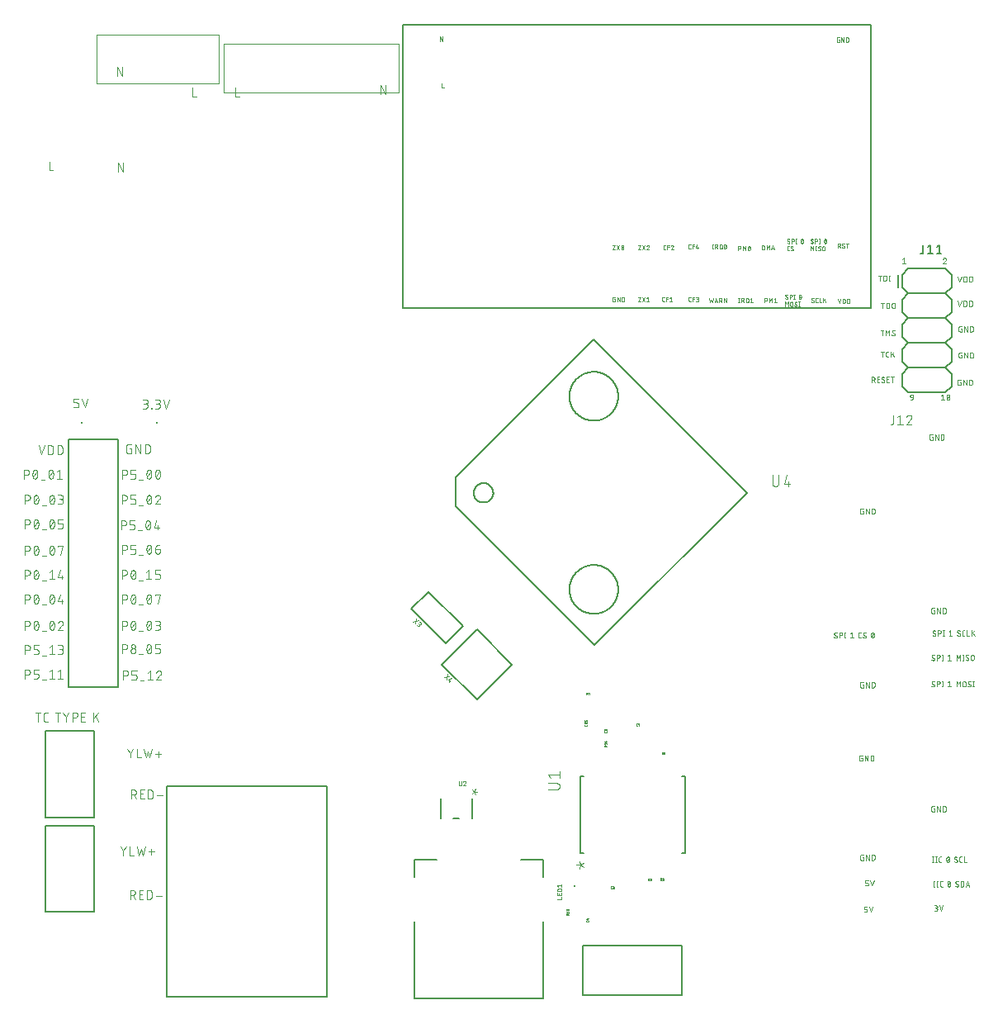
<source format=gto>
G04 EAGLE Gerber RS-274X export*
G75*
%MOMM*%
%FSLAX34Y34*%
%LPD*%
%INSilkscreen Top*%
%IPPOS*%
%AMOC8*
5,1,8,0,0,1.08239X$1,22.5*%
G01*
%ADD10C,0.050800*%
%ADD11C,0.076200*%
%ADD12C,0.127000*%
%ADD13C,0.152400*%
%ADD14C,0.025400*%
%ADD15C,0.203200*%
%ADD16C,0.101600*%
%ADD17C,0.100000*%
%ADD18R,0.200000X0.200000*%

G36*
X678657Y251216D02*
X678657Y251216D01*
X678659Y251215D01*
X678702Y251235D01*
X678746Y251253D01*
X678746Y251255D01*
X678748Y251256D01*
X678781Y251341D01*
X678781Y253881D01*
X678780Y253883D01*
X678781Y253885D01*
X678761Y253928D01*
X678743Y253972D01*
X678741Y253972D01*
X678740Y253974D01*
X678655Y254007D01*
X674845Y254007D01*
X674843Y254006D01*
X674841Y254007D01*
X674798Y253987D01*
X674754Y253969D01*
X674754Y253967D01*
X674752Y253966D01*
X674719Y253881D01*
X674719Y251341D01*
X674720Y251339D01*
X674719Y251337D01*
X674739Y251294D01*
X674757Y251250D01*
X674759Y251250D01*
X674760Y251248D01*
X674845Y251215D01*
X678655Y251215D01*
X678657Y251216D01*
G37*
D10*
X921254Y759600D02*
X922806Y760842D01*
X922806Y755254D01*
X921254Y755254D02*
X924358Y755254D01*
X964961Y760842D02*
X965034Y760840D01*
X965107Y760834D01*
X965180Y760825D01*
X965251Y760811D01*
X965323Y760794D01*
X965393Y760774D01*
X965462Y760749D01*
X965529Y760721D01*
X965595Y760690D01*
X965660Y760655D01*
X965722Y760617D01*
X965782Y760575D01*
X965840Y760531D01*
X965896Y760483D01*
X965949Y760433D01*
X965999Y760380D01*
X966047Y760324D01*
X966091Y760266D01*
X966133Y760206D01*
X966171Y760144D01*
X966206Y760079D01*
X966237Y760013D01*
X966265Y759946D01*
X966290Y759877D01*
X966310Y759807D01*
X966327Y759735D01*
X966341Y759664D01*
X966350Y759591D01*
X966356Y759518D01*
X966358Y759445D01*
X964961Y760842D02*
X964877Y760840D01*
X964794Y760834D01*
X964711Y760825D01*
X964629Y760811D01*
X964547Y760794D01*
X964466Y760772D01*
X964386Y760747D01*
X964308Y760719D01*
X964230Y760687D01*
X964155Y760651D01*
X964081Y760612D01*
X964009Y760569D01*
X963939Y760523D01*
X963872Y760474D01*
X963806Y760421D01*
X963744Y760366D01*
X963684Y760308D01*
X963626Y760247D01*
X963572Y760184D01*
X963520Y760118D01*
X963472Y760050D01*
X963427Y759979D01*
X963385Y759907D01*
X963347Y759832D01*
X963312Y759756D01*
X963281Y759679D01*
X963253Y759600D01*
X965892Y758359D02*
X965946Y758412D01*
X965997Y758469D01*
X966045Y758528D01*
X966090Y758589D01*
X966131Y758652D01*
X966170Y758718D01*
X966205Y758785D01*
X966237Y758854D01*
X966265Y758925D01*
X966289Y758996D01*
X966310Y759069D01*
X966327Y759143D01*
X966341Y759218D01*
X966350Y759293D01*
X966356Y759369D01*
X966358Y759445D01*
X965893Y758358D02*
X963254Y755254D01*
X966358Y755254D01*
X932358Y617738D02*
X930496Y617738D01*
X930496Y617737D02*
X930426Y617739D01*
X930357Y617745D01*
X930288Y617755D01*
X930220Y617768D01*
X930152Y617786D01*
X930086Y617807D01*
X930021Y617832D01*
X929957Y617860D01*
X929895Y617892D01*
X929835Y617927D01*
X929777Y617966D01*
X929722Y618008D01*
X929668Y618053D01*
X929618Y618101D01*
X929570Y618151D01*
X929525Y618205D01*
X929483Y618260D01*
X929444Y618318D01*
X929409Y618378D01*
X929377Y618440D01*
X929349Y618504D01*
X929324Y618569D01*
X929303Y618635D01*
X929285Y618703D01*
X929272Y618771D01*
X929262Y618840D01*
X929256Y618909D01*
X929254Y618979D01*
X929254Y619290D01*
X929256Y619367D01*
X929262Y619445D01*
X929271Y619521D01*
X929285Y619598D01*
X929302Y619673D01*
X929323Y619747D01*
X929348Y619821D01*
X929376Y619893D01*
X929408Y619963D01*
X929443Y620032D01*
X929482Y620099D01*
X929524Y620164D01*
X929569Y620227D01*
X929617Y620288D01*
X929668Y620346D01*
X929722Y620401D01*
X929779Y620454D01*
X929838Y620503D01*
X929900Y620550D01*
X929964Y620594D01*
X930030Y620634D01*
X930098Y620671D01*
X930168Y620705D01*
X930239Y620735D01*
X930312Y620761D01*
X930386Y620784D01*
X930461Y620803D01*
X930536Y620818D01*
X930613Y620830D01*
X930690Y620838D01*
X930767Y620842D01*
X930845Y620842D01*
X930922Y620838D01*
X930999Y620830D01*
X931076Y620818D01*
X931151Y620803D01*
X931226Y620784D01*
X931300Y620761D01*
X931373Y620735D01*
X931444Y620705D01*
X931514Y620671D01*
X931582Y620634D01*
X931648Y620594D01*
X931712Y620550D01*
X931774Y620503D01*
X931833Y620454D01*
X931890Y620401D01*
X931944Y620346D01*
X931995Y620288D01*
X932043Y620227D01*
X932088Y620164D01*
X932130Y620099D01*
X932169Y620032D01*
X932204Y619963D01*
X932236Y619893D01*
X932264Y619821D01*
X932289Y619747D01*
X932310Y619673D01*
X932327Y619598D01*
X932341Y619521D01*
X932350Y619445D01*
X932356Y619367D01*
X932358Y619290D01*
X932358Y617738D01*
X932359Y617738D02*
X932357Y617640D01*
X932351Y617543D01*
X932342Y617446D01*
X932328Y617349D01*
X932311Y617253D01*
X932290Y617158D01*
X932266Y617064D01*
X932237Y616970D01*
X932205Y616878D01*
X932170Y616787D01*
X932131Y616698D01*
X932088Y616610D01*
X932042Y616524D01*
X931993Y616440D01*
X931940Y616358D01*
X931885Y616278D01*
X931826Y616200D01*
X931764Y616125D01*
X931699Y616052D01*
X931631Y615982D01*
X931561Y615914D01*
X931488Y615849D01*
X931413Y615787D01*
X931335Y615728D01*
X931255Y615673D01*
X931173Y615620D01*
X931089Y615571D01*
X931003Y615525D01*
X930915Y615482D01*
X930826Y615443D01*
X930735Y615408D01*
X930643Y615376D01*
X930549Y615347D01*
X930455Y615323D01*
X930360Y615302D01*
X930264Y615285D01*
X930167Y615271D01*
X930070Y615262D01*
X929972Y615256D01*
X929875Y615254D01*
X961254Y619600D02*
X962806Y620842D01*
X962806Y615254D01*
X961254Y615254D02*
X964358Y615254D01*
X966740Y618048D02*
X966742Y618179D01*
X966747Y618309D01*
X966757Y618439D01*
X966770Y618569D01*
X966786Y618699D01*
X966806Y618828D01*
X966830Y618956D01*
X966858Y619083D01*
X966889Y619210D01*
X966924Y619336D01*
X966962Y619461D01*
X967004Y619585D01*
X967049Y619707D01*
X967098Y619828D01*
X967150Y619948D01*
X967206Y620066D01*
X967229Y620126D01*
X967255Y620186D01*
X967284Y620243D01*
X967317Y620299D01*
X967353Y620353D01*
X967391Y620405D01*
X967433Y620455D01*
X967477Y620502D01*
X967524Y620547D01*
X967574Y620589D01*
X967625Y620628D01*
X967679Y620664D01*
X967735Y620697D01*
X967792Y620727D01*
X967851Y620754D01*
X967912Y620777D01*
X967973Y620797D01*
X968036Y620813D01*
X968100Y620826D01*
X968164Y620835D01*
X968228Y620840D01*
X968293Y620842D01*
X968358Y620840D01*
X968422Y620835D01*
X968486Y620826D01*
X968550Y620813D01*
X968613Y620797D01*
X968674Y620777D01*
X968735Y620754D01*
X968794Y620727D01*
X968851Y620697D01*
X968907Y620664D01*
X968961Y620628D01*
X969012Y620589D01*
X969062Y620547D01*
X969109Y620502D01*
X969153Y620455D01*
X969195Y620405D01*
X969233Y620353D01*
X969269Y620299D01*
X969302Y620243D01*
X969331Y620186D01*
X969357Y620126D01*
X969380Y620066D01*
X969379Y620066D02*
X969435Y619948D01*
X969487Y619828D01*
X969536Y619707D01*
X969581Y619585D01*
X969623Y619461D01*
X969661Y619336D01*
X969696Y619210D01*
X969727Y619084D01*
X969755Y618956D01*
X969779Y618828D01*
X969799Y618699D01*
X969815Y618569D01*
X969828Y618439D01*
X969838Y618309D01*
X969843Y618179D01*
X969845Y618048D01*
X966741Y618048D02*
X966743Y617917D01*
X966748Y617787D01*
X966758Y617657D01*
X966771Y617527D01*
X966787Y617397D01*
X966807Y617268D01*
X966831Y617140D01*
X966859Y617013D01*
X966890Y616886D01*
X966925Y616760D01*
X966963Y616635D01*
X967005Y616511D01*
X967050Y616389D01*
X967099Y616268D01*
X967151Y616148D01*
X967207Y616030D01*
X967206Y616030D02*
X967229Y615970D01*
X967255Y615910D01*
X967284Y615853D01*
X967317Y615797D01*
X967353Y615743D01*
X967391Y615691D01*
X967433Y615641D01*
X967477Y615594D01*
X967524Y615549D01*
X967574Y615507D01*
X967625Y615468D01*
X967679Y615432D01*
X967735Y615399D01*
X967792Y615369D01*
X967851Y615342D01*
X967912Y615319D01*
X967973Y615299D01*
X968036Y615283D01*
X968100Y615270D01*
X968164Y615261D01*
X968228Y615256D01*
X968293Y615254D01*
X969379Y616030D02*
X969435Y616148D01*
X969487Y616268D01*
X969536Y616389D01*
X969581Y616511D01*
X969623Y616635D01*
X969661Y616760D01*
X969696Y616886D01*
X969727Y617012D01*
X969755Y617140D01*
X969779Y617268D01*
X969799Y617397D01*
X969815Y617527D01*
X969828Y617657D01*
X969838Y617787D01*
X969843Y617917D01*
X969845Y618048D01*
X969380Y616030D02*
X969357Y615970D01*
X969331Y615910D01*
X969302Y615853D01*
X969269Y615797D01*
X969233Y615743D01*
X969195Y615691D01*
X969153Y615641D01*
X969109Y615594D01*
X969062Y615549D01*
X969012Y615507D01*
X968961Y615468D01*
X968907Y615432D01*
X968851Y615399D01*
X968794Y615369D01*
X968735Y615342D01*
X968674Y615319D01*
X968613Y615299D01*
X968550Y615283D01*
X968486Y615270D01*
X968422Y615261D01*
X968358Y615256D01*
X968293Y615254D01*
X967051Y616496D02*
X969534Y619600D01*
X898250Y737158D02*
X898250Y742746D01*
X899802Y742746D02*
X896697Y742746D01*
X902001Y742746D02*
X902001Y737158D01*
X902001Y742746D02*
X903553Y742746D01*
X903629Y742744D01*
X903705Y742739D01*
X903781Y742729D01*
X903856Y742716D01*
X903930Y742699D01*
X904004Y742679D01*
X904076Y742655D01*
X904147Y742628D01*
X904217Y742597D01*
X904285Y742563D01*
X904351Y742525D01*
X904415Y742484D01*
X904478Y742441D01*
X904538Y742394D01*
X904595Y742344D01*
X904650Y742291D01*
X904703Y742236D01*
X904753Y742179D01*
X904800Y742119D01*
X904843Y742056D01*
X904884Y741992D01*
X904922Y741926D01*
X904956Y741858D01*
X904987Y741788D01*
X905014Y741717D01*
X905038Y741644D01*
X905058Y741571D01*
X905075Y741497D01*
X905088Y741422D01*
X905098Y741346D01*
X905103Y741270D01*
X905105Y741194D01*
X905105Y738710D01*
X905103Y738631D01*
X905097Y738553D01*
X905087Y738475D01*
X905073Y738398D01*
X905055Y738321D01*
X905034Y738245D01*
X905008Y738171D01*
X904979Y738098D01*
X904946Y738027D01*
X904910Y737957D01*
X904870Y737889D01*
X904827Y737823D01*
X904780Y737760D01*
X904731Y737699D01*
X904678Y737641D01*
X904622Y737585D01*
X904564Y737532D01*
X904503Y737483D01*
X904440Y737436D01*
X904374Y737393D01*
X904306Y737353D01*
X904237Y737317D01*
X904165Y737284D01*
X904092Y737255D01*
X904018Y737229D01*
X903942Y737208D01*
X903865Y737190D01*
X903788Y737176D01*
X903710Y737166D01*
X903632Y737160D01*
X903553Y737158D01*
X902001Y737158D01*
X908125Y737158D02*
X908125Y742746D01*
X907504Y737158D02*
X908746Y737158D01*
X908746Y742746D02*
X907504Y742746D01*
X901221Y714746D02*
X901221Y709158D01*
X899669Y714746D02*
X902773Y714746D01*
X904972Y714746D02*
X904972Y709158D01*
X904972Y714746D02*
X906525Y714746D01*
X906601Y714744D01*
X906677Y714739D01*
X906753Y714729D01*
X906828Y714716D01*
X906902Y714699D01*
X906976Y714679D01*
X907048Y714655D01*
X907119Y714628D01*
X907189Y714597D01*
X907257Y714563D01*
X907323Y714525D01*
X907387Y714484D01*
X907450Y714441D01*
X907510Y714394D01*
X907567Y714344D01*
X907622Y714291D01*
X907675Y714236D01*
X907725Y714179D01*
X907772Y714119D01*
X907815Y714056D01*
X907856Y713992D01*
X907894Y713926D01*
X907928Y713858D01*
X907959Y713788D01*
X907986Y713717D01*
X908010Y713644D01*
X908030Y713571D01*
X908047Y713497D01*
X908060Y713422D01*
X908070Y713346D01*
X908075Y713270D01*
X908077Y713194D01*
X908077Y710710D01*
X908075Y710631D01*
X908069Y710553D01*
X908059Y710475D01*
X908045Y710398D01*
X908027Y710321D01*
X908006Y710245D01*
X907980Y710171D01*
X907951Y710098D01*
X907918Y710027D01*
X907882Y709957D01*
X907842Y709889D01*
X907799Y709823D01*
X907752Y709760D01*
X907703Y709699D01*
X907650Y709641D01*
X907594Y709585D01*
X907536Y709532D01*
X907475Y709483D01*
X907412Y709436D01*
X907346Y709393D01*
X907278Y709353D01*
X907209Y709317D01*
X907137Y709284D01*
X907064Y709255D01*
X906990Y709229D01*
X906914Y709208D01*
X906837Y709190D01*
X906760Y709176D01*
X906682Y709166D01*
X906604Y709160D01*
X906525Y709158D01*
X904972Y709158D01*
X910642Y710710D02*
X910642Y713194D01*
X910644Y713271D01*
X910650Y713349D01*
X910659Y713425D01*
X910673Y713502D01*
X910690Y713577D01*
X910711Y713651D01*
X910736Y713725D01*
X910764Y713797D01*
X910796Y713867D01*
X910831Y713936D01*
X910870Y714003D01*
X910912Y714068D01*
X910957Y714131D01*
X911005Y714192D01*
X911056Y714250D01*
X911110Y714305D01*
X911167Y714358D01*
X911226Y714407D01*
X911288Y714454D01*
X911352Y714498D01*
X911418Y714538D01*
X911486Y714575D01*
X911556Y714609D01*
X911627Y714639D01*
X911700Y714665D01*
X911774Y714688D01*
X911849Y714707D01*
X911924Y714722D01*
X912001Y714734D01*
X912078Y714742D01*
X912155Y714746D01*
X912233Y714746D01*
X912310Y714742D01*
X912387Y714734D01*
X912464Y714722D01*
X912539Y714707D01*
X912614Y714688D01*
X912688Y714665D01*
X912761Y714639D01*
X912832Y714609D01*
X912902Y714575D01*
X912970Y714538D01*
X913036Y714498D01*
X913100Y714454D01*
X913162Y714407D01*
X913221Y714358D01*
X913278Y714305D01*
X913332Y714250D01*
X913383Y714192D01*
X913431Y714131D01*
X913476Y714068D01*
X913518Y714003D01*
X913557Y713936D01*
X913592Y713867D01*
X913624Y713797D01*
X913652Y713725D01*
X913677Y713651D01*
X913698Y713577D01*
X913715Y713502D01*
X913729Y713425D01*
X913738Y713349D01*
X913744Y713271D01*
X913746Y713194D01*
X913746Y710710D01*
X913744Y710633D01*
X913738Y710555D01*
X913729Y710479D01*
X913715Y710402D01*
X913698Y710327D01*
X913677Y710253D01*
X913652Y710179D01*
X913624Y710107D01*
X913592Y710037D01*
X913557Y709968D01*
X913518Y709901D01*
X913476Y709836D01*
X913431Y709773D01*
X913383Y709712D01*
X913332Y709654D01*
X913278Y709599D01*
X913221Y709546D01*
X913162Y709497D01*
X913100Y709450D01*
X913036Y709406D01*
X912970Y709366D01*
X912902Y709329D01*
X912832Y709295D01*
X912761Y709265D01*
X912688Y709239D01*
X912614Y709216D01*
X912539Y709197D01*
X912464Y709182D01*
X912387Y709170D01*
X912310Y709162D01*
X912233Y709158D01*
X912155Y709158D01*
X912078Y709162D01*
X912001Y709170D01*
X911924Y709182D01*
X911849Y709197D01*
X911774Y709216D01*
X911700Y709239D01*
X911627Y709265D01*
X911556Y709295D01*
X911486Y709329D01*
X911418Y709366D01*
X911352Y709406D01*
X911288Y709450D01*
X911226Y709497D01*
X911167Y709546D01*
X911110Y709599D01*
X911056Y709654D01*
X911005Y709712D01*
X910957Y709773D01*
X910912Y709836D01*
X910870Y709901D01*
X910831Y709968D01*
X910796Y710037D01*
X910764Y710107D01*
X910736Y710179D01*
X910711Y710253D01*
X910690Y710327D01*
X910673Y710402D01*
X910659Y710479D01*
X910650Y710555D01*
X910644Y710633D01*
X910642Y710710D01*
X900672Y686746D02*
X900672Y681158D01*
X899120Y686746D02*
X902225Y686746D01*
X904479Y686746D02*
X904479Y681158D01*
X906342Y683642D02*
X904479Y686746D01*
X906342Y683642D02*
X908204Y686746D01*
X908204Y681158D01*
X912504Y681158D02*
X912574Y681160D01*
X912643Y681166D01*
X912712Y681176D01*
X912780Y681189D01*
X912848Y681207D01*
X912914Y681228D01*
X912979Y681253D01*
X913043Y681281D01*
X913105Y681313D01*
X913165Y681348D01*
X913223Y681387D01*
X913278Y681429D01*
X913332Y681474D01*
X913382Y681522D01*
X913430Y681572D01*
X913475Y681626D01*
X913517Y681681D01*
X913556Y681739D01*
X913591Y681799D01*
X913623Y681861D01*
X913651Y681925D01*
X913676Y681990D01*
X913697Y682056D01*
X913715Y682124D01*
X913728Y682192D01*
X913738Y682261D01*
X913744Y682330D01*
X913746Y682400D01*
X912504Y681158D02*
X912405Y681160D01*
X912307Y681165D01*
X912209Y681175D01*
X912111Y681188D01*
X912014Y681204D01*
X911917Y681224D01*
X911822Y681248D01*
X911727Y681276D01*
X911633Y681307D01*
X911541Y681341D01*
X911450Y681379D01*
X911360Y681420D01*
X911272Y681465D01*
X911186Y681513D01*
X911102Y681564D01*
X911020Y681618D01*
X910939Y681676D01*
X910861Y681736D01*
X910786Y681799D01*
X910712Y681865D01*
X910642Y681934D01*
X910797Y685504D02*
X910799Y685574D01*
X910805Y685643D01*
X910815Y685712D01*
X910828Y685780D01*
X910846Y685848D01*
X910867Y685914D01*
X910892Y685979D01*
X910920Y686043D01*
X910952Y686105D01*
X910987Y686165D01*
X911026Y686223D01*
X911068Y686278D01*
X911113Y686332D01*
X911161Y686382D01*
X911211Y686430D01*
X911265Y686475D01*
X911320Y686517D01*
X911378Y686556D01*
X911438Y686591D01*
X911500Y686623D01*
X911564Y686651D01*
X911629Y686676D01*
X911695Y686697D01*
X911763Y686715D01*
X911831Y686728D01*
X911900Y686738D01*
X911969Y686744D01*
X912039Y686746D01*
X912133Y686744D01*
X912226Y686738D01*
X912319Y686729D01*
X912412Y686716D01*
X912504Y686699D01*
X912595Y686679D01*
X912686Y686654D01*
X912775Y686627D01*
X912863Y686595D01*
X912950Y686560D01*
X913036Y686522D01*
X913119Y686480D01*
X913201Y686435D01*
X913282Y686387D01*
X913360Y686335D01*
X913436Y686280D01*
X911418Y684418D02*
X911359Y684454D01*
X911303Y684494D01*
X911249Y684537D01*
X911197Y684582D01*
X911148Y684631D01*
X911102Y684682D01*
X911059Y684735D01*
X911018Y684791D01*
X910981Y684849D01*
X910946Y684909D01*
X910916Y684970D01*
X910888Y685033D01*
X910864Y685098D01*
X910844Y685164D01*
X910827Y685231D01*
X910814Y685298D01*
X910805Y685366D01*
X910799Y685435D01*
X910797Y685504D01*
X913125Y683486D02*
X913184Y683450D01*
X913240Y683410D01*
X913294Y683367D01*
X913346Y683322D01*
X913395Y683273D01*
X913441Y683222D01*
X913484Y683169D01*
X913525Y683113D01*
X913562Y683055D01*
X913597Y682995D01*
X913627Y682934D01*
X913655Y682871D01*
X913679Y682806D01*
X913699Y682740D01*
X913716Y682673D01*
X913729Y682606D01*
X913738Y682538D01*
X913744Y682469D01*
X913746Y682400D01*
X913125Y683486D02*
X911418Y684418D01*
X901235Y664746D02*
X901235Y659158D01*
X899683Y664746D02*
X902788Y664746D01*
X906029Y659158D02*
X907271Y659158D01*
X906029Y659158D02*
X905959Y659160D01*
X905890Y659166D01*
X905821Y659176D01*
X905753Y659189D01*
X905685Y659207D01*
X905619Y659228D01*
X905554Y659253D01*
X905490Y659281D01*
X905428Y659313D01*
X905368Y659348D01*
X905310Y659387D01*
X905255Y659429D01*
X905201Y659474D01*
X905151Y659522D01*
X905103Y659572D01*
X905058Y659626D01*
X905016Y659681D01*
X904977Y659739D01*
X904942Y659799D01*
X904910Y659861D01*
X904882Y659925D01*
X904857Y659990D01*
X904836Y660056D01*
X904818Y660124D01*
X904805Y660192D01*
X904795Y660261D01*
X904789Y660330D01*
X904787Y660400D01*
X904788Y660400D02*
X904788Y663504D01*
X904787Y663504D02*
X904789Y663574D01*
X904795Y663643D01*
X904805Y663712D01*
X904818Y663780D01*
X904836Y663848D01*
X904857Y663914D01*
X904882Y663979D01*
X904910Y664043D01*
X904942Y664105D01*
X904977Y664165D01*
X905016Y664223D01*
X905058Y664278D01*
X905103Y664332D01*
X905151Y664382D01*
X905201Y664430D01*
X905255Y664475D01*
X905310Y664517D01*
X905368Y664556D01*
X905428Y664591D01*
X905490Y664623D01*
X905554Y664651D01*
X905619Y664676D01*
X905685Y664697D01*
X905753Y664715D01*
X905821Y664728D01*
X905890Y664738D01*
X905959Y664744D01*
X906029Y664746D01*
X907271Y664746D01*
X909642Y664746D02*
X909642Y659158D01*
X909642Y661331D02*
X912746Y664746D01*
X910883Y662573D02*
X912746Y659158D01*
X889927Y638746D02*
X889927Y633158D01*
X889927Y638746D02*
X891479Y638746D01*
X891556Y638744D01*
X891634Y638738D01*
X891710Y638729D01*
X891787Y638715D01*
X891862Y638698D01*
X891936Y638677D01*
X892010Y638652D01*
X892082Y638624D01*
X892152Y638592D01*
X892221Y638557D01*
X892288Y638518D01*
X892353Y638476D01*
X892416Y638431D01*
X892477Y638383D01*
X892535Y638332D01*
X892590Y638278D01*
X892643Y638221D01*
X892692Y638162D01*
X892739Y638100D01*
X892783Y638036D01*
X892823Y637970D01*
X892860Y637902D01*
X892894Y637832D01*
X892924Y637761D01*
X892950Y637688D01*
X892973Y637614D01*
X892992Y637539D01*
X893007Y637464D01*
X893019Y637387D01*
X893027Y637310D01*
X893031Y637233D01*
X893031Y637155D01*
X893027Y637078D01*
X893019Y637001D01*
X893007Y636924D01*
X892992Y636849D01*
X892973Y636774D01*
X892950Y636700D01*
X892924Y636627D01*
X892894Y636556D01*
X892860Y636486D01*
X892823Y636418D01*
X892783Y636352D01*
X892739Y636288D01*
X892692Y636226D01*
X892643Y636167D01*
X892590Y636110D01*
X892535Y636056D01*
X892477Y636005D01*
X892416Y635957D01*
X892353Y635912D01*
X892288Y635870D01*
X892221Y635831D01*
X892152Y635796D01*
X892082Y635764D01*
X892010Y635736D01*
X891936Y635711D01*
X891862Y635690D01*
X891787Y635673D01*
X891710Y635659D01*
X891634Y635650D01*
X891556Y635644D01*
X891479Y635642D01*
X889927Y635642D01*
X891789Y635642D02*
X893031Y633158D01*
X895571Y633158D02*
X898055Y633158D01*
X895571Y633158D02*
X895571Y638746D01*
X898055Y638746D01*
X897434Y636262D02*
X895571Y636262D01*
X901812Y633158D02*
X901882Y633160D01*
X901951Y633166D01*
X902020Y633176D01*
X902088Y633189D01*
X902156Y633207D01*
X902222Y633228D01*
X902287Y633253D01*
X902351Y633281D01*
X902413Y633313D01*
X902473Y633348D01*
X902531Y633387D01*
X902586Y633429D01*
X902640Y633474D01*
X902690Y633522D01*
X902738Y633572D01*
X902783Y633626D01*
X902825Y633681D01*
X902864Y633739D01*
X902899Y633799D01*
X902931Y633861D01*
X902959Y633925D01*
X902984Y633990D01*
X903005Y634056D01*
X903023Y634124D01*
X903036Y634192D01*
X903046Y634261D01*
X903052Y634330D01*
X903054Y634400D01*
X901812Y633158D02*
X901713Y633160D01*
X901615Y633165D01*
X901517Y633175D01*
X901419Y633188D01*
X901322Y633204D01*
X901225Y633224D01*
X901130Y633248D01*
X901035Y633276D01*
X900941Y633307D01*
X900849Y633341D01*
X900758Y633379D01*
X900668Y633420D01*
X900580Y633465D01*
X900494Y633513D01*
X900410Y633564D01*
X900328Y633618D01*
X900247Y633676D01*
X900169Y633736D01*
X900094Y633799D01*
X900020Y633865D01*
X899950Y633934D01*
X900104Y637504D02*
X900106Y637574D01*
X900112Y637643D01*
X900122Y637712D01*
X900135Y637780D01*
X900153Y637848D01*
X900174Y637914D01*
X900199Y637979D01*
X900227Y638043D01*
X900259Y638105D01*
X900294Y638165D01*
X900333Y638223D01*
X900375Y638278D01*
X900420Y638332D01*
X900468Y638382D01*
X900518Y638430D01*
X900572Y638475D01*
X900627Y638517D01*
X900685Y638556D01*
X900745Y638591D01*
X900807Y638623D01*
X900871Y638651D01*
X900936Y638676D01*
X901002Y638697D01*
X901070Y638715D01*
X901138Y638728D01*
X901207Y638738D01*
X901276Y638744D01*
X901346Y638746D01*
X901440Y638744D01*
X901533Y638738D01*
X901626Y638729D01*
X901719Y638716D01*
X901811Y638699D01*
X901902Y638679D01*
X901993Y638654D01*
X902082Y638627D01*
X902170Y638595D01*
X902257Y638560D01*
X902343Y638522D01*
X902426Y638480D01*
X902508Y638435D01*
X902589Y638387D01*
X902667Y638335D01*
X902743Y638280D01*
X900725Y636418D02*
X900666Y636454D01*
X900610Y636494D01*
X900556Y636537D01*
X900504Y636582D01*
X900455Y636631D01*
X900409Y636682D01*
X900366Y636735D01*
X900325Y636791D01*
X900288Y636849D01*
X900253Y636909D01*
X900223Y636970D01*
X900195Y637033D01*
X900171Y637098D01*
X900151Y637164D01*
X900134Y637231D01*
X900121Y637298D01*
X900112Y637366D01*
X900106Y637435D01*
X900104Y637504D01*
X902432Y635486D02*
X902491Y635450D01*
X902547Y635410D01*
X902601Y635367D01*
X902653Y635322D01*
X902702Y635273D01*
X902748Y635222D01*
X902791Y635169D01*
X902832Y635113D01*
X902869Y635055D01*
X902904Y634995D01*
X902934Y634934D01*
X902962Y634871D01*
X902986Y634806D01*
X903006Y634740D01*
X903023Y634673D01*
X903036Y634606D01*
X903045Y634538D01*
X903051Y634469D01*
X903053Y634400D01*
X902433Y635486D02*
X900725Y636418D01*
X905446Y633158D02*
X907930Y633158D01*
X905446Y633158D02*
X905446Y638746D01*
X907930Y638746D01*
X907309Y636262D02*
X905446Y636262D01*
X911194Y638746D02*
X911194Y633158D01*
X909642Y638746D02*
X912746Y638746D01*
X953875Y121842D02*
X953875Y116254D01*
X953254Y116254D02*
X954496Y116254D01*
X954496Y121842D02*
X953254Y121842D01*
X957167Y121842D02*
X957167Y116254D01*
X956546Y116254D02*
X957788Y116254D01*
X957788Y121842D02*
X956546Y121842D01*
X961229Y116254D02*
X962471Y116254D01*
X961229Y116254D02*
X961159Y116256D01*
X961090Y116262D01*
X961021Y116272D01*
X960953Y116285D01*
X960885Y116303D01*
X960819Y116324D01*
X960754Y116349D01*
X960690Y116377D01*
X960628Y116409D01*
X960568Y116444D01*
X960510Y116483D01*
X960455Y116525D01*
X960401Y116570D01*
X960351Y116618D01*
X960303Y116668D01*
X960258Y116722D01*
X960216Y116777D01*
X960177Y116835D01*
X960142Y116895D01*
X960110Y116957D01*
X960082Y117021D01*
X960057Y117086D01*
X960036Y117152D01*
X960018Y117220D01*
X960005Y117288D01*
X959995Y117357D01*
X959989Y117426D01*
X959987Y117496D01*
X959987Y120600D01*
X959989Y120670D01*
X959995Y120739D01*
X960005Y120808D01*
X960018Y120876D01*
X960036Y120944D01*
X960057Y121010D01*
X960082Y121075D01*
X960110Y121139D01*
X960142Y121201D01*
X960177Y121261D01*
X960216Y121319D01*
X960258Y121374D01*
X960303Y121428D01*
X960351Y121478D01*
X960401Y121526D01*
X960455Y121571D01*
X960510Y121613D01*
X960568Y121652D01*
X960628Y121687D01*
X960690Y121719D01*
X960754Y121747D01*
X960819Y121772D01*
X960885Y121793D01*
X960953Y121811D01*
X961021Y121824D01*
X961090Y121834D01*
X961159Y121840D01*
X961229Y121842D01*
X962471Y121842D01*
X967967Y121066D02*
X967911Y120948D01*
X967859Y120828D01*
X967810Y120707D01*
X967765Y120585D01*
X967723Y120461D01*
X967685Y120336D01*
X967650Y120210D01*
X967619Y120083D01*
X967591Y119956D01*
X967567Y119828D01*
X967547Y119699D01*
X967531Y119569D01*
X967518Y119439D01*
X967508Y119309D01*
X967503Y119179D01*
X967501Y119048D01*
X967967Y121066D02*
X967990Y121126D01*
X968016Y121186D01*
X968045Y121243D01*
X968078Y121299D01*
X968114Y121353D01*
X968152Y121405D01*
X968194Y121455D01*
X968238Y121502D01*
X968285Y121547D01*
X968335Y121589D01*
X968386Y121628D01*
X968440Y121664D01*
X968496Y121697D01*
X968553Y121727D01*
X968612Y121754D01*
X968673Y121777D01*
X968734Y121797D01*
X968797Y121813D01*
X968861Y121826D01*
X968925Y121835D01*
X968989Y121840D01*
X969054Y121842D01*
X969119Y121840D01*
X969183Y121835D01*
X969247Y121826D01*
X969311Y121813D01*
X969374Y121797D01*
X969435Y121777D01*
X969496Y121754D01*
X969555Y121727D01*
X969612Y121697D01*
X969668Y121664D01*
X969722Y121628D01*
X969773Y121589D01*
X969823Y121547D01*
X969870Y121502D01*
X969914Y121455D01*
X969956Y121405D01*
X969994Y121353D01*
X970030Y121299D01*
X970063Y121243D01*
X970092Y121186D01*
X970118Y121126D01*
X970141Y121066D01*
X970140Y121066D02*
X970196Y120948D01*
X970248Y120828D01*
X970297Y120707D01*
X970342Y120585D01*
X970384Y120461D01*
X970422Y120336D01*
X970457Y120210D01*
X970488Y120084D01*
X970516Y119956D01*
X970540Y119828D01*
X970560Y119699D01*
X970576Y119569D01*
X970589Y119439D01*
X970599Y119309D01*
X970604Y119179D01*
X970606Y119048D01*
X967502Y119048D02*
X967504Y118917D01*
X967509Y118787D01*
X967519Y118657D01*
X967532Y118527D01*
X967548Y118397D01*
X967568Y118268D01*
X967592Y118140D01*
X967620Y118013D01*
X967651Y117886D01*
X967686Y117760D01*
X967724Y117635D01*
X967766Y117511D01*
X967811Y117389D01*
X967860Y117268D01*
X967912Y117148D01*
X967968Y117030D01*
X967967Y117030D02*
X967990Y116970D01*
X968016Y116910D01*
X968045Y116853D01*
X968078Y116797D01*
X968114Y116743D01*
X968152Y116691D01*
X968194Y116641D01*
X968238Y116594D01*
X968285Y116549D01*
X968335Y116507D01*
X968386Y116468D01*
X968440Y116432D01*
X968496Y116399D01*
X968553Y116369D01*
X968612Y116342D01*
X968673Y116319D01*
X968734Y116299D01*
X968797Y116283D01*
X968861Y116270D01*
X968925Y116261D01*
X968989Y116256D01*
X969054Y116254D01*
X970140Y117030D02*
X970196Y117148D01*
X970248Y117268D01*
X970297Y117389D01*
X970342Y117511D01*
X970384Y117635D01*
X970422Y117760D01*
X970457Y117886D01*
X970488Y118012D01*
X970516Y118140D01*
X970540Y118268D01*
X970560Y118397D01*
X970576Y118527D01*
X970589Y118657D01*
X970599Y118787D01*
X970604Y118917D01*
X970606Y119048D01*
X970141Y117030D02*
X970118Y116970D01*
X970092Y116910D01*
X970063Y116853D01*
X970030Y116797D01*
X969994Y116743D01*
X969956Y116691D01*
X969914Y116641D01*
X969870Y116594D01*
X969823Y116549D01*
X969773Y116507D01*
X969722Y116468D01*
X969668Y116432D01*
X969612Y116399D01*
X969555Y116369D01*
X969496Y116342D01*
X969435Y116319D01*
X969374Y116299D01*
X969311Y116283D01*
X969247Y116270D01*
X969183Y116261D01*
X969119Y116256D01*
X969054Y116254D01*
X967812Y117496D02*
X970296Y120600D01*
X977594Y116254D02*
X977664Y116256D01*
X977733Y116262D01*
X977802Y116272D01*
X977870Y116285D01*
X977938Y116303D01*
X978004Y116324D01*
X978069Y116349D01*
X978133Y116377D01*
X978195Y116409D01*
X978255Y116444D01*
X978313Y116483D01*
X978368Y116525D01*
X978422Y116570D01*
X978472Y116618D01*
X978520Y116668D01*
X978565Y116722D01*
X978607Y116777D01*
X978646Y116835D01*
X978681Y116895D01*
X978713Y116957D01*
X978741Y117021D01*
X978766Y117086D01*
X978787Y117152D01*
X978805Y117220D01*
X978818Y117288D01*
X978828Y117357D01*
X978834Y117426D01*
X978836Y117496D01*
X977594Y116254D02*
X977495Y116256D01*
X977397Y116261D01*
X977299Y116271D01*
X977201Y116284D01*
X977104Y116300D01*
X977007Y116320D01*
X976912Y116344D01*
X976817Y116372D01*
X976723Y116403D01*
X976631Y116437D01*
X976540Y116475D01*
X976450Y116516D01*
X976362Y116561D01*
X976276Y116609D01*
X976192Y116660D01*
X976110Y116714D01*
X976029Y116772D01*
X975951Y116832D01*
X975876Y116895D01*
X975802Y116961D01*
X975732Y117030D01*
X975886Y120600D02*
X975888Y120670D01*
X975894Y120739D01*
X975904Y120808D01*
X975917Y120876D01*
X975935Y120944D01*
X975956Y121010D01*
X975981Y121075D01*
X976009Y121139D01*
X976041Y121201D01*
X976076Y121261D01*
X976115Y121319D01*
X976157Y121374D01*
X976202Y121428D01*
X976250Y121478D01*
X976300Y121526D01*
X976354Y121571D01*
X976409Y121613D01*
X976467Y121652D01*
X976527Y121687D01*
X976589Y121719D01*
X976653Y121747D01*
X976718Y121772D01*
X976784Y121793D01*
X976852Y121811D01*
X976920Y121824D01*
X976989Y121834D01*
X977058Y121840D01*
X977128Y121842D01*
X977222Y121840D01*
X977315Y121834D01*
X977408Y121825D01*
X977501Y121812D01*
X977593Y121795D01*
X977684Y121775D01*
X977775Y121750D01*
X977864Y121723D01*
X977952Y121691D01*
X978039Y121656D01*
X978125Y121618D01*
X978208Y121576D01*
X978290Y121531D01*
X978371Y121483D01*
X978449Y121431D01*
X978525Y121376D01*
X976508Y119514D02*
X976449Y119550D01*
X976393Y119590D01*
X976339Y119633D01*
X976287Y119678D01*
X976238Y119727D01*
X976192Y119778D01*
X976149Y119831D01*
X976108Y119887D01*
X976071Y119945D01*
X976036Y120005D01*
X976006Y120066D01*
X975978Y120129D01*
X975954Y120194D01*
X975934Y120260D01*
X975917Y120327D01*
X975904Y120394D01*
X975895Y120462D01*
X975889Y120531D01*
X975887Y120600D01*
X978214Y118582D02*
X978273Y118546D01*
X978329Y118506D01*
X978383Y118463D01*
X978435Y118418D01*
X978484Y118369D01*
X978530Y118318D01*
X978573Y118265D01*
X978614Y118209D01*
X978651Y118151D01*
X978686Y118091D01*
X978716Y118030D01*
X978744Y117967D01*
X978768Y117902D01*
X978788Y117836D01*
X978805Y117769D01*
X978818Y117702D01*
X978827Y117634D01*
X978833Y117565D01*
X978835Y117496D01*
X978215Y118582D02*
X976507Y119514D01*
X981217Y121842D02*
X981217Y116254D01*
X981217Y121842D02*
X982770Y121842D01*
X982846Y121840D01*
X982922Y121835D01*
X982998Y121825D01*
X983073Y121812D01*
X983147Y121795D01*
X983221Y121775D01*
X983293Y121751D01*
X983364Y121724D01*
X983434Y121693D01*
X983502Y121659D01*
X983568Y121621D01*
X983632Y121580D01*
X983695Y121537D01*
X983755Y121490D01*
X983812Y121440D01*
X983867Y121387D01*
X983920Y121332D01*
X983970Y121275D01*
X984017Y121215D01*
X984060Y121152D01*
X984101Y121088D01*
X984139Y121022D01*
X984173Y120954D01*
X984204Y120884D01*
X984231Y120813D01*
X984255Y120740D01*
X984275Y120667D01*
X984292Y120593D01*
X984305Y120518D01*
X984315Y120442D01*
X984320Y120366D01*
X984322Y120290D01*
X984322Y117806D01*
X984320Y117727D01*
X984314Y117649D01*
X984304Y117571D01*
X984290Y117494D01*
X984272Y117417D01*
X984251Y117341D01*
X984225Y117267D01*
X984196Y117194D01*
X984163Y117123D01*
X984127Y117053D01*
X984087Y116985D01*
X984044Y116919D01*
X983997Y116856D01*
X983948Y116795D01*
X983895Y116737D01*
X983839Y116681D01*
X983781Y116628D01*
X983720Y116579D01*
X983657Y116532D01*
X983591Y116489D01*
X983523Y116449D01*
X983454Y116413D01*
X983382Y116380D01*
X983309Y116351D01*
X983235Y116325D01*
X983159Y116304D01*
X983082Y116286D01*
X983005Y116272D01*
X982927Y116262D01*
X982849Y116256D01*
X982770Y116254D01*
X981217Y116254D01*
X986576Y116254D02*
X988439Y121842D01*
X990302Y116254D01*
X989836Y117651D02*
X987042Y117651D01*
X884117Y90254D02*
X882254Y90254D01*
X884117Y90254D02*
X884187Y90256D01*
X884256Y90262D01*
X884325Y90272D01*
X884393Y90285D01*
X884461Y90303D01*
X884527Y90324D01*
X884592Y90349D01*
X884656Y90377D01*
X884718Y90409D01*
X884778Y90444D01*
X884836Y90483D01*
X884891Y90525D01*
X884945Y90570D01*
X884995Y90618D01*
X885043Y90668D01*
X885088Y90722D01*
X885130Y90777D01*
X885169Y90835D01*
X885204Y90895D01*
X885236Y90957D01*
X885264Y91021D01*
X885289Y91086D01*
X885310Y91152D01*
X885328Y91220D01*
X885341Y91288D01*
X885351Y91357D01*
X885357Y91426D01*
X885359Y91496D01*
X885358Y91496D02*
X885358Y92117D01*
X885359Y92117D02*
X885357Y92187D01*
X885351Y92256D01*
X885341Y92325D01*
X885328Y92393D01*
X885310Y92461D01*
X885289Y92527D01*
X885264Y92592D01*
X885236Y92656D01*
X885204Y92718D01*
X885169Y92778D01*
X885130Y92836D01*
X885088Y92891D01*
X885043Y92945D01*
X884995Y92995D01*
X884945Y93043D01*
X884891Y93088D01*
X884836Y93130D01*
X884778Y93169D01*
X884718Y93204D01*
X884656Y93236D01*
X884592Y93264D01*
X884527Y93289D01*
X884461Y93310D01*
X884393Y93328D01*
X884325Y93341D01*
X884256Y93351D01*
X884187Y93357D01*
X884117Y93359D01*
X884117Y93358D02*
X882254Y93358D01*
X882254Y95842D01*
X885358Y95842D01*
X887430Y95842D02*
X889293Y90254D01*
X891155Y95842D01*
X885117Y117254D02*
X883254Y117254D01*
X885117Y117254D02*
X885187Y117256D01*
X885256Y117262D01*
X885325Y117272D01*
X885393Y117285D01*
X885461Y117303D01*
X885527Y117324D01*
X885592Y117349D01*
X885656Y117377D01*
X885718Y117409D01*
X885778Y117444D01*
X885836Y117483D01*
X885891Y117525D01*
X885945Y117570D01*
X885995Y117618D01*
X886043Y117668D01*
X886088Y117722D01*
X886130Y117777D01*
X886169Y117835D01*
X886204Y117895D01*
X886236Y117957D01*
X886264Y118021D01*
X886289Y118086D01*
X886310Y118152D01*
X886328Y118220D01*
X886341Y118288D01*
X886351Y118357D01*
X886357Y118426D01*
X886359Y118496D01*
X886358Y118496D02*
X886358Y119117D01*
X886359Y119117D02*
X886357Y119187D01*
X886351Y119256D01*
X886341Y119325D01*
X886328Y119393D01*
X886310Y119461D01*
X886289Y119527D01*
X886264Y119592D01*
X886236Y119656D01*
X886204Y119718D01*
X886169Y119778D01*
X886130Y119836D01*
X886088Y119891D01*
X886043Y119945D01*
X885995Y119995D01*
X885945Y120043D01*
X885891Y120088D01*
X885836Y120130D01*
X885778Y120169D01*
X885718Y120204D01*
X885656Y120236D01*
X885592Y120264D01*
X885527Y120289D01*
X885461Y120310D01*
X885393Y120328D01*
X885325Y120341D01*
X885256Y120351D01*
X885187Y120357D01*
X885117Y120359D01*
X885117Y120358D02*
X883254Y120358D01*
X883254Y122842D01*
X886358Y122842D01*
X888430Y122842D02*
X890293Y117254D01*
X892155Y122842D01*
X954254Y91254D02*
X955806Y91254D01*
X955883Y91256D01*
X955961Y91262D01*
X956037Y91271D01*
X956114Y91285D01*
X956189Y91302D01*
X956263Y91323D01*
X956337Y91348D01*
X956409Y91376D01*
X956479Y91408D01*
X956548Y91443D01*
X956615Y91482D01*
X956680Y91524D01*
X956743Y91569D01*
X956804Y91617D01*
X956862Y91668D01*
X956917Y91722D01*
X956970Y91779D01*
X957019Y91838D01*
X957066Y91900D01*
X957110Y91964D01*
X957150Y92030D01*
X957187Y92098D01*
X957221Y92168D01*
X957251Y92239D01*
X957277Y92312D01*
X957300Y92386D01*
X957319Y92461D01*
X957334Y92536D01*
X957346Y92613D01*
X957354Y92690D01*
X957358Y92767D01*
X957358Y92845D01*
X957354Y92922D01*
X957346Y92999D01*
X957334Y93076D01*
X957319Y93151D01*
X957300Y93226D01*
X957277Y93300D01*
X957251Y93373D01*
X957221Y93444D01*
X957187Y93514D01*
X957150Y93582D01*
X957110Y93648D01*
X957066Y93712D01*
X957019Y93774D01*
X956970Y93833D01*
X956917Y93890D01*
X956862Y93944D01*
X956804Y93995D01*
X956743Y94043D01*
X956680Y94088D01*
X956615Y94130D01*
X956548Y94169D01*
X956479Y94204D01*
X956409Y94236D01*
X956337Y94264D01*
X956263Y94289D01*
X956189Y94310D01*
X956114Y94327D01*
X956037Y94341D01*
X955961Y94350D01*
X955883Y94356D01*
X955806Y94358D01*
X956117Y96842D02*
X954254Y96842D01*
X956117Y96842D02*
X956187Y96840D01*
X956256Y96834D01*
X956325Y96824D01*
X956393Y96811D01*
X956461Y96793D01*
X956527Y96772D01*
X956592Y96747D01*
X956656Y96719D01*
X956718Y96687D01*
X956778Y96652D01*
X956836Y96613D01*
X956891Y96571D01*
X956945Y96526D01*
X956995Y96478D01*
X957043Y96428D01*
X957088Y96374D01*
X957130Y96319D01*
X957169Y96261D01*
X957204Y96201D01*
X957236Y96139D01*
X957264Y96075D01*
X957289Y96010D01*
X957310Y95944D01*
X957328Y95876D01*
X957341Y95808D01*
X957351Y95739D01*
X957357Y95670D01*
X957359Y95600D01*
X957357Y95530D01*
X957351Y95461D01*
X957341Y95392D01*
X957328Y95324D01*
X957310Y95256D01*
X957289Y95190D01*
X957264Y95125D01*
X957236Y95061D01*
X957204Y94999D01*
X957169Y94939D01*
X957130Y94881D01*
X957088Y94826D01*
X957043Y94772D01*
X956995Y94722D01*
X956945Y94674D01*
X956891Y94629D01*
X956836Y94587D01*
X956778Y94548D01*
X956718Y94513D01*
X956656Y94481D01*
X956592Y94453D01*
X956527Y94428D01*
X956461Y94407D01*
X956393Y94389D01*
X956325Y94376D01*
X956256Y94366D01*
X956187Y94360D01*
X956117Y94358D01*
X954875Y94358D01*
X959430Y96842D02*
X961293Y91254D01*
X963155Y96842D01*
X952875Y141254D02*
X952875Y146842D01*
X952254Y141254D02*
X953496Y141254D01*
X953496Y146842D02*
X952254Y146842D01*
X956167Y146842D02*
X956167Y141254D01*
X955546Y141254D02*
X956788Y141254D01*
X956788Y146842D02*
X955546Y146842D01*
X960229Y141254D02*
X961471Y141254D01*
X960229Y141254D02*
X960159Y141256D01*
X960090Y141262D01*
X960021Y141272D01*
X959953Y141285D01*
X959885Y141303D01*
X959819Y141324D01*
X959754Y141349D01*
X959690Y141377D01*
X959628Y141409D01*
X959568Y141444D01*
X959510Y141483D01*
X959455Y141525D01*
X959401Y141570D01*
X959351Y141618D01*
X959303Y141668D01*
X959258Y141722D01*
X959216Y141777D01*
X959177Y141835D01*
X959142Y141895D01*
X959110Y141957D01*
X959082Y142021D01*
X959057Y142086D01*
X959036Y142152D01*
X959018Y142220D01*
X959005Y142288D01*
X958995Y142357D01*
X958989Y142426D01*
X958987Y142496D01*
X958987Y145600D01*
X958989Y145670D01*
X958995Y145739D01*
X959005Y145808D01*
X959018Y145876D01*
X959036Y145944D01*
X959057Y146010D01*
X959082Y146075D01*
X959110Y146139D01*
X959142Y146201D01*
X959177Y146261D01*
X959216Y146319D01*
X959258Y146374D01*
X959303Y146428D01*
X959351Y146478D01*
X959401Y146526D01*
X959455Y146571D01*
X959510Y146613D01*
X959568Y146652D01*
X959628Y146687D01*
X959690Y146719D01*
X959754Y146747D01*
X959819Y146772D01*
X959885Y146793D01*
X959953Y146811D01*
X960021Y146824D01*
X960090Y146834D01*
X960159Y146840D01*
X960229Y146842D01*
X961471Y146842D01*
X966967Y146066D02*
X966911Y145948D01*
X966859Y145828D01*
X966810Y145707D01*
X966765Y145585D01*
X966723Y145461D01*
X966685Y145336D01*
X966650Y145210D01*
X966619Y145083D01*
X966591Y144956D01*
X966567Y144828D01*
X966547Y144699D01*
X966531Y144569D01*
X966518Y144439D01*
X966508Y144309D01*
X966503Y144179D01*
X966501Y144048D01*
X966967Y146066D02*
X966990Y146126D01*
X967016Y146186D01*
X967045Y146243D01*
X967078Y146299D01*
X967114Y146353D01*
X967152Y146405D01*
X967194Y146455D01*
X967238Y146502D01*
X967285Y146547D01*
X967335Y146589D01*
X967386Y146628D01*
X967440Y146664D01*
X967496Y146697D01*
X967553Y146727D01*
X967612Y146754D01*
X967673Y146777D01*
X967734Y146797D01*
X967797Y146813D01*
X967861Y146826D01*
X967925Y146835D01*
X967989Y146840D01*
X968054Y146842D01*
X968119Y146840D01*
X968183Y146835D01*
X968247Y146826D01*
X968311Y146813D01*
X968374Y146797D01*
X968435Y146777D01*
X968496Y146754D01*
X968555Y146727D01*
X968612Y146697D01*
X968668Y146664D01*
X968722Y146628D01*
X968773Y146589D01*
X968823Y146547D01*
X968870Y146502D01*
X968914Y146455D01*
X968956Y146405D01*
X968994Y146353D01*
X969030Y146299D01*
X969063Y146243D01*
X969092Y146186D01*
X969118Y146126D01*
X969141Y146066D01*
X969140Y146066D02*
X969196Y145948D01*
X969248Y145828D01*
X969297Y145707D01*
X969342Y145585D01*
X969384Y145461D01*
X969422Y145336D01*
X969457Y145210D01*
X969488Y145084D01*
X969516Y144956D01*
X969540Y144828D01*
X969560Y144699D01*
X969576Y144569D01*
X969589Y144439D01*
X969599Y144309D01*
X969604Y144179D01*
X969606Y144048D01*
X966502Y144048D02*
X966504Y143917D01*
X966509Y143787D01*
X966519Y143657D01*
X966532Y143527D01*
X966548Y143397D01*
X966568Y143268D01*
X966592Y143140D01*
X966620Y143013D01*
X966651Y142886D01*
X966686Y142760D01*
X966724Y142635D01*
X966766Y142511D01*
X966811Y142389D01*
X966860Y142268D01*
X966912Y142148D01*
X966968Y142030D01*
X966967Y142030D02*
X966990Y141970D01*
X967016Y141910D01*
X967045Y141853D01*
X967078Y141797D01*
X967114Y141743D01*
X967152Y141691D01*
X967194Y141641D01*
X967238Y141594D01*
X967285Y141549D01*
X967335Y141507D01*
X967386Y141468D01*
X967440Y141432D01*
X967496Y141399D01*
X967553Y141369D01*
X967612Y141342D01*
X967673Y141319D01*
X967734Y141299D01*
X967797Y141283D01*
X967861Y141270D01*
X967925Y141261D01*
X967989Y141256D01*
X968054Y141254D01*
X969140Y142030D02*
X969196Y142148D01*
X969248Y142268D01*
X969297Y142389D01*
X969342Y142511D01*
X969384Y142635D01*
X969422Y142760D01*
X969457Y142886D01*
X969488Y143012D01*
X969516Y143140D01*
X969540Y143268D01*
X969560Y143397D01*
X969576Y143527D01*
X969589Y143657D01*
X969599Y143787D01*
X969604Y143917D01*
X969606Y144048D01*
X969141Y142030D02*
X969118Y141970D01*
X969092Y141910D01*
X969063Y141853D01*
X969030Y141797D01*
X968994Y141743D01*
X968956Y141691D01*
X968914Y141641D01*
X968870Y141594D01*
X968823Y141549D01*
X968773Y141507D01*
X968722Y141468D01*
X968668Y141432D01*
X968612Y141399D01*
X968555Y141369D01*
X968496Y141342D01*
X968435Y141319D01*
X968374Y141299D01*
X968311Y141283D01*
X968247Y141270D01*
X968183Y141261D01*
X968119Y141256D01*
X968054Y141254D01*
X966812Y142496D02*
X969296Y145600D01*
X976594Y141254D02*
X976664Y141256D01*
X976733Y141262D01*
X976802Y141272D01*
X976870Y141285D01*
X976938Y141303D01*
X977004Y141324D01*
X977069Y141349D01*
X977133Y141377D01*
X977195Y141409D01*
X977255Y141444D01*
X977313Y141483D01*
X977368Y141525D01*
X977422Y141570D01*
X977472Y141618D01*
X977520Y141668D01*
X977565Y141722D01*
X977607Y141777D01*
X977646Y141835D01*
X977681Y141895D01*
X977713Y141957D01*
X977741Y142021D01*
X977766Y142086D01*
X977787Y142152D01*
X977805Y142220D01*
X977818Y142288D01*
X977828Y142357D01*
X977834Y142426D01*
X977836Y142496D01*
X976594Y141254D02*
X976495Y141256D01*
X976397Y141261D01*
X976299Y141271D01*
X976201Y141284D01*
X976104Y141300D01*
X976007Y141320D01*
X975912Y141344D01*
X975817Y141372D01*
X975723Y141403D01*
X975631Y141437D01*
X975540Y141475D01*
X975450Y141516D01*
X975362Y141561D01*
X975276Y141609D01*
X975192Y141660D01*
X975110Y141714D01*
X975029Y141772D01*
X974951Y141832D01*
X974876Y141895D01*
X974802Y141961D01*
X974732Y142030D01*
X974886Y145600D02*
X974888Y145670D01*
X974894Y145739D01*
X974904Y145808D01*
X974917Y145876D01*
X974935Y145944D01*
X974956Y146010D01*
X974981Y146075D01*
X975009Y146139D01*
X975041Y146201D01*
X975076Y146261D01*
X975115Y146319D01*
X975157Y146374D01*
X975202Y146428D01*
X975250Y146478D01*
X975300Y146526D01*
X975354Y146571D01*
X975409Y146613D01*
X975467Y146652D01*
X975527Y146687D01*
X975589Y146719D01*
X975653Y146747D01*
X975718Y146772D01*
X975784Y146793D01*
X975852Y146811D01*
X975920Y146824D01*
X975989Y146834D01*
X976058Y146840D01*
X976128Y146842D01*
X976222Y146840D01*
X976315Y146834D01*
X976408Y146825D01*
X976501Y146812D01*
X976593Y146795D01*
X976684Y146775D01*
X976775Y146750D01*
X976864Y146723D01*
X976952Y146691D01*
X977039Y146656D01*
X977125Y146618D01*
X977208Y146576D01*
X977290Y146531D01*
X977371Y146483D01*
X977449Y146431D01*
X977525Y146376D01*
X975508Y144514D02*
X975449Y144550D01*
X975393Y144590D01*
X975339Y144633D01*
X975287Y144678D01*
X975238Y144727D01*
X975192Y144778D01*
X975149Y144831D01*
X975108Y144887D01*
X975071Y144945D01*
X975036Y145005D01*
X975006Y145066D01*
X974978Y145129D01*
X974954Y145194D01*
X974934Y145260D01*
X974917Y145327D01*
X974904Y145394D01*
X974895Y145462D01*
X974889Y145531D01*
X974887Y145600D01*
X977214Y143582D02*
X977273Y143546D01*
X977329Y143506D01*
X977383Y143463D01*
X977435Y143418D01*
X977484Y143369D01*
X977530Y143318D01*
X977573Y143265D01*
X977614Y143209D01*
X977651Y143151D01*
X977686Y143091D01*
X977716Y143030D01*
X977744Y142967D01*
X977768Y142902D01*
X977788Y142836D01*
X977805Y142769D01*
X977818Y142702D01*
X977827Y142634D01*
X977833Y142565D01*
X977835Y142496D01*
X977215Y143582D02*
X975507Y144514D01*
X981260Y141254D02*
X982502Y141254D01*
X981260Y141254D02*
X981190Y141256D01*
X981121Y141262D01*
X981052Y141272D01*
X980984Y141285D01*
X980916Y141303D01*
X980850Y141324D01*
X980785Y141349D01*
X980721Y141377D01*
X980659Y141409D01*
X980599Y141444D01*
X980541Y141483D01*
X980486Y141525D01*
X980432Y141570D01*
X980382Y141618D01*
X980334Y141668D01*
X980289Y141722D01*
X980247Y141777D01*
X980208Y141835D01*
X980173Y141895D01*
X980141Y141957D01*
X980113Y142021D01*
X980088Y142086D01*
X980067Y142152D01*
X980049Y142220D01*
X980036Y142288D01*
X980026Y142357D01*
X980020Y142426D01*
X980018Y142496D01*
X980018Y145600D01*
X980020Y145670D01*
X980026Y145739D01*
X980036Y145808D01*
X980049Y145876D01*
X980067Y145944D01*
X980088Y146010D01*
X980113Y146075D01*
X980141Y146139D01*
X980173Y146201D01*
X980208Y146261D01*
X980247Y146319D01*
X980289Y146374D01*
X980334Y146428D01*
X980382Y146478D01*
X980432Y146526D01*
X980486Y146571D01*
X980541Y146613D01*
X980599Y146652D01*
X980659Y146687D01*
X980721Y146719D01*
X980785Y146747D01*
X980850Y146772D01*
X980916Y146793D01*
X980984Y146811D01*
X981052Y146824D01*
X981121Y146834D01*
X981190Y146840D01*
X981260Y146842D01*
X982502Y146842D01*
X984800Y146842D02*
X984800Y141254D01*
X987284Y141254D01*
X953117Y321254D02*
X953187Y321256D01*
X953256Y321262D01*
X953325Y321272D01*
X953393Y321285D01*
X953461Y321303D01*
X953527Y321324D01*
X953592Y321349D01*
X953656Y321377D01*
X953718Y321409D01*
X953778Y321444D01*
X953836Y321483D01*
X953891Y321525D01*
X953945Y321570D01*
X953995Y321618D01*
X954043Y321668D01*
X954088Y321722D01*
X954130Y321777D01*
X954169Y321835D01*
X954204Y321895D01*
X954236Y321957D01*
X954264Y322021D01*
X954289Y322086D01*
X954310Y322152D01*
X954328Y322220D01*
X954341Y322288D01*
X954351Y322357D01*
X954357Y322426D01*
X954359Y322496D01*
X953117Y321254D02*
X953018Y321256D01*
X952920Y321261D01*
X952822Y321271D01*
X952724Y321284D01*
X952627Y321300D01*
X952530Y321320D01*
X952435Y321344D01*
X952340Y321372D01*
X952246Y321403D01*
X952154Y321437D01*
X952063Y321475D01*
X951973Y321516D01*
X951885Y321561D01*
X951799Y321609D01*
X951715Y321660D01*
X951633Y321714D01*
X951552Y321772D01*
X951474Y321832D01*
X951399Y321895D01*
X951325Y321961D01*
X951255Y322030D01*
X951409Y325600D02*
X951411Y325670D01*
X951417Y325739D01*
X951427Y325808D01*
X951440Y325876D01*
X951458Y325944D01*
X951479Y326010D01*
X951504Y326075D01*
X951532Y326139D01*
X951564Y326201D01*
X951599Y326261D01*
X951638Y326319D01*
X951680Y326374D01*
X951725Y326428D01*
X951773Y326478D01*
X951823Y326526D01*
X951877Y326571D01*
X951932Y326613D01*
X951990Y326652D01*
X952050Y326687D01*
X952112Y326719D01*
X952176Y326747D01*
X952241Y326772D01*
X952307Y326793D01*
X952375Y326811D01*
X952443Y326824D01*
X952512Y326834D01*
X952581Y326840D01*
X952651Y326842D01*
X952745Y326840D01*
X952838Y326834D01*
X952931Y326825D01*
X953024Y326812D01*
X953116Y326795D01*
X953207Y326775D01*
X953298Y326750D01*
X953387Y326723D01*
X953475Y326691D01*
X953562Y326656D01*
X953648Y326618D01*
X953731Y326576D01*
X953813Y326531D01*
X953894Y326483D01*
X953972Y326431D01*
X954048Y326376D01*
X952030Y324514D02*
X951971Y324550D01*
X951915Y324590D01*
X951861Y324633D01*
X951809Y324678D01*
X951760Y324727D01*
X951714Y324778D01*
X951671Y324831D01*
X951630Y324887D01*
X951593Y324945D01*
X951558Y325005D01*
X951528Y325066D01*
X951500Y325129D01*
X951476Y325194D01*
X951456Y325260D01*
X951439Y325327D01*
X951426Y325394D01*
X951417Y325462D01*
X951411Y325531D01*
X951409Y325600D01*
X953737Y323582D02*
X953796Y323546D01*
X953852Y323506D01*
X953906Y323463D01*
X953958Y323418D01*
X954007Y323369D01*
X954053Y323318D01*
X954096Y323265D01*
X954137Y323209D01*
X954174Y323151D01*
X954209Y323091D01*
X954239Y323030D01*
X954267Y322967D01*
X954291Y322902D01*
X954311Y322836D01*
X954328Y322769D01*
X954341Y322702D01*
X954350Y322634D01*
X954356Y322565D01*
X954358Y322496D01*
X953738Y323582D02*
X952030Y324514D01*
X956823Y326842D02*
X956823Y321254D01*
X956823Y326842D02*
X958376Y326842D01*
X958453Y326840D01*
X958531Y326834D01*
X958607Y326825D01*
X958684Y326811D01*
X958759Y326794D01*
X958833Y326773D01*
X958907Y326748D01*
X958979Y326720D01*
X959049Y326688D01*
X959118Y326653D01*
X959185Y326614D01*
X959250Y326572D01*
X959313Y326527D01*
X959374Y326479D01*
X959432Y326428D01*
X959487Y326374D01*
X959540Y326317D01*
X959589Y326258D01*
X959636Y326196D01*
X959680Y326132D01*
X959720Y326066D01*
X959757Y325998D01*
X959791Y325928D01*
X959821Y325857D01*
X959847Y325784D01*
X959870Y325710D01*
X959889Y325635D01*
X959904Y325560D01*
X959916Y325483D01*
X959924Y325406D01*
X959928Y325329D01*
X959928Y325251D01*
X959924Y325174D01*
X959916Y325097D01*
X959904Y325020D01*
X959889Y324945D01*
X959870Y324870D01*
X959847Y324796D01*
X959821Y324723D01*
X959791Y324652D01*
X959757Y324582D01*
X959720Y324514D01*
X959680Y324448D01*
X959636Y324384D01*
X959589Y324322D01*
X959540Y324263D01*
X959487Y324206D01*
X959432Y324152D01*
X959374Y324101D01*
X959313Y324053D01*
X959250Y324008D01*
X959185Y323966D01*
X959118Y323927D01*
X959049Y323892D01*
X958979Y323860D01*
X958907Y323832D01*
X958833Y323807D01*
X958759Y323786D01*
X958684Y323769D01*
X958607Y323755D01*
X958531Y323746D01*
X958453Y323740D01*
X958376Y323738D01*
X956823Y323738D01*
X962499Y321254D02*
X962499Y326842D01*
X961878Y321254D02*
X963120Y321254D01*
X963120Y326842D02*
X961878Y326842D01*
X968262Y325600D02*
X969814Y326842D01*
X969814Y321254D01*
X968262Y321254D02*
X971366Y321254D01*
X976912Y321254D02*
X976912Y326842D01*
X978775Y323738D01*
X980638Y326842D01*
X980638Y321254D01*
X983258Y322806D02*
X983258Y325290D01*
X983260Y325367D01*
X983266Y325445D01*
X983275Y325521D01*
X983289Y325598D01*
X983306Y325673D01*
X983327Y325747D01*
X983352Y325821D01*
X983380Y325893D01*
X983412Y325963D01*
X983447Y326032D01*
X983486Y326099D01*
X983528Y326164D01*
X983573Y326227D01*
X983621Y326288D01*
X983672Y326346D01*
X983726Y326401D01*
X983783Y326454D01*
X983842Y326503D01*
X983904Y326550D01*
X983968Y326594D01*
X984034Y326634D01*
X984102Y326671D01*
X984172Y326705D01*
X984243Y326735D01*
X984316Y326761D01*
X984390Y326784D01*
X984465Y326803D01*
X984540Y326818D01*
X984617Y326830D01*
X984694Y326838D01*
X984771Y326842D01*
X984849Y326842D01*
X984926Y326838D01*
X985003Y326830D01*
X985080Y326818D01*
X985155Y326803D01*
X985230Y326784D01*
X985304Y326761D01*
X985377Y326735D01*
X985448Y326705D01*
X985518Y326671D01*
X985586Y326634D01*
X985652Y326594D01*
X985716Y326550D01*
X985778Y326503D01*
X985837Y326454D01*
X985894Y326401D01*
X985948Y326346D01*
X985999Y326288D01*
X986047Y326227D01*
X986092Y326164D01*
X986134Y326099D01*
X986173Y326032D01*
X986208Y325963D01*
X986240Y325893D01*
X986268Y325821D01*
X986293Y325747D01*
X986314Y325673D01*
X986331Y325598D01*
X986345Y325521D01*
X986354Y325445D01*
X986360Y325367D01*
X986362Y325290D01*
X986362Y322806D01*
X986360Y322729D01*
X986354Y322651D01*
X986345Y322575D01*
X986331Y322498D01*
X986314Y322423D01*
X986293Y322349D01*
X986268Y322275D01*
X986240Y322203D01*
X986208Y322133D01*
X986173Y322064D01*
X986134Y321997D01*
X986092Y321932D01*
X986047Y321869D01*
X985999Y321808D01*
X985948Y321750D01*
X985894Y321695D01*
X985837Y321642D01*
X985778Y321593D01*
X985716Y321546D01*
X985652Y321502D01*
X985586Y321462D01*
X985518Y321425D01*
X985448Y321391D01*
X985377Y321361D01*
X985304Y321335D01*
X985230Y321312D01*
X985155Y321293D01*
X985080Y321278D01*
X985003Y321266D01*
X984926Y321258D01*
X984849Y321254D01*
X984771Y321254D01*
X984694Y321258D01*
X984617Y321266D01*
X984540Y321278D01*
X984465Y321293D01*
X984390Y321312D01*
X984316Y321335D01*
X984243Y321361D01*
X984172Y321391D01*
X984102Y321425D01*
X984034Y321462D01*
X983968Y321502D01*
X983904Y321546D01*
X983842Y321593D01*
X983783Y321642D01*
X983726Y321695D01*
X983672Y321750D01*
X983621Y321808D01*
X983573Y321869D01*
X983528Y321932D01*
X983486Y321997D01*
X983447Y322064D01*
X983412Y322133D01*
X983380Y322203D01*
X983352Y322275D01*
X983327Y322349D01*
X983306Y322423D01*
X983289Y322498D01*
X983275Y322575D01*
X983266Y322651D01*
X983260Y322729D01*
X983258Y322806D01*
X990424Y321254D02*
X990494Y321256D01*
X990563Y321262D01*
X990632Y321272D01*
X990700Y321285D01*
X990768Y321303D01*
X990834Y321324D01*
X990899Y321349D01*
X990963Y321377D01*
X991025Y321409D01*
X991085Y321444D01*
X991143Y321483D01*
X991198Y321525D01*
X991252Y321570D01*
X991302Y321618D01*
X991350Y321668D01*
X991395Y321722D01*
X991437Y321777D01*
X991476Y321835D01*
X991511Y321895D01*
X991543Y321957D01*
X991571Y322021D01*
X991596Y322086D01*
X991617Y322152D01*
X991635Y322220D01*
X991648Y322288D01*
X991658Y322357D01*
X991664Y322426D01*
X991666Y322496D01*
X990424Y321254D02*
X990325Y321256D01*
X990227Y321261D01*
X990129Y321271D01*
X990031Y321284D01*
X989934Y321300D01*
X989837Y321320D01*
X989742Y321344D01*
X989647Y321372D01*
X989553Y321403D01*
X989461Y321437D01*
X989370Y321475D01*
X989280Y321516D01*
X989192Y321561D01*
X989106Y321609D01*
X989022Y321660D01*
X988940Y321714D01*
X988859Y321772D01*
X988781Y321832D01*
X988706Y321895D01*
X988632Y321961D01*
X988562Y322030D01*
X988716Y325600D02*
X988718Y325670D01*
X988724Y325739D01*
X988734Y325808D01*
X988747Y325876D01*
X988765Y325944D01*
X988786Y326010D01*
X988811Y326075D01*
X988839Y326139D01*
X988871Y326201D01*
X988906Y326261D01*
X988945Y326319D01*
X988987Y326374D01*
X989032Y326428D01*
X989080Y326478D01*
X989130Y326526D01*
X989184Y326571D01*
X989239Y326613D01*
X989297Y326652D01*
X989357Y326687D01*
X989419Y326719D01*
X989483Y326747D01*
X989548Y326772D01*
X989614Y326793D01*
X989682Y326811D01*
X989750Y326824D01*
X989819Y326834D01*
X989888Y326840D01*
X989958Y326842D01*
X990052Y326840D01*
X990145Y326834D01*
X990238Y326825D01*
X990331Y326812D01*
X990423Y326795D01*
X990514Y326775D01*
X990605Y326750D01*
X990694Y326723D01*
X990782Y326691D01*
X990869Y326656D01*
X990955Y326618D01*
X991038Y326576D01*
X991120Y326531D01*
X991201Y326483D01*
X991279Y326431D01*
X991355Y326376D01*
X989338Y324514D02*
X989279Y324550D01*
X989223Y324590D01*
X989169Y324633D01*
X989117Y324678D01*
X989068Y324727D01*
X989022Y324778D01*
X988979Y324831D01*
X988938Y324887D01*
X988901Y324945D01*
X988866Y325005D01*
X988836Y325066D01*
X988808Y325129D01*
X988784Y325194D01*
X988764Y325260D01*
X988747Y325327D01*
X988734Y325394D01*
X988725Y325462D01*
X988719Y325531D01*
X988717Y325600D01*
X991045Y323582D02*
X991104Y323546D01*
X991160Y323506D01*
X991214Y323463D01*
X991266Y323418D01*
X991315Y323369D01*
X991361Y323318D01*
X991404Y323265D01*
X991445Y323209D01*
X991482Y323151D01*
X991517Y323091D01*
X991547Y323030D01*
X991575Y322967D01*
X991599Y322902D01*
X991619Y322836D01*
X991636Y322769D01*
X991649Y322702D01*
X991658Y322634D01*
X991664Y322565D01*
X991666Y322496D01*
X991045Y323582D02*
X989337Y324514D01*
X994320Y326842D02*
X994320Y321254D01*
X993699Y321254D02*
X994941Y321254D01*
X994941Y326842D02*
X993699Y326842D01*
X954359Y349496D02*
X954357Y349426D01*
X954351Y349357D01*
X954341Y349288D01*
X954328Y349220D01*
X954310Y349152D01*
X954289Y349086D01*
X954264Y349021D01*
X954236Y348957D01*
X954204Y348895D01*
X954169Y348835D01*
X954130Y348777D01*
X954088Y348722D01*
X954043Y348668D01*
X953995Y348618D01*
X953945Y348570D01*
X953891Y348525D01*
X953836Y348483D01*
X953778Y348444D01*
X953718Y348409D01*
X953656Y348377D01*
X953592Y348349D01*
X953527Y348324D01*
X953461Y348303D01*
X953393Y348285D01*
X953325Y348272D01*
X953256Y348262D01*
X953187Y348256D01*
X953117Y348254D01*
X953018Y348256D01*
X952920Y348261D01*
X952822Y348271D01*
X952724Y348284D01*
X952627Y348300D01*
X952530Y348320D01*
X952435Y348344D01*
X952340Y348372D01*
X952246Y348403D01*
X952154Y348437D01*
X952063Y348475D01*
X951973Y348516D01*
X951885Y348561D01*
X951799Y348609D01*
X951715Y348660D01*
X951633Y348714D01*
X951552Y348772D01*
X951474Y348832D01*
X951399Y348895D01*
X951325Y348961D01*
X951255Y349030D01*
X951409Y352600D02*
X951411Y352670D01*
X951417Y352739D01*
X951427Y352808D01*
X951440Y352876D01*
X951458Y352944D01*
X951479Y353010D01*
X951504Y353075D01*
X951532Y353139D01*
X951564Y353201D01*
X951599Y353261D01*
X951638Y353319D01*
X951680Y353374D01*
X951725Y353428D01*
X951773Y353478D01*
X951823Y353526D01*
X951877Y353571D01*
X951932Y353613D01*
X951990Y353652D01*
X952050Y353687D01*
X952112Y353719D01*
X952176Y353747D01*
X952241Y353772D01*
X952307Y353793D01*
X952375Y353811D01*
X952443Y353824D01*
X952512Y353834D01*
X952581Y353840D01*
X952651Y353842D01*
X952745Y353840D01*
X952838Y353834D01*
X952931Y353825D01*
X953024Y353812D01*
X953116Y353795D01*
X953207Y353775D01*
X953298Y353750D01*
X953387Y353723D01*
X953475Y353691D01*
X953562Y353656D01*
X953648Y353618D01*
X953731Y353576D01*
X953813Y353531D01*
X953894Y353483D01*
X953972Y353431D01*
X954048Y353376D01*
X952030Y351514D02*
X951971Y351550D01*
X951915Y351590D01*
X951861Y351633D01*
X951809Y351678D01*
X951760Y351727D01*
X951714Y351778D01*
X951671Y351831D01*
X951630Y351887D01*
X951593Y351945D01*
X951558Y352005D01*
X951528Y352066D01*
X951500Y352129D01*
X951476Y352194D01*
X951456Y352260D01*
X951439Y352327D01*
X951426Y352394D01*
X951417Y352462D01*
X951411Y352531D01*
X951409Y352600D01*
X953737Y350582D02*
X953796Y350546D01*
X953852Y350506D01*
X953906Y350463D01*
X953958Y350418D01*
X954007Y350369D01*
X954053Y350318D01*
X954096Y350265D01*
X954137Y350209D01*
X954174Y350151D01*
X954209Y350091D01*
X954239Y350030D01*
X954267Y349967D01*
X954291Y349902D01*
X954311Y349836D01*
X954328Y349769D01*
X954341Y349702D01*
X954350Y349634D01*
X954356Y349565D01*
X954358Y349496D01*
X953738Y350582D02*
X952030Y351514D01*
X956823Y353842D02*
X956823Y348254D01*
X956823Y353842D02*
X958376Y353842D01*
X958453Y353840D01*
X958531Y353834D01*
X958607Y353825D01*
X958684Y353811D01*
X958759Y353794D01*
X958833Y353773D01*
X958907Y353748D01*
X958979Y353720D01*
X959049Y353688D01*
X959118Y353653D01*
X959185Y353614D01*
X959250Y353572D01*
X959313Y353527D01*
X959374Y353479D01*
X959432Y353428D01*
X959487Y353374D01*
X959540Y353317D01*
X959589Y353258D01*
X959636Y353196D01*
X959680Y353132D01*
X959720Y353066D01*
X959757Y352998D01*
X959791Y352928D01*
X959821Y352857D01*
X959847Y352784D01*
X959870Y352710D01*
X959889Y352635D01*
X959904Y352560D01*
X959916Y352483D01*
X959924Y352406D01*
X959928Y352329D01*
X959928Y352251D01*
X959924Y352174D01*
X959916Y352097D01*
X959904Y352020D01*
X959889Y351945D01*
X959870Y351870D01*
X959847Y351796D01*
X959821Y351723D01*
X959791Y351652D01*
X959757Y351582D01*
X959720Y351514D01*
X959680Y351448D01*
X959636Y351384D01*
X959589Y351322D01*
X959540Y351263D01*
X959487Y351206D01*
X959432Y351152D01*
X959374Y351101D01*
X959313Y351053D01*
X959250Y351008D01*
X959185Y350966D01*
X959118Y350927D01*
X959049Y350892D01*
X958979Y350860D01*
X958907Y350832D01*
X958833Y350807D01*
X958759Y350786D01*
X958684Y350769D01*
X958607Y350755D01*
X958531Y350746D01*
X958453Y350740D01*
X958376Y350738D01*
X956823Y350738D01*
X962499Y348254D02*
X962499Y353842D01*
X961878Y348254D02*
X963120Y348254D01*
X963120Y353842D02*
X961878Y353842D01*
X968262Y352600D02*
X969814Y353842D01*
X969814Y348254D01*
X968262Y348254D02*
X971366Y348254D01*
X976912Y348254D02*
X976912Y353842D01*
X978775Y350738D01*
X980638Y353842D01*
X980638Y348254D01*
X983713Y348254D02*
X983713Y353842D01*
X983092Y348254D02*
X984334Y348254D01*
X984334Y353842D02*
X983092Y353842D01*
X988229Y348254D02*
X988299Y348256D01*
X988368Y348262D01*
X988437Y348272D01*
X988505Y348285D01*
X988573Y348303D01*
X988639Y348324D01*
X988704Y348349D01*
X988768Y348377D01*
X988830Y348409D01*
X988890Y348444D01*
X988948Y348483D01*
X989003Y348525D01*
X989057Y348570D01*
X989107Y348618D01*
X989155Y348668D01*
X989200Y348722D01*
X989242Y348777D01*
X989281Y348835D01*
X989316Y348895D01*
X989348Y348957D01*
X989376Y349021D01*
X989401Y349086D01*
X989422Y349152D01*
X989440Y349220D01*
X989453Y349288D01*
X989463Y349357D01*
X989469Y349426D01*
X989471Y349496D01*
X988229Y348254D02*
X988130Y348256D01*
X988032Y348261D01*
X987934Y348271D01*
X987836Y348284D01*
X987739Y348300D01*
X987642Y348320D01*
X987547Y348344D01*
X987452Y348372D01*
X987358Y348403D01*
X987266Y348437D01*
X987175Y348475D01*
X987085Y348516D01*
X986997Y348561D01*
X986911Y348609D01*
X986827Y348660D01*
X986745Y348714D01*
X986664Y348772D01*
X986586Y348832D01*
X986511Y348895D01*
X986437Y348961D01*
X986367Y349030D01*
X986522Y352600D02*
X986524Y352670D01*
X986530Y352739D01*
X986540Y352808D01*
X986553Y352876D01*
X986571Y352944D01*
X986592Y353010D01*
X986617Y353075D01*
X986645Y353139D01*
X986677Y353201D01*
X986712Y353261D01*
X986751Y353319D01*
X986793Y353374D01*
X986838Y353428D01*
X986886Y353478D01*
X986936Y353526D01*
X986990Y353571D01*
X987045Y353613D01*
X987103Y353652D01*
X987163Y353687D01*
X987225Y353719D01*
X987289Y353747D01*
X987354Y353772D01*
X987420Y353793D01*
X987488Y353811D01*
X987556Y353824D01*
X987625Y353834D01*
X987694Y353840D01*
X987764Y353842D01*
X987858Y353840D01*
X987951Y353834D01*
X988044Y353825D01*
X988137Y353812D01*
X988229Y353795D01*
X988320Y353775D01*
X988411Y353750D01*
X988500Y353723D01*
X988588Y353691D01*
X988675Y353656D01*
X988761Y353618D01*
X988844Y353576D01*
X988926Y353531D01*
X989007Y353483D01*
X989085Y353431D01*
X989161Y353376D01*
X987143Y351514D02*
X987084Y351550D01*
X987028Y351590D01*
X986974Y351633D01*
X986922Y351678D01*
X986873Y351727D01*
X986827Y351778D01*
X986784Y351831D01*
X986743Y351887D01*
X986706Y351945D01*
X986671Y352005D01*
X986641Y352066D01*
X986613Y352129D01*
X986589Y352194D01*
X986569Y352260D01*
X986552Y352327D01*
X986539Y352394D01*
X986530Y352462D01*
X986524Y352531D01*
X986522Y352600D01*
X988850Y350582D02*
X988909Y350546D01*
X988965Y350506D01*
X989019Y350463D01*
X989071Y350418D01*
X989120Y350369D01*
X989166Y350318D01*
X989209Y350265D01*
X989250Y350209D01*
X989287Y350151D01*
X989322Y350091D01*
X989352Y350030D01*
X989380Y349967D01*
X989404Y349902D01*
X989424Y349836D01*
X989441Y349769D01*
X989454Y349702D01*
X989463Y349634D01*
X989469Y349565D01*
X989471Y349496D01*
X988850Y350582D02*
X987143Y351514D01*
X991670Y352290D02*
X991670Y349806D01*
X991670Y352290D02*
X991672Y352367D01*
X991678Y352445D01*
X991687Y352521D01*
X991701Y352598D01*
X991718Y352673D01*
X991739Y352747D01*
X991764Y352821D01*
X991792Y352893D01*
X991824Y352963D01*
X991859Y353032D01*
X991898Y353099D01*
X991940Y353164D01*
X991985Y353227D01*
X992033Y353288D01*
X992084Y353346D01*
X992138Y353401D01*
X992195Y353454D01*
X992254Y353503D01*
X992316Y353550D01*
X992380Y353594D01*
X992446Y353634D01*
X992514Y353671D01*
X992584Y353705D01*
X992655Y353735D01*
X992728Y353761D01*
X992802Y353784D01*
X992877Y353803D01*
X992952Y353818D01*
X993029Y353830D01*
X993106Y353838D01*
X993183Y353842D01*
X993261Y353842D01*
X993338Y353838D01*
X993415Y353830D01*
X993492Y353818D01*
X993567Y353803D01*
X993642Y353784D01*
X993716Y353761D01*
X993789Y353735D01*
X993860Y353705D01*
X993930Y353671D01*
X993998Y353634D01*
X994064Y353594D01*
X994128Y353550D01*
X994190Y353503D01*
X994249Y353454D01*
X994306Y353401D01*
X994360Y353346D01*
X994411Y353288D01*
X994459Y353227D01*
X994504Y353164D01*
X994546Y353099D01*
X994585Y353032D01*
X994620Y352963D01*
X994652Y352893D01*
X994680Y352821D01*
X994705Y352747D01*
X994726Y352673D01*
X994743Y352598D01*
X994757Y352521D01*
X994766Y352445D01*
X994772Y352367D01*
X994774Y352290D01*
X994775Y352290D02*
X994775Y349806D01*
X994774Y349806D02*
X994772Y349729D01*
X994766Y349651D01*
X994757Y349575D01*
X994743Y349498D01*
X994726Y349423D01*
X994705Y349349D01*
X994680Y349275D01*
X994652Y349203D01*
X994620Y349133D01*
X994585Y349064D01*
X994546Y348997D01*
X994504Y348932D01*
X994459Y348869D01*
X994411Y348808D01*
X994360Y348750D01*
X994306Y348695D01*
X994249Y348642D01*
X994190Y348593D01*
X994128Y348546D01*
X994064Y348502D01*
X993998Y348462D01*
X993930Y348425D01*
X993860Y348391D01*
X993789Y348361D01*
X993716Y348335D01*
X993642Y348312D01*
X993567Y348293D01*
X993492Y348278D01*
X993415Y348266D01*
X993338Y348258D01*
X993261Y348254D01*
X993183Y348254D01*
X993106Y348258D01*
X993029Y348266D01*
X992952Y348278D01*
X992877Y348293D01*
X992802Y348312D01*
X992728Y348335D01*
X992655Y348361D01*
X992584Y348391D01*
X992514Y348425D01*
X992446Y348462D01*
X992380Y348502D01*
X992316Y348546D01*
X992254Y348593D01*
X992195Y348642D01*
X992138Y348695D01*
X992084Y348750D01*
X992033Y348808D01*
X991985Y348869D01*
X991940Y348932D01*
X991898Y348997D01*
X991859Y349064D01*
X991824Y349133D01*
X991792Y349203D01*
X991764Y349275D01*
X991739Y349349D01*
X991718Y349423D01*
X991701Y349498D01*
X991687Y349575D01*
X991678Y349651D01*
X991672Y349729D01*
X991670Y349806D01*
X955359Y374496D02*
X955357Y374426D01*
X955351Y374357D01*
X955341Y374288D01*
X955328Y374220D01*
X955310Y374152D01*
X955289Y374086D01*
X955264Y374021D01*
X955236Y373957D01*
X955204Y373895D01*
X955169Y373835D01*
X955130Y373777D01*
X955088Y373722D01*
X955043Y373668D01*
X954995Y373618D01*
X954945Y373570D01*
X954891Y373525D01*
X954836Y373483D01*
X954778Y373444D01*
X954718Y373409D01*
X954656Y373377D01*
X954592Y373349D01*
X954527Y373324D01*
X954461Y373303D01*
X954393Y373285D01*
X954325Y373272D01*
X954256Y373262D01*
X954187Y373256D01*
X954117Y373254D01*
X954018Y373256D01*
X953920Y373261D01*
X953822Y373271D01*
X953724Y373284D01*
X953627Y373300D01*
X953530Y373320D01*
X953435Y373344D01*
X953340Y373372D01*
X953246Y373403D01*
X953154Y373437D01*
X953063Y373475D01*
X952973Y373516D01*
X952885Y373561D01*
X952799Y373609D01*
X952715Y373660D01*
X952633Y373714D01*
X952552Y373772D01*
X952474Y373832D01*
X952399Y373895D01*
X952325Y373961D01*
X952255Y374030D01*
X952409Y377600D02*
X952411Y377670D01*
X952417Y377739D01*
X952427Y377808D01*
X952440Y377876D01*
X952458Y377944D01*
X952479Y378010D01*
X952504Y378075D01*
X952532Y378139D01*
X952564Y378201D01*
X952599Y378261D01*
X952638Y378319D01*
X952680Y378374D01*
X952725Y378428D01*
X952773Y378478D01*
X952823Y378526D01*
X952877Y378571D01*
X952932Y378613D01*
X952990Y378652D01*
X953050Y378687D01*
X953112Y378719D01*
X953176Y378747D01*
X953241Y378772D01*
X953307Y378793D01*
X953375Y378811D01*
X953443Y378824D01*
X953512Y378834D01*
X953581Y378840D01*
X953651Y378842D01*
X953745Y378840D01*
X953838Y378834D01*
X953931Y378825D01*
X954024Y378812D01*
X954116Y378795D01*
X954207Y378775D01*
X954298Y378750D01*
X954387Y378723D01*
X954475Y378691D01*
X954562Y378656D01*
X954648Y378618D01*
X954731Y378576D01*
X954813Y378531D01*
X954894Y378483D01*
X954972Y378431D01*
X955048Y378376D01*
X953030Y376514D02*
X952971Y376550D01*
X952915Y376590D01*
X952861Y376633D01*
X952809Y376678D01*
X952760Y376727D01*
X952714Y376778D01*
X952671Y376831D01*
X952630Y376887D01*
X952593Y376945D01*
X952558Y377005D01*
X952528Y377066D01*
X952500Y377129D01*
X952476Y377194D01*
X952456Y377260D01*
X952439Y377327D01*
X952426Y377394D01*
X952417Y377462D01*
X952411Y377531D01*
X952409Y377600D01*
X954737Y375582D02*
X954796Y375546D01*
X954852Y375506D01*
X954906Y375463D01*
X954958Y375418D01*
X955007Y375369D01*
X955053Y375318D01*
X955096Y375265D01*
X955137Y375209D01*
X955174Y375151D01*
X955209Y375091D01*
X955239Y375030D01*
X955267Y374967D01*
X955291Y374902D01*
X955311Y374836D01*
X955328Y374769D01*
X955341Y374702D01*
X955350Y374634D01*
X955356Y374565D01*
X955358Y374496D01*
X954738Y375582D02*
X953030Y376514D01*
X957823Y378842D02*
X957823Y373254D01*
X957823Y378842D02*
X959376Y378842D01*
X959453Y378840D01*
X959531Y378834D01*
X959607Y378825D01*
X959684Y378811D01*
X959759Y378794D01*
X959833Y378773D01*
X959907Y378748D01*
X959979Y378720D01*
X960049Y378688D01*
X960118Y378653D01*
X960185Y378614D01*
X960250Y378572D01*
X960313Y378527D01*
X960374Y378479D01*
X960432Y378428D01*
X960487Y378374D01*
X960540Y378317D01*
X960589Y378258D01*
X960636Y378196D01*
X960680Y378132D01*
X960720Y378066D01*
X960757Y377998D01*
X960791Y377928D01*
X960821Y377857D01*
X960847Y377784D01*
X960870Y377710D01*
X960889Y377635D01*
X960904Y377560D01*
X960916Y377483D01*
X960924Y377406D01*
X960928Y377329D01*
X960928Y377251D01*
X960924Y377174D01*
X960916Y377097D01*
X960904Y377020D01*
X960889Y376945D01*
X960870Y376870D01*
X960847Y376796D01*
X960821Y376723D01*
X960791Y376652D01*
X960757Y376582D01*
X960720Y376514D01*
X960680Y376448D01*
X960636Y376384D01*
X960589Y376322D01*
X960540Y376263D01*
X960487Y376206D01*
X960432Y376152D01*
X960374Y376101D01*
X960313Y376053D01*
X960250Y376008D01*
X960185Y375966D01*
X960118Y375927D01*
X960049Y375892D01*
X959979Y375860D01*
X959907Y375832D01*
X959833Y375807D01*
X959759Y375786D01*
X959684Y375769D01*
X959607Y375755D01*
X959531Y375746D01*
X959453Y375740D01*
X959376Y375738D01*
X957823Y375738D01*
X963499Y373254D02*
X963499Y378842D01*
X962878Y373254D02*
X964120Y373254D01*
X964120Y378842D02*
X962878Y378842D01*
X969262Y377600D02*
X970814Y378842D01*
X970814Y373254D01*
X969262Y373254D02*
X972366Y373254D01*
X979354Y373254D02*
X979424Y373256D01*
X979493Y373262D01*
X979562Y373272D01*
X979630Y373285D01*
X979698Y373303D01*
X979764Y373324D01*
X979829Y373349D01*
X979893Y373377D01*
X979955Y373409D01*
X980015Y373444D01*
X980073Y373483D01*
X980128Y373525D01*
X980182Y373570D01*
X980232Y373618D01*
X980280Y373668D01*
X980325Y373722D01*
X980367Y373777D01*
X980406Y373835D01*
X980441Y373895D01*
X980473Y373957D01*
X980501Y374021D01*
X980526Y374086D01*
X980547Y374152D01*
X980565Y374220D01*
X980578Y374288D01*
X980588Y374357D01*
X980594Y374426D01*
X980596Y374496D01*
X979354Y373254D02*
X979255Y373256D01*
X979157Y373261D01*
X979059Y373271D01*
X978961Y373284D01*
X978864Y373300D01*
X978767Y373320D01*
X978672Y373344D01*
X978577Y373372D01*
X978483Y373403D01*
X978391Y373437D01*
X978300Y373475D01*
X978210Y373516D01*
X978122Y373561D01*
X978036Y373609D01*
X977952Y373660D01*
X977870Y373714D01*
X977789Y373772D01*
X977711Y373832D01*
X977636Y373895D01*
X977562Y373961D01*
X977492Y374030D01*
X977646Y377600D02*
X977648Y377670D01*
X977654Y377739D01*
X977664Y377808D01*
X977677Y377876D01*
X977695Y377944D01*
X977716Y378010D01*
X977741Y378075D01*
X977769Y378139D01*
X977801Y378201D01*
X977836Y378261D01*
X977875Y378319D01*
X977917Y378374D01*
X977962Y378428D01*
X978010Y378478D01*
X978060Y378526D01*
X978114Y378571D01*
X978169Y378613D01*
X978227Y378652D01*
X978287Y378687D01*
X978349Y378719D01*
X978413Y378747D01*
X978478Y378772D01*
X978544Y378793D01*
X978612Y378811D01*
X978680Y378824D01*
X978749Y378834D01*
X978818Y378840D01*
X978888Y378842D01*
X978982Y378840D01*
X979075Y378834D01*
X979168Y378825D01*
X979261Y378812D01*
X979353Y378795D01*
X979444Y378775D01*
X979535Y378750D01*
X979624Y378723D01*
X979712Y378691D01*
X979799Y378656D01*
X979885Y378618D01*
X979968Y378576D01*
X980050Y378531D01*
X980131Y378483D01*
X980209Y378431D01*
X980285Y378376D01*
X978268Y376514D02*
X978209Y376550D01*
X978153Y376590D01*
X978099Y376633D01*
X978047Y376678D01*
X977998Y376727D01*
X977952Y376778D01*
X977909Y376831D01*
X977868Y376887D01*
X977831Y376945D01*
X977796Y377005D01*
X977766Y377066D01*
X977738Y377129D01*
X977714Y377194D01*
X977694Y377260D01*
X977677Y377327D01*
X977664Y377394D01*
X977655Y377462D01*
X977649Y377531D01*
X977647Y377600D01*
X979974Y375582D02*
X980033Y375546D01*
X980089Y375506D01*
X980143Y375463D01*
X980195Y375418D01*
X980244Y375369D01*
X980290Y375318D01*
X980333Y375265D01*
X980374Y375209D01*
X980411Y375151D01*
X980446Y375091D01*
X980476Y375030D01*
X980504Y374967D01*
X980528Y374902D01*
X980548Y374836D01*
X980565Y374769D01*
X980578Y374702D01*
X980587Y374634D01*
X980593Y374565D01*
X980595Y374496D01*
X979975Y375582D02*
X978267Y376514D01*
X984020Y373254D02*
X985262Y373254D01*
X984020Y373254D02*
X983950Y373256D01*
X983881Y373262D01*
X983812Y373272D01*
X983744Y373285D01*
X983676Y373303D01*
X983610Y373324D01*
X983545Y373349D01*
X983481Y373377D01*
X983419Y373409D01*
X983359Y373444D01*
X983301Y373483D01*
X983246Y373525D01*
X983192Y373570D01*
X983142Y373618D01*
X983094Y373668D01*
X983049Y373722D01*
X983007Y373777D01*
X982968Y373835D01*
X982933Y373895D01*
X982901Y373957D01*
X982873Y374021D01*
X982848Y374086D01*
X982827Y374152D01*
X982809Y374220D01*
X982796Y374288D01*
X982786Y374357D01*
X982780Y374426D01*
X982778Y374496D01*
X982778Y377600D01*
X982780Y377670D01*
X982786Y377739D01*
X982796Y377808D01*
X982809Y377876D01*
X982827Y377944D01*
X982848Y378010D01*
X982873Y378075D01*
X982901Y378139D01*
X982933Y378201D01*
X982968Y378261D01*
X983007Y378319D01*
X983049Y378374D01*
X983094Y378428D01*
X983142Y378478D01*
X983192Y378526D01*
X983246Y378571D01*
X983301Y378613D01*
X983359Y378652D01*
X983419Y378687D01*
X983481Y378719D01*
X983545Y378747D01*
X983610Y378772D01*
X983676Y378793D01*
X983744Y378811D01*
X983812Y378824D01*
X983881Y378834D01*
X983950Y378840D01*
X984020Y378842D01*
X985262Y378842D01*
X987561Y378842D02*
X987561Y373254D01*
X990044Y373254D01*
X992387Y373254D02*
X992387Y378842D01*
X995492Y378842D02*
X992387Y375427D01*
X993629Y376669D02*
X995492Y373254D01*
X854359Y372496D02*
X854357Y372426D01*
X854351Y372357D01*
X854341Y372288D01*
X854328Y372220D01*
X854310Y372152D01*
X854289Y372086D01*
X854264Y372021D01*
X854236Y371957D01*
X854204Y371895D01*
X854169Y371835D01*
X854130Y371777D01*
X854088Y371722D01*
X854043Y371668D01*
X853995Y371618D01*
X853945Y371570D01*
X853891Y371525D01*
X853836Y371483D01*
X853778Y371444D01*
X853718Y371409D01*
X853656Y371377D01*
X853592Y371349D01*
X853527Y371324D01*
X853461Y371303D01*
X853393Y371285D01*
X853325Y371272D01*
X853256Y371262D01*
X853187Y371256D01*
X853117Y371254D01*
X853018Y371256D01*
X852920Y371261D01*
X852822Y371271D01*
X852724Y371284D01*
X852627Y371300D01*
X852530Y371320D01*
X852435Y371344D01*
X852340Y371372D01*
X852246Y371403D01*
X852154Y371437D01*
X852063Y371475D01*
X851973Y371516D01*
X851885Y371561D01*
X851799Y371609D01*
X851715Y371660D01*
X851633Y371714D01*
X851552Y371772D01*
X851474Y371832D01*
X851399Y371895D01*
X851325Y371961D01*
X851255Y372030D01*
X851409Y375600D02*
X851411Y375670D01*
X851417Y375739D01*
X851427Y375808D01*
X851440Y375876D01*
X851458Y375944D01*
X851479Y376010D01*
X851504Y376075D01*
X851532Y376139D01*
X851564Y376201D01*
X851599Y376261D01*
X851638Y376319D01*
X851680Y376374D01*
X851725Y376428D01*
X851773Y376478D01*
X851823Y376526D01*
X851877Y376571D01*
X851932Y376613D01*
X851990Y376652D01*
X852050Y376687D01*
X852112Y376719D01*
X852176Y376747D01*
X852241Y376772D01*
X852307Y376793D01*
X852375Y376811D01*
X852443Y376824D01*
X852512Y376834D01*
X852581Y376840D01*
X852651Y376842D01*
X852745Y376840D01*
X852838Y376834D01*
X852931Y376825D01*
X853024Y376812D01*
X853116Y376795D01*
X853207Y376775D01*
X853298Y376750D01*
X853387Y376723D01*
X853475Y376691D01*
X853562Y376656D01*
X853648Y376618D01*
X853731Y376576D01*
X853813Y376531D01*
X853894Y376483D01*
X853972Y376431D01*
X854048Y376376D01*
X852030Y374514D02*
X851971Y374550D01*
X851915Y374590D01*
X851861Y374633D01*
X851809Y374678D01*
X851760Y374727D01*
X851714Y374778D01*
X851671Y374831D01*
X851630Y374887D01*
X851593Y374945D01*
X851558Y375005D01*
X851528Y375066D01*
X851500Y375129D01*
X851476Y375194D01*
X851456Y375260D01*
X851439Y375327D01*
X851426Y375394D01*
X851417Y375462D01*
X851411Y375531D01*
X851409Y375600D01*
X853737Y373582D02*
X853796Y373546D01*
X853852Y373506D01*
X853906Y373463D01*
X853958Y373418D01*
X854007Y373369D01*
X854053Y373318D01*
X854096Y373265D01*
X854137Y373209D01*
X854174Y373151D01*
X854209Y373091D01*
X854239Y373030D01*
X854267Y372967D01*
X854291Y372902D01*
X854311Y372836D01*
X854328Y372769D01*
X854341Y372702D01*
X854350Y372634D01*
X854356Y372565D01*
X854358Y372496D01*
X853738Y373582D02*
X852030Y374514D01*
X856823Y376842D02*
X856823Y371254D01*
X856823Y376842D02*
X858376Y376842D01*
X858453Y376840D01*
X858531Y376834D01*
X858607Y376825D01*
X858684Y376811D01*
X858759Y376794D01*
X858833Y376773D01*
X858907Y376748D01*
X858979Y376720D01*
X859049Y376688D01*
X859118Y376653D01*
X859185Y376614D01*
X859250Y376572D01*
X859313Y376527D01*
X859374Y376479D01*
X859432Y376428D01*
X859487Y376374D01*
X859540Y376317D01*
X859589Y376258D01*
X859636Y376196D01*
X859680Y376132D01*
X859720Y376066D01*
X859757Y375998D01*
X859791Y375928D01*
X859821Y375857D01*
X859847Y375784D01*
X859870Y375710D01*
X859889Y375635D01*
X859904Y375560D01*
X859916Y375483D01*
X859924Y375406D01*
X859928Y375329D01*
X859928Y375251D01*
X859924Y375174D01*
X859916Y375097D01*
X859904Y375020D01*
X859889Y374945D01*
X859870Y374870D01*
X859847Y374796D01*
X859821Y374723D01*
X859791Y374652D01*
X859757Y374582D01*
X859720Y374514D01*
X859680Y374448D01*
X859636Y374384D01*
X859589Y374322D01*
X859540Y374263D01*
X859487Y374206D01*
X859432Y374152D01*
X859374Y374101D01*
X859313Y374053D01*
X859250Y374008D01*
X859185Y373966D01*
X859118Y373927D01*
X859049Y373892D01*
X858979Y373860D01*
X858907Y373832D01*
X858833Y373807D01*
X858759Y373786D01*
X858684Y373769D01*
X858607Y373755D01*
X858531Y373746D01*
X858453Y373740D01*
X858376Y373738D01*
X856823Y373738D01*
X862499Y371254D02*
X862499Y376842D01*
X861878Y371254D02*
X863120Y371254D01*
X863120Y376842D02*
X861878Y376842D01*
X868262Y375600D02*
X869814Y376842D01*
X869814Y371254D01*
X868262Y371254D02*
X871366Y371254D01*
X877900Y371254D02*
X879141Y371254D01*
X877900Y371254D02*
X877830Y371256D01*
X877761Y371262D01*
X877692Y371272D01*
X877624Y371285D01*
X877556Y371303D01*
X877490Y371324D01*
X877425Y371349D01*
X877361Y371377D01*
X877299Y371409D01*
X877239Y371444D01*
X877181Y371483D01*
X877126Y371525D01*
X877072Y371570D01*
X877022Y371618D01*
X876974Y371668D01*
X876929Y371722D01*
X876887Y371777D01*
X876848Y371835D01*
X876813Y371895D01*
X876781Y371957D01*
X876753Y372021D01*
X876728Y372086D01*
X876707Y372152D01*
X876689Y372220D01*
X876676Y372288D01*
X876666Y372357D01*
X876660Y372426D01*
X876658Y372496D01*
X876658Y375600D01*
X876660Y375670D01*
X876666Y375739D01*
X876676Y375808D01*
X876689Y375876D01*
X876707Y375944D01*
X876728Y376010D01*
X876753Y376075D01*
X876781Y376139D01*
X876813Y376201D01*
X876848Y376261D01*
X876887Y376319D01*
X876929Y376374D01*
X876974Y376428D01*
X877022Y376478D01*
X877072Y376526D01*
X877126Y376571D01*
X877181Y376613D01*
X877239Y376652D01*
X877299Y376687D01*
X877361Y376719D01*
X877425Y376747D01*
X877490Y376772D01*
X877556Y376793D01*
X877624Y376811D01*
X877692Y376824D01*
X877761Y376834D01*
X877830Y376840D01*
X877900Y376842D01*
X879141Y376842D01*
X884168Y372496D02*
X884166Y372426D01*
X884160Y372357D01*
X884150Y372288D01*
X884137Y372220D01*
X884119Y372152D01*
X884098Y372086D01*
X884073Y372021D01*
X884045Y371957D01*
X884013Y371895D01*
X883978Y371835D01*
X883939Y371777D01*
X883897Y371722D01*
X883852Y371668D01*
X883804Y371618D01*
X883754Y371570D01*
X883700Y371525D01*
X883645Y371483D01*
X883587Y371444D01*
X883527Y371409D01*
X883465Y371377D01*
X883401Y371349D01*
X883336Y371324D01*
X883270Y371303D01*
X883202Y371285D01*
X883134Y371272D01*
X883065Y371262D01*
X882996Y371256D01*
X882926Y371254D01*
X882827Y371256D01*
X882729Y371261D01*
X882631Y371271D01*
X882533Y371284D01*
X882436Y371300D01*
X882339Y371320D01*
X882244Y371344D01*
X882149Y371372D01*
X882055Y371403D01*
X881963Y371437D01*
X881872Y371475D01*
X881782Y371516D01*
X881694Y371561D01*
X881608Y371609D01*
X881524Y371660D01*
X881442Y371714D01*
X881361Y371772D01*
X881283Y371832D01*
X881208Y371895D01*
X881134Y371961D01*
X881064Y372030D01*
X881218Y375600D02*
X881220Y375670D01*
X881226Y375739D01*
X881236Y375808D01*
X881249Y375876D01*
X881267Y375944D01*
X881288Y376010D01*
X881313Y376075D01*
X881341Y376139D01*
X881373Y376201D01*
X881408Y376261D01*
X881447Y376319D01*
X881489Y376374D01*
X881534Y376428D01*
X881582Y376478D01*
X881632Y376526D01*
X881686Y376571D01*
X881741Y376613D01*
X881799Y376652D01*
X881859Y376687D01*
X881921Y376719D01*
X881985Y376747D01*
X882050Y376772D01*
X882116Y376793D01*
X882184Y376811D01*
X882252Y376824D01*
X882321Y376834D01*
X882390Y376840D01*
X882460Y376842D01*
X882554Y376840D01*
X882647Y376834D01*
X882740Y376825D01*
X882833Y376812D01*
X882925Y376795D01*
X883016Y376775D01*
X883107Y376750D01*
X883196Y376723D01*
X883284Y376691D01*
X883371Y376656D01*
X883457Y376618D01*
X883540Y376576D01*
X883622Y376531D01*
X883703Y376483D01*
X883781Y376431D01*
X883857Y376376D01*
X881840Y374514D02*
X881781Y374550D01*
X881725Y374590D01*
X881671Y374633D01*
X881619Y374678D01*
X881570Y374727D01*
X881524Y374778D01*
X881481Y374831D01*
X881440Y374887D01*
X881403Y374945D01*
X881368Y375005D01*
X881338Y375066D01*
X881310Y375129D01*
X881286Y375194D01*
X881266Y375260D01*
X881249Y375327D01*
X881236Y375394D01*
X881227Y375462D01*
X881221Y375531D01*
X881219Y375600D01*
X883546Y373582D02*
X883605Y373546D01*
X883661Y373506D01*
X883715Y373463D01*
X883767Y373418D01*
X883816Y373369D01*
X883862Y373318D01*
X883905Y373265D01*
X883946Y373209D01*
X883983Y373151D01*
X884018Y373091D01*
X884048Y373030D01*
X884076Y372967D01*
X884100Y372902D01*
X884120Y372836D01*
X884137Y372769D01*
X884150Y372702D01*
X884159Y372634D01*
X884165Y372565D01*
X884167Y372496D01*
X883547Y373582D02*
X881839Y374514D01*
X889293Y374048D02*
X889295Y374179D01*
X889300Y374309D01*
X889310Y374439D01*
X889323Y374569D01*
X889339Y374699D01*
X889359Y374828D01*
X889383Y374956D01*
X889411Y375083D01*
X889442Y375210D01*
X889477Y375336D01*
X889515Y375461D01*
X889557Y375585D01*
X889602Y375707D01*
X889651Y375828D01*
X889703Y375948D01*
X889759Y376066D01*
X889758Y376066D02*
X889781Y376126D01*
X889807Y376186D01*
X889836Y376243D01*
X889869Y376299D01*
X889905Y376353D01*
X889943Y376405D01*
X889985Y376455D01*
X890029Y376502D01*
X890076Y376547D01*
X890126Y376589D01*
X890177Y376628D01*
X890231Y376664D01*
X890287Y376697D01*
X890344Y376727D01*
X890403Y376754D01*
X890464Y376777D01*
X890525Y376797D01*
X890588Y376813D01*
X890652Y376826D01*
X890716Y376835D01*
X890780Y376840D01*
X890845Y376842D01*
X890910Y376840D01*
X890974Y376835D01*
X891038Y376826D01*
X891102Y376813D01*
X891165Y376797D01*
X891226Y376777D01*
X891287Y376754D01*
X891346Y376727D01*
X891403Y376697D01*
X891459Y376664D01*
X891513Y376628D01*
X891564Y376589D01*
X891614Y376547D01*
X891661Y376502D01*
X891705Y376455D01*
X891747Y376405D01*
X891785Y376353D01*
X891821Y376299D01*
X891854Y376243D01*
X891883Y376186D01*
X891909Y376126D01*
X891932Y376066D01*
X891931Y376066D02*
X891987Y375948D01*
X892039Y375828D01*
X892088Y375707D01*
X892133Y375585D01*
X892175Y375461D01*
X892213Y375336D01*
X892248Y375210D01*
X892279Y375084D01*
X892307Y374956D01*
X892331Y374828D01*
X892351Y374699D01*
X892367Y374569D01*
X892380Y374439D01*
X892390Y374309D01*
X892395Y374179D01*
X892397Y374048D01*
X889293Y374048D02*
X889295Y373917D01*
X889300Y373787D01*
X889310Y373657D01*
X889323Y373527D01*
X889339Y373397D01*
X889359Y373268D01*
X889383Y373140D01*
X889411Y373013D01*
X889442Y372886D01*
X889477Y372760D01*
X889515Y372635D01*
X889557Y372511D01*
X889602Y372389D01*
X889651Y372268D01*
X889703Y372148D01*
X889759Y372030D01*
X889758Y372030D02*
X889781Y371970D01*
X889807Y371910D01*
X889836Y371853D01*
X889869Y371797D01*
X889905Y371743D01*
X889943Y371691D01*
X889985Y371641D01*
X890029Y371594D01*
X890076Y371549D01*
X890126Y371507D01*
X890177Y371468D01*
X890231Y371432D01*
X890287Y371399D01*
X890344Y371369D01*
X890403Y371342D01*
X890464Y371319D01*
X890525Y371299D01*
X890588Y371283D01*
X890652Y371270D01*
X890716Y371261D01*
X890780Y371256D01*
X890845Y371254D01*
X891931Y372030D02*
X891987Y372148D01*
X892039Y372268D01*
X892088Y372389D01*
X892133Y372511D01*
X892175Y372635D01*
X892213Y372760D01*
X892248Y372886D01*
X892279Y373012D01*
X892307Y373140D01*
X892331Y373268D01*
X892351Y373397D01*
X892367Y373527D01*
X892380Y373657D01*
X892390Y373787D01*
X892395Y373917D01*
X892397Y374048D01*
X891932Y372030D02*
X891909Y371970D01*
X891883Y371910D01*
X891854Y371853D01*
X891821Y371797D01*
X891785Y371743D01*
X891747Y371691D01*
X891705Y371641D01*
X891661Y371594D01*
X891614Y371549D01*
X891564Y371507D01*
X891513Y371468D01*
X891459Y371432D01*
X891403Y371399D01*
X891346Y371369D01*
X891287Y371342D01*
X891226Y371319D01*
X891165Y371299D01*
X891102Y371283D01*
X891038Y371270D01*
X890974Y371261D01*
X890910Y371256D01*
X890845Y371254D01*
X889603Y372496D02*
X892087Y375600D01*
X881358Y323358D02*
X880427Y323358D01*
X881358Y323358D02*
X881358Y320254D01*
X879496Y320254D01*
X879426Y320256D01*
X879357Y320262D01*
X879288Y320272D01*
X879220Y320285D01*
X879152Y320303D01*
X879086Y320324D01*
X879021Y320349D01*
X878957Y320377D01*
X878895Y320409D01*
X878835Y320444D01*
X878777Y320483D01*
X878722Y320525D01*
X878668Y320570D01*
X878618Y320618D01*
X878570Y320668D01*
X878525Y320722D01*
X878483Y320777D01*
X878444Y320835D01*
X878409Y320895D01*
X878377Y320957D01*
X878349Y321021D01*
X878324Y321086D01*
X878303Y321152D01*
X878285Y321220D01*
X878272Y321288D01*
X878262Y321357D01*
X878256Y321426D01*
X878254Y321496D01*
X878254Y324600D01*
X878256Y324670D01*
X878262Y324739D01*
X878272Y324808D01*
X878285Y324876D01*
X878303Y324944D01*
X878324Y325010D01*
X878349Y325075D01*
X878377Y325139D01*
X878409Y325201D01*
X878444Y325261D01*
X878483Y325319D01*
X878525Y325374D01*
X878570Y325428D01*
X878618Y325478D01*
X878668Y325526D01*
X878722Y325571D01*
X878777Y325613D01*
X878835Y325652D01*
X878895Y325687D01*
X878957Y325719D01*
X879021Y325747D01*
X879086Y325772D01*
X879152Y325793D01*
X879220Y325811D01*
X879288Y325824D01*
X879357Y325834D01*
X879426Y325840D01*
X879496Y325842D01*
X881358Y325842D01*
X884106Y325842D02*
X884106Y320254D01*
X887211Y320254D02*
X884106Y325842D01*
X887211Y325842D02*
X887211Y320254D01*
X889958Y320254D02*
X889958Y325842D01*
X891510Y325842D01*
X891586Y325840D01*
X891662Y325835D01*
X891738Y325825D01*
X891813Y325812D01*
X891887Y325795D01*
X891961Y325775D01*
X892033Y325751D01*
X892104Y325724D01*
X892174Y325693D01*
X892242Y325659D01*
X892308Y325621D01*
X892372Y325580D01*
X892435Y325537D01*
X892495Y325490D01*
X892552Y325440D01*
X892607Y325387D01*
X892660Y325332D01*
X892710Y325275D01*
X892757Y325215D01*
X892800Y325152D01*
X892841Y325088D01*
X892879Y325022D01*
X892913Y324954D01*
X892944Y324884D01*
X892971Y324813D01*
X892995Y324740D01*
X893015Y324667D01*
X893032Y324593D01*
X893045Y324518D01*
X893055Y324442D01*
X893060Y324366D01*
X893062Y324290D01*
X893063Y324290D02*
X893063Y321806D01*
X893062Y321806D02*
X893060Y321727D01*
X893054Y321649D01*
X893044Y321571D01*
X893030Y321494D01*
X893012Y321417D01*
X892991Y321341D01*
X892965Y321267D01*
X892936Y321194D01*
X892903Y321123D01*
X892867Y321053D01*
X892827Y320985D01*
X892784Y320919D01*
X892737Y320856D01*
X892688Y320795D01*
X892635Y320737D01*
X892579Y320681D01*
X892521Y320628D01*
X892460Y320579D01*
X892397Y320532D01*
X892331Y320489D01*
X892263Y320449D01*
X892194Y320413D01*
X892122Y320380D01*
X892049Y320351D01*
X891975Y320325D01*
X891899Y320304D01*
X891822Y320286D01*
X891745Y320272D01*
X891667Y320262D01*
X891589Y320256D01*
X891510Y320254D01*
X889958Y320254D01*
X881358Y146358D02*
X880427Y146358D01*
X881358Y146358D02*
X881358Y143254D01*
X879496Y143254D01*
X879426Y143256D01*
X879357Y143262D01*
X879288Y143272D01*
X879220Y143285D01*
X879152Y143303D01*
X879086Y143324D01*
X879021Y143349D01*
X878957Y143377D01*
X878895Y143409D01*
X878835Y143444D01*
X878777Y143483D01*
X878722Y143525D01*
X878668Y143570D01*
X878618Y143618D01*
X878570Y143668D01*
X878525Y143722D01*
X878483Y143777D01*
X878444Y143835D01*
X878409Y143895D01*
X878377Y143957D01*
X878349Y144021D01*
X878324Y144086D01*
X878303Y144152D01*
X878285Y144220D01*
X878272Y144288D01*
X878262Y144357D01*
X878256Y144426D01*
X878254Y144496D01*
X878254Y147600D01*
X878256Y147670D01*
X878262Y147739D01*
X878272Y147808D01*
X878285Y147876D01*
X878303Y147944D01*
X878324Y148010D01*
X878349Y148075D01*
X878377Y148139D01*
X878409Y148201D01*
X878444Y148261D01*
X878483Y148319D01*
X878525Y148374D01*
X878570Y148428D01*
X878618Y148478D01*
X878668Y148526D01*
X878722Y148571D01*
X878777Y148613D01*
X878835Y148652D01*
X878895Y148687D01*
X878957Y148719D01*
X879021Y148747D01*
X879086Y148772D01*
X879152Y148793D01*
X879220Y148811D01*
X879288Y148824D01*
X879357Y148834D01*
X879426Y148840D01*
X879496Y148842D01*
X881358Y148842D01*
X884106Y148842D02*
X884106Y143254D01*
X887211Y143254D02*
X884106Y148842D01*
X887211Y148842D02*
X887211Y143254D01*
X889958Y143254D02*
X889958Y148842D01*
X891510Y148842D01*
X891586Y148840D01*
X891662Y148835D01*
X891738Y148825D01*
X891813Y148812D01*
X891887Y148795D01*
X891961Y148775D01*
X892033Y148751D01*
X892104Y148724D01*
X892174Y148693D01*
X892242Y148659D01*
X892308Y148621D01*
X892372Y148580D01*
X892435Y148537D01*
X892495Y148490D01*
X892552Y148440D01*
X892607Y148387D01*
X892660Y148332D01*
X892710Y148275D01*
X892757Y148215D01*
X892800Y148152D01*
X892841Y148088D01*
X892879Y148022D01*
X892913Y147954D01*
X892944Y147884D01*
X892971Y147813D01*
X892995Y147740D01*
X893015Y147667D01*
X893032Y147593D01*
X893045Y147518D01*
X893055Y147442D01*
X893060Y147366D01*
X893062Y147290D01*
X893063Y147290D02*
X893063Y144806D01*
X893062Y144806D02*
X893060Y144727D01*
X893054Y144649D01*
X893044Y144571D01*
X893030Y144494D01*
X893012Y144417D01*
X892991Y144341D01*
X892965Y144267D01*
X892936Y144194D01*
X892903Y144123D01*
X892867Y144053D01*
X892827Y143985D01*
X892784Y143919D01*
X892737Y143856D01*
X892688Y143795D01*
X892635Y143737D01*
X892579Y143681D01*
X892521Y143628D01*
X892460Y143579D01*
X892397Y143532D01*
X892331Y143489D01*
X892263Y143449D01*
X892194Y143413D01*
X892122Y143380D01*
X892049Y143351D01*
X891975Y143325D01*
X891899Y143304D01*
X891822Y143286D01*
X891745Y143272D01*
X891667Y143262D01*
X891589Y143256D01*
X891510Y143254D01*
X889958Y143254D01*
X953427Y196358D02*
X954358Y196358D01*
X954358Y193254D01*
X952496Y193254D01*
X952426Y193256D01*
X952357Y193262D01*
X952288Y193272D01*
X952220Y193285D01*
X952152Y193303D01*
X952086Y193324D01*
X952021Y193349D01*
X951957Y193377D01*
X951895Y193409D01*
X951835Y193444D01*
X951777Y193483D01*
X951722Y193525D01*
X951668Y193570D01*
X951618Y193618D01*
X951570Y193668D01*
X951525Y193722D01*
X951483Y193777D01*
X951444Y193835D01*
X951409Y193895D01*
X951377Y193957D01*
X951349Y194021D01*
X951324Y194086D01*
X951303Y194152D01*
X951285Y194220D01*
X951272Y194288D01*
X951262Y194357D01*
X951256Y194426D01*
X951254Y194496D01*
X951254Y197600D01*
X951256Y197670D01*
X951262Y197739D01*
X951272Y197808D01*
X951285Y197876D01*
X951303Y197944D01*
X951324Y198010D01*
X951349Y198075D01*
X951377Y198139D01*
X951409Y198201D01*
X951444Y198261D01*
X951483Y198319D01*
X951525Y198374D01*
X951570Y198428D01*
X951618Y198478D01*
X951668Y198526D01*
X951722Y198571D01*
X951777Y198613D01*
X951835Y198652D01*
X951895Y198687D01*
X951957Y198719D01*
X952021Y198747D01*
X952086Y198772D01*
X952152Y198793D01*
X952220Y198811D01*
X952288Y198824D01*
X952357Y198834D01*
X952426Y198840D01*
X952496Y198842D01*
X954358Y198842D01*
X957106Y198842D02*
X957106Y193254D01*
X960211Y193254D02*
X957106Y198842D01*
X960211Y198842D02*
X960211Y193254D01*
X962958Y193254D02*
X962958Y198842D01*
X964510Y198842D01*
X964586Y198840D01*
X964662Y198835D01*
X964738Y198825D01*
X964813Y198812D01*
X964887Y198795D01*
X964961Y198775D01*
X965033Y198751D01*
X965104Y198724D01*
X965174Y198693D01*
X965242Y198659D01*
X965308Y198621D01*
X965372Y198580D01*
X965435Y198537D01*
X965495Y198490D01*
X965552Y198440D01*
X965607Y198387D01*
X965660Y198332D01*
X965710Y198275D01*
X965757Y198215D01*
X965800Y198152D01*
X965841Y198088D01*
X965879Y198022D01*
X965913Y197954D01*
X965944Y197884D01*
X965971Y197813D01*
X965995Y197740D01*
X966015Y197667D01*
X966032Y197593D01*
X966045Y197518D01*
X966055Y197442D01*
X966060Y197366D01*
X966062Y197290D01*
X966063Y197290D02*
X966063Y194806D01*
X966062Y194806D02*
X966060Y194727D01*
X966054Y194649D01*
X966044Y194571D01*
X966030Y194494D01*
X966012Y194417D01*
X965991Y194341D01*
X965965Y194267D01*
X965936Y194194D01*
X965903Y194123D01*
X965867Y194053D01*
X965827Y193985D01*
X965784Y193919D01*
X965737Y193856D01*
X965688Y193795D01*
X965635Y193737D01*
X965579Y193681D01*
X965521Y193628D01*
X965460Y193579D01*
X965397Y193532D01*
X965331Y193489D01*
X965263Y193449D01*
X965194Y193413D01*
X965122Y193380D01*
X965049Y193351D01*
X964975Y193325D01*
X964899Y193304D01*
X964822Y193286D01*
X964745Y193272D01*
X964667Y193262D01*
X964589Y193256D01*
X964510Y193254D01*
X962958Y193254D01*
X880358Y248358D02*
X879427Y248358D01*
X880358Y248358D02*
X880358Y245254D01*
X878496Y245254D01*
X878426Y245256D01*
X878357Y245262D01*
X878288Y245272D01*
X878220Y245285D01*
X878152Y245303D01*
X878086Y245324D01*
X878021Y245349D01*
X877957Y245377D01*
X877895Y245409D01*
X877835Y245444D01*
X877777Y245483D01*
X877722Y245525D01*
X877668Y245570D01*
X877618Y245618D01*
X877570Y245668D01*
X877525Y245722D01*
X877483Y245777D01*
X877444Y245835D01*
X877409Y245895D01*
X877377Y245957D01*
X877349Y246021D01*
X877324Y246086D01*
X877303Y246152D01*
X877285Y246220D01*
X877272Y246288D01*
X877262Y246357D01*
X877256Y246426D01*
X877254Y246496D01*
X877254Y249600D01*
X877256Y249670D01*
X877262Y249739D01*
X877272Y249808D01*
X877285Y249876D01*
X877303Y249944D01*
X877324Y250010D01*
X877349Y250075D01*
X877377Y250139D01*
X877409Y250201D01*
X877444Y250261D01*
X877483Y250319D01*
X877525Y250374D01*
X877570Y250428D01*
X877618Y250478D01*
X877668Y250526D01*
X877722Y250571D01*
X877777Y250613D01*
X877835Y250652D01*
X877895Y250687D01*
X877957Y250719D01*
X878021Y250747D01*
X878086Y250772D01*
X878152Y250793D01*
X878220Y250811D01*
X878288Y250824D01*
X878357Y250834D01*
X878426Y250840D01*
X878496Y250842D01*
X880358Y250842D01*
X883106Y250842D02*
X883106Y245254D01*
X886211Y245254D02*
X883106Y250842D01*
X886211Y250842D02*
X886211Y245254D01*
X888958Y245254D02*
X888958Y250842D01*
X890510Y250842D01*
X890586Y250840D01*
X890662Y250835D01*
X890738Y250825D01*
X890813Y250812D01*
X890887Y250795D01*
X890961Y250775D01*
X891033Y250751D01*
X891104Y250724D01*
X891174Y250693D01*
X891242Y250659D01*
X891308Y250621D01*
X891372Y250580D01*
X891435Y250537D01*
X891495Y250490D01*
X891552Y250440D01*
X891607Y250387D01*
X891660Y250332D01*
X891710Y250275D01*
X891757Y250215D01*
X891800Y250152D01*
X891841Y250088D01*
X891879Y250022D01*
X891913Y249954D01*
X891944Y249884D01*
X891971Y249813D01*
X891995Y249740D01*
X892015Y249667D01*
X892032Y249593D01*
X892045Y249518D01*
X892055Y249442D01*
X892060Y249366D01*
X892062Y249290D01*
X892063Y249290D02*
X892063Y246806D01*
X892062Y246806D02*
X892060Y246727D01*
X892054Y246649D01*
X892044Y246571D01*
X892030Y246494D01*
X892012Y246417D01*
X891991Y246341D01*
X891965Y246267D01*
X891936Y246194D01*
X891903Y246123D01*
X891867Y246053D01*
X891827Y245985D01*
X891784Y245919D01*
X891737Y245856D01*
X891688Y245795D01*
X891635Y245737D01*
X891579Y245681D01*
X891521Y245628D01*
X891460Y245579D01*
X891397Y245532D01*
X891331Y245489D01*
X891263Y245449D01*
X891194Y245413D01*
X891122Y245380D01*
X891049Y245351D01*
X890975Y245325D01*
X890899Y245304D01*
X890822Y245286D01*
X890745Y245272D01*
X890667Y245262D01*
X890589Y245256D01*
X890510Y245254D01*
X888958Y245254D01*
X953427Y399358D02*
X954358Y399358D01*
X954358Y396254D01*
X952496Y396254D01*
X952426Y396256D01*
X952357Y396262D01*
X952288Y396272D01*
X952220Y396285D01*
X952152Y396303D01*
X952086Y396324D01*
X952021Y396349D01*
X951957Y396377D01*
X951895Y396409D01*
X951835Y396444D01*
X951777Y396483D01*
X951722Y396525D01*
X951668Y396570D01*
X951618Y396618D01*
X951570Y396668D01*
X951525Y396722D01*
X951483Y396777D01*
X951444Y396835D01*
X951409Y396895D01*
X951377Y396957D01*
X951349Y397021D01*
X951324Y397086D01*
X951303Y397152D01*
X951285Y397220D01*
X951272Y397288D01*
X951262Y397357D01*
X951256Y397426D01*
X951254Y397496D01*
X951254Y400600D01*
X951256Y400670D01*
X951262Y400739D01*
X951272Y400808D01*
X951285Y400876D01*
X951303Y400944D01*
X951324Y401010D01*
X951349Y401075D01*
X951377Y401139D01*
X951409Y401201D01*
X951444Y401261D01*
X951483Y401319D01*
X951525Y401374D01*
X951570Y401428D01*
X951618Y401478D01*
X951668Y401526D01*
X951722Y401571D01*
X951777Y401613D01*
X951835Y401652D01*
X951895Y401687D01*
X951957Y401719D01*
X952021Y401747D01*
X952086Y401772D01*
X952152Y401793D01*
X952220Y401811D01*
X952288Y401824D01*
X952357Y401834D01*
X952426Y401840D01*
X952496Y401842D01*
X954358Y401842D01*
X957106Y401842D02*
X957106Y396254D01*
X960211Y396254D02*
X957106Y401842D01*
X960211Y401842D02*
X960211Y396254D01*
X962958Y396254D02*
X962958Y401842D01*
X964510Y401842D01*
X964586Y401840D01*
X964662Y401835D01*
X964738Y401825D01*
X964813Y401812D01*
X964887Y401795D01*
X964961Y401775D01*
X965033Y401751D01*
X965104Y401724D01*
X965174Y401693D01*
X965242Y401659D01*
X965308Y401621D01*
X965372Y401580D01*
X965435Y401537D01*
X965495Y401490D01*
X965552Y401440D01*
X965607Y401387D01*
X965660Y401332D01*
X965710Y401275D01*
X965757Y401215D01*
X965800Y401152D01*
X965841Y401088D01*
X965879Y401022D01*
X965913Y400954D01*
X965944Y400884D01*
X965971Y400813D01*
X965995Y400740D01*
X966015Y400667D01*
X966032Y400593D01*
X966045Y400518D01*
X966055Y400442D01*
X966060Y400366D01*
X966062Y400290D01*
X966063Y400290D02*
X966063Y397806D01*
X966062Y397806D02*
X966060Y397727D01*
X966054Y397649D01*
X966044Y397571D01*
X966030Y397494D01*
X966012Y397417D01*
X965991Y397341D01*
X965965Y397267D01*
X965936Y397194D01*
X965903Y397123D01*
X965867Y397053D01*
X965827Y396985D01*
X965784Y396919D01*
X965737Y396856D01*
X965688Y396795D01*
X965635Y396737D01*
X965579Y396681D01*
X965521Y396628D01*
X965460Y396579D01*
X965397Y396532D01*
X965331Y396489D01*
X965263Y396449D01*
X965194Y396413D01*
X965122Y396380D01*
X965049Y396351D01*
X964975Y396325D01*
X964899Y396304D01*
X964822Y396286D01*
X964745Y396272D01*
X964667Y396262D01*
X964589Y396256D01*
X964510Y396254D01*
X962958Y396254D01*
X952358Y577358D02*
X951427Y577358D01*
X952358Y577358D02*
X952358Y574254D01*
X950496Y574254D01*
X950426Y574256D01*
X950357Y574262D01*
X950288Y574272D01*
X950220Y574285D01*
X950152Y574303D01*
X950086Y574324D01*
X950021Y574349D01*
X949957Y574377D01*
X949895Y574409D01*
X949835Y574444D01*
X949777Y574483D01*
X949722Y574525D01*
X949668Y574570D01*
X949618Y574618D01*
X949570Y574668D01*
X949525Y574722D01*
X949483Y574777D01*
X949444Y574835D01*
X949409Y574895D01*
X949377Y574957D01*
X949349Y575021D01*
X949324Y575086D01*
X949303Y575152D01*
X949285Y575220D01*
X949272Y575288D01*
X949262Y575357D01*
X949256Y575426D01*
X949254Y575496D01*
X949254Y578600D01*
X949256Y578670D01*
X949262Y578739D01*
X949272Y578808D01*
X949285Y578876D01*
X949303Y578944D01*
X949324Y579010D01*
X949349Y579075D01*
X949377Y579139D01*
X949409Y579201D01*
X949444Y579261D01*
X949483Y579319D01*
X949525Y579374D01*
X949570Y579428D01*
X949618Y579478D01*
X949668Y579526D01*
X949722Y579571D01*
X949777Y579613D01*
X949835Y579652D01*
X949895Y579687D01*
X949957Y579719D01*
X950021Y579747D01*
X950086Y579772D01*
X950152Y579793D01*
X950220Y579811D01*
X950288Y579824D01*
X950357Y579834D01*
X950426Y579840D01*
X950496Y579842D01*
X952358Y579842D01*
X955106Y579842D02*
X955106Y574254D01*
X958211Y574254D02*
X955106Y579842D01*
X958211Y579842D02*
X958211Y574254D01*
X960958Y574254D02*
X960958Y579842D01*
X962510Y579842D01*
X962586Y579840D01*
X962662Y579835D01*
X962738Y579825D01*
X962813Y579812D01*
X962887Y579795D01*
X962961Y579775D01*
X963033Y579751D01*
X963104Y579724D01*
X963174Y579693D01*
X963242Y579659D01*
X963308Y579621D01*
X963372Y579580D01*
X963435Y579537D01*
X963495Y579490D01*
X963552Y579440D01*
X963607Y579387D01*
X963660Y579332D01*
X963710Y579275D01*
X963757Y579215D01*
X963800Y579152D01*
X963841Y579088D01*
X963879Y579022D01*
X963913Y578954D01*
X963944Y578884D01*
X963971Y578813D01*
X963995Y578740D01*
X964015Y578667D01*
X964032Y578593D01*
X964045Y578518D01*
X964055Y578442D01*
X964060Y578366D01*
X964062Y578290D01*
X964063Y578290D02*
X964063Y575806D01*
X964062Y575806D02*
X964060Y575727D01*
X964054Y575649D01*
X964044Y575571D01*
X964030Y575494D01*
X964012Y575417D01*
X963991Y575341D01*
X963965Y575267D01*
X963936Y575194D01*
X963903Y575123D01*
X963867Y575053D01*
X963827Y574985D01*
X963784Y574919D01*
X963737Y574856D01*
X963688Y574795D01*
X963635Y574737D01*
X963579Y574681D01*
X963521Y574628D01*
X963460Y574579D01*
X963397Y574532D01*
X963331Y574489D01*
X963263Y574449D01*
X963194Y574413D01*
X963122Y574380D01*
X963049Y574351D01*
X962975Y574325D01*
X962899Y574304D01*
X962822Y574286D01*
X962745Y574272D01*
X962667Y574262D01*
X962589Y574256D01*
X962510Y574254D01*
X960958Y574254D01*
X881358Y501358D02*
X880427Y501358D01*
X881358Y501358D02*
X881358Y498254D01*
X879496Y498254D01*
X879426Y498256D01*
X879357Y498262D01*
X879288Y498272D01*
X879220Y498285D01*
X879152Y498303D01*
X879086Y498324D01*
X879021Y498349D01*
X878957Y498377D01*
X878895Y498409D01*
X878835Y498444D01*
X878777Y498483D01*
X878722Y498525D01*
X878668Y498570D01*
X878618Y498618D01*
X878570Y498668D01*
X878525Y498722D01*
X878483Y498777D01*
X878444Y498835D01*
X878409Y498895D01*
X878377Y498957D01*
X878349Y499021D01*
X878324Y499086D01*
X878303Y499152D01*
X878285Y499220D01*
X878272Y499288D01*
X878262Y499357D01*
X878256Y499426D01*
X878254Y499496D01*
X878254Y502600D01*
X878256Y502670D01*
X878262Y502739D01*
X878272Y502808D01*
X878285Y502876D01*
X878303Y502944D01*
X878324Y503010D01*
X878349Y503075D01*
X878377Y503139D01*
X878409Y503201D01*
X878444Y503261D01*
X878483Y503319D01*
X878525Y503374D01*
X878570Y503428D01*
X878618Y503478D01*
X878668Y503526D01*
X878722Y503571D01*
X878777Y503613D01*
X878835Y503652D01*
X878895Y503687D01*
X878957Y503719D01*
X879021Y503747D01*
X879086Y503772D01*
X879152Y503793D01*
X879220Y503811D01*
X879288Y503824D01*
X879357Y503834D01*
X879426Y503840D01*
X879496Y503842D01*
X881358Y503842D01*
X884106Y503842D02*
X884106Y498254D01*
X887211Y498254D02*
X884106Y503842D01*
X887211Y503842D02*
X887211Y498254D01*
X889958Y498254D02*
X889958Y503842D01*
X891510Y503842D01*
X891586Y503840D01*
X891662Y503835D01*
X891738Y503825D01*
X891813Y503812D01*
X891887Y503795D01*
X891961Y503775D01*
X892033Y503751D01*
X892104Y503724D01*
X892174Y503693D01*
X892242Y503659D01*
X892308Y503621D01*
X892372Y503580D01*
X892435Y503537D01*
X892495Y503490D01*
X892552Y503440D01*
X892607Y503387D01*
X892660Y503332D01*
X892710Y503275D01*
X892757Y503215D01*
X892800Y503152D01*
X892841Y503088D01*
X892879Y503022D01*
X892913Y502954D01*
X892944Y502884D01*
X892971Y502813D01*
X892995Y502740D01*
X893015Y502667D01*
X893032Y502593D01*
X893045Y502518D01*
X893055Y502442D01*
X893060Y502366D01*
X893062Y502290D01*
X893063Y502290D02*
X893063Y499806D01*
X893062Y499806D02*
X893060Y499727D01*
X893054Y499649D01*
X893044Y499571D01*
X893030Y499494D01*
X893012Y499417D01*
X892991Y499341D01*
X892965Y499267D01*
X892936Y499194D01*
X892903Y499123D01*
X892867Y499053D01*
X892827Y498985D01*
X892784Y498919D01*
X892737Y498856D01*
X892688Y498795D01*
X892635Y498737D01*
X892579Y498681D01*
X892521Y498628D01*
X892460Y498579D01*
X892397Y498532D01*
X892331Y498489D01*
X892263Y498449D01*
X892194Y498413D01*
X892122Y498380D01*
X892049Y498351D01*
X891975Y498325D01*
X891899Y498304D01*
X891822Y498286D01*
X891745Y498272D01*
X891667Y498262D01*
X891589Y498256D01*
X891510Y498254D01*
X889958Y498254D01*
X980117Y736254D02*
X978254Y741842D01*
X981979Y741842D02*
X980117Y736254D01*
X984234Y736254D02*
X984234Y741842D01*
X985786Y741842D01*
X985862Y741840D01*
X985938Y741835D01*
X986014Y741825D01*
X986089Y741812D01*
X986163Y741795D01*
X986237Y741775D01*
X986309Y741751D01*
X986380Y741724D01*
X986450Y741693D01*
X986518Y741659D01*
X986584Y741621D01*
X986648Y741580D01*
X986711Y741537D01*
X986771Y741490D01*
X986828Y741440D01*
X986883Y741387D01*
X986936Y741332D01*
X986986Y741275D01*
X987033Y741215D01*
X987076Y741152D01*
X987117Y741088D01*
X987155Y741022D01*
X987189Y740954D01*
X987220Y740884D01*
X987247Y740813D01*
X987271Y740740D01*
X987291Y740667D01*
X987308Y740593D01*
X987321Y740518D01*
X987331Y740442D01*
X987336Y740366D01*
X987338Y740290D01*
X987338Y737806D01*
X987336Y737727D01*
X987330Y737649D01*
X987320Y737571D01*
X987306Y737494D01*
X987288Y737417D01*
X987267Y737341D01*
X987241Y737267D01*
X987212Y737194D01*
X987179Y737123D01*
X987143Y737053D01*
X987103Y736985D01*
X987060Y736919D01*
X987013Y736856D01*
X986964Y736795D01*
X986911Y736737D01*
X986855Y736681D01*
X986797Y736628D01*
X986736Y736579D01*
X986673Y736532D01*
X986607Y736489D01*
X986539Y736449D01*
X986470Y736413D01*
X986398Y736380D01*
X986325Y736351D01*
X986251Y736325D01*
X986175Y736304D01*
X986098Y736286D01*
X986021Y736272D01*
X985943Y736262D01*
X985865Y736256D01*
X985786Y736254D01*
X984234Y736254D01*
X990086Y736254D02*
X990086Y741842D01*
X991638Y741842D01*
X991714Y741840D01*
X991790Y741835D01*
X991866Y741825D01*
X991941Y741812D01*
X992015Y741795D01*
X992089Y741775D01*
X992161Y741751D01*
X992232Y741724D01*
X992302Y741693D01*
X992370Y741659D01*
X992436Y741621D01*
X992500Y741580D01*
X992563Y741537D01*
X992623Y741490D01*
X992680Y741440D01*
X992735Y741387D01*
X992788Y741332D01*
X992838Y741275D01*
X992885Y741215D01*
X992928Y741152D01*
X992969Y741088D01*
X993007Y741022D01*
X993041Y740954D01*
X993072Y740884D01*
X993099Y740813D01*
X993123Y740740D01*
X993143Y740667D01*
X993160Y740593D01*
X993173Y740518D01*
X993183Y740442D01*
X993188Y740366D01*
X993190Y740290D01*
X993190Y737806D01*
X993188Y737727D01*
X993182Y737649D01*
X993172Y737571D01*
X993158Y737494D01*
X993140Y737417D01*
X993119Y737341D01*
X993093Y737267D01*
X993064Y737194D01*
X993031Y737123D01*
X992995Y737053D01*
X992955Y736985D01*
X992912Y736919D01*
X992865Y736856D01*
X992816Y736795D01*
X992763Y736737D01*
X992707Y736681D01*
X992649Y736628D01*
X992588Y736579D01*
X992525Y736532D01*
X992459Y736489D01*
X992391Y736449D01*
X992322Y736413D01*
X992250Y736380D01*
X992177Y736351D01*
X992103Y736325D01*
X992027Y736304D01*
X991950Y736286D01*
X991873Y736272D01*
X991795Y736262D01*
X991717Y736256D01*
X991638Y736254D01*
X990086Y736254D01*
X982358Y688358D02*
X981427Y688358D01*
X982358Y688358D02*
X982358Y685254D01*
X980496Y685254D01*
X980426Y685256D01*
X980357Y685262D01*
X980288Y685272D01*
X980220Y685285D01*
X980152Y685303D01*
X980086Y685324D01*
X980021Y685349D01*
X979957Y685377D01*
X979895Y685409D01*
X979835Y685444D01*
X979777Y685483D01*
X979722Y685525D01*
X979668Y685570D01*
X979618Y685618D01*
X979570Y685668D01*
X979525Y685722D01*
X979483Y685777D01*
X979444Y685835D01*
X979409Y685895D01*
X979377Y685957D01*
X979349Y686021D01*
X979324Y686086D01*
X979303Y686152D01*
X979285Y686220D01*
X979272Y686288D01*
X979262Y686357D01*
X979256Y686426D01*
X979254Y686496D01*
X979254Y689600D01*
X979256Y689670D01*
X979262Y689739D01*
X979272Y689808D01*
X979285Y689876D01*
X979303Y689944D01*
X979324Y690010D01*
X979349Y690075D01*
X979377Y690139D01*
X979409Y690201D01*
X979444Y690261D01*
X979483Y690319D01*
X979525Y690374D01*
X979570Y690428D01*
X979618Y690478D01*
X979668Y690526D01*
X979722Y690571D01*
X979777Y690613D01*
X979835Y690652D01*
X979895Y690687D01*
X979957Y690719D01*
X980021Y690747D01*
X980086Y690772D01*
X980152Y690793D01*
X980220Y690811D01*
X980288Y690824D01*
X980357Y690834D01*
X980426Y690840D01*
X980496Y690842D01*
X982358Y690842D01*
X985106Y690842D02*
X985106Y685254D01*
X988211Y685254D02*
X985106Y690842D01*
X988211Y690842D02*
X988211Y685254D01*
X990958Y685254D02*
X990958Y690842D01*
X992510Y690842D01*
X992586Y690840D01*
X992662Y690835D01*
X992738Y690825D01*
X992813Y690812D01*
X992887Y690795D01*
X992961Y690775D01*
X993033Y690751D01*
X993104Y690724D01*
X993174Y690693D01*
X993242Y690659D01*
X993308Y690621D01*
X993372Y690580D01*
X993435Y690537D01*
X993495Y690490D01*
X993552Y690440D01*
X993607Y690387D01*
X993660Y690332D01*
X993710Y690275D01*
X993757Y690215D01*
X993800Y690152D01*
X993841Y690088D01*
X993879Y690022D01*
X993913Y689954D01*
X993944Y689884D01*
X993971Y689813D01*
X993995Y689740D01*
X994015Y689667D01*
X994032Y689593D01*
X994045Y689518D01*
X994055Y689442D01*
X994060Y689366D01*
X994062Y689290D01*
X994063Y689290D02*
X994063Y686806D01*
X994062Y686806D02*
X994060Y686727D01*
X994054Y686649D01*
X994044Y686571D01*
X994030Y686494D01*
X994012Y686417D01*
X993991Y686341D01*
X993965Y686267D01*
X993936Y686194D01*
X993903Y686123D01*
X993867Y686053D01*
X993827Y685985D01*
X993784Y685919D01*
X993737Y685856D01*
X993688Y685795D01*
X993635Y685737D01*
X993579Y685681D01*
X993521Y685628D01*
X993460Y685579D01*
X993397Y685532D01*
X993331Y685489D01*
X993263Y685449D01*
X993194Y685413D01*
X993122Y685380D01*
X993049Y685351D01*
X992975Y685325D01*
X992899Y685304D01*
X992822Y685286D01*
X992745Y685272D01*
X992667Y685262D01*
X992589Y685256D01*
X992510Y685254D01*
X990958Y685254D01*
X982358Y661358D02*
X981427Y661358D01*
X982358Y661358D02*
X982358Y658254D01*
X980496Y658254D01*
X980426Y658256D01*
X980357Y658262D01*
X980288Y658272D01*
X980220Y658285D01*
X980152Y658303D01*
X980086Y658324D01*
X980021Y658349D01*
X979957Y658377D01*
X979895Y658409D01*
X979835Y658444D01*
X979777Y658483D01*
X979722Y658525D01*
X979668Y658570D01*
X979618Y658618D01*
X979570Y658668D01*
X979525Y658722D01*
X979483Y658777D01*
X979444Y658835D01*
X979409Y658895D01*
X979377Y658957D01*
X979349Y659021D01*
X979324Y659086D01*
X979303Y659152D01*
X979285Y659220D01*
X979272Y659288D01*
X979262Y659357D01*
X979256Y659426D01*
X979254Y659496D01*
X979254Y662600D01*
X979256Y662670D01*
X979262Y662739D01*
X979272Y662808D01*
X979285Y662876D01*
X979303Y662944D01*
X979324Y663010D01*
X979349Y663075D01*
X979377Y663139D01*
X979409Y663201D01*
X979444Y663261D01*
X979483Y663319D01*
X979525Y663374D01*
X979570Y663428D01*
X979618Y663478D01*
X979668Y663526D01*
X979722Y663571D01*
X979777Y663613D01*
X979835Y663652D01*
X979895Y663687D01*
X979957Y663719D01*
X980021Y663747D01*
X980086Y663772D01*
X980152Y663793D01*
X980220Y663811D01*
X980288Y663824D01*
X980357Y663834D01*
X980426Y663840D01*
X980496Y663842D01*
X982358Y663842D01*
X985106Y663842D02*
X985106Y658254D01*
X988211Y658254D02*
X985106Y663842D01*
X988211Y663842D02*
X988211Y658254D01*
X990958Y658254D02*
X990958Y663842D01*
X992510Y663842D01*
X992586Y663840D01*
X992662Y663835D01*
X992738Y663825D01*
X992813Y663812D01*
X992887Y663795D01*
X992961Y663775D01*
X993033Y663751D01*
X993104Y663724D01*
X993174Y663693D01*
X993242Y663659D01*
X993308Y663621D01*
X993372Y663580D01*
X993435Y663537D01*
X993495Y663490D01*
X993552Y663440D01*
X993607Y663387D01*
X993660Y663332D01*
X993710Y663275D01*
X993757Y663215D01*
X993800Y663152D01*
X993841Y663088D01*
X993879Y663022D01*
X993913Y662954D01*
X993944Y662884D01*
X993971Y662813D01*
X993995Y662740D01*
X994015Y662667D01*
X994032Y662593D01*
X994045Y662518D01*
X994055Y662442D01*
X994060Y662366D01*
X994062Y662290D01*
X994063Y662290D02*
X994063Y659806D01*
X994062Y659806D02*
X994060Y659727D01*
X994054Y659649D01*
X994044Y659571D01*
X994030Y659494D01*
X994012Y659417D01*
X993991Y659341D01*
X993965Y659267D01*
X993936Y659194D01*
X993903Y659123D01*
X993867Y659053D01*
X993827Y658985D01*
X993784Y658919D01*
X993737Y658856D01*
X993688Y658795D01*
X993635Y658737D01*
X993579Y658681D01*
X993521Y658628D01*
X993460Y658579D01*
X993397Y658532D01*
X993331Y658489D01*
X993263Y658449D01*
X993194Y658413D01*
X993122Y658380D01*
X993049Y658351D01*
X992975Y658325D01*
X992899Y658304D01*
X992822Y658286D01*
X992745Y658272D01*
X992667Y658262D01*
X992589Y658256D01*
X992510Y658254D01*
X990958Y658254D01*
X981358Y633358D02*
X980427Y633358D01*
X981358Y633358D02*
X981358Y630254D01*
X979496Y630254D01*
X979426Y630256D01*
X979357Y630262D01*
X979288Y630272D01*
X979220Y630285D01*
X979152Y630303D01*
X979086Y630324D01*
X979021Y630349D01*
X978957Y630377D01*
X978895Y630409D01*
X978835Y630444D01*
X978777Y630483D01*
X978722Y630525D01*
X978668Y630570D01*
X978618Y630618D01*
X978570Y630668D01*
X978525Y630722D01*
X978483Y630777D01*
X978444Y630835D01*
X978409Y630895D01*
X978377Y630957D01*
X978349Y631021D01*
X978324Y631086D01*
X978303Y631152D01*
X978285Y631220D01*
X978272Y631288D01*
X978262Y631357D01*
X978256Y631426D01*
X978254Y631496D01*
X978254Y634600D01*
X978256Y634670D01*
X978262Y634739D01*
X978272Y634808D01*
X978285Y634876D01*
X978303Y634944D01*
X978324Y635010D01*
X978349Y635075D01*
X978377Y635139D01*
X978409Y635201D01*
X978444Y635261D01*
X978483Y635319D01*
X978525Y635374D01*
X978570Y635428D01*
X978618Y635478D01*
X978668Y635526D01*
X978722Y635571D01*
X978777Y635613D01*
X978835Y635652D01*
X978895Y635687D01*
X978957Y635719D01*
X979021Y635747D01*
X979086Y635772D01*
X979152Y635793D01*
X979220Y635811D01*
X979288Y635824D01*
X979357Y635834D01*
X979426Y635840D01*
X979496Y635842D01*
X981358Y635842D01*
X984106Y635842D02*
X984106Y630254D01*
X987211Y630254D02*
X984106Y635842D01*
X987211Y635842D02*
X987211Y630254D01*
X989958Y630254D02*
X989958Y635842D01*
X991510Y635842D01*
X991586Y635840D01*
X991662Y635835D01*
X991738Y635825D01*
X991813Y635812D01*
X991887Y635795D01*
X991961Y635775D01*
X992033Y635751D01*
X992104Y635724D01*
X992174Y635693D01*
X992242Y635659D01*
X992308Y635621D01*
X992372Y635580D01*
X992435Y635537D01*
X992495Y635490D01*
X992552Y635440D01*
X992607Y635387D01*
X992660Y635332D01*
X992710Y635275D01*
X992757Y635215D01*
X992800Y635152D01*
X992841Y635088D01*
X992879Y635022D01*
X992913Y634954D01*
X992944Y634884D01*
X992971Y634813D01*
X992995Y634740D01*
X993015Y634667D01*
X993032Y634593D01*
X993045Y634518D01*
X993055Y634442D01*
X993060Y634366D01*
X993062Y634290D01*
X993063Y634290D02*
X993063Y631806D01*
X993062Y631806D02*
X993060Y631727D01*
X993054Y631649D01*
X993044Y631571D01*
X993030Y631494D01*
X993012Y631417D01*
X992991Y631341D01*
X992965Y631267D01*
X992936Y631194D01*
X992903Y631123D01*
X992867Y631053D01*
X992827Y630985D01*
X992784Y630919D01*
X992737Y630856D01*
X992688Y630795D01*
X992635Y630737D01*
X992579Y630681D01*
X992521Y630628D01*
X992460Y630579D01*
X992397Y630532D01*
X992331Y630489D01*
X992263Y630449D01*
X992194Y630413D01*
X992122Y630380D01*
X992049Y630351D01*
X991975Y630325D01*
X991899Y630304D01*
X991822Y630286D01*
X991745Y630272D01*
X991667Y630262D01*
X991589Y630256D01*
X991510Y630254D01*
X989958Y630254D01*
X980117Y711254D02*
X978254Y716842D01*
X981979Y716842D02*
X980117Y711254D01*
X984234Y711254D02*
X984234Y716842D01*
X985786Y716842D01*
X985862Y716840D01*
X985938Y716835D01*
X986014Y716825D01*
X986089Y716812D01*
X986163Y716795D01*
X986237Y716775D01*
X986309Y716751D01*
X986380Y716724D01*
X986450Y716693D01*
X986518Y716659D01*
X986584Y716621D01*
X986648Y716580D01*
X986711Y716537D01*
X986771Y716490D01*
X986828Y716440D01*
X986883Y716387D01*
X986936Y716332D01*
X986986Y716275D01*
X987033Y716215D01*
X987076Y716152D01*
X987117Y716088D01*
X987155Y716022D01*
X987189Y715954D01*
X987220Y715884D01*
X987247Y715813D01*
X987271Y715740D01*
X987291Y715667D01*
X987308Y715593D01*
X987321Y715518D01*
X987331Y715442D01*
X987336Y715366D01*
X987338Y715290D01*
X987338Y712806D01*
X987336Y712727D01*
X987330Y712649D01*
X987320Y712571D01*
X987306Y712494D01*
X987288Y712417D01*
X987267Y712341D01*
X987241Y712267D01*
X987212Y712194D01*
X987179Y712123D01*
X987143Y712053D01*
X987103Y711985D01*
X987060Y711919D01*
X987013Y711856D01*
X986964Y711795D01*
X986911Y711737D01*
X986855Y711681D01*
X986797Y711628D01*
X986736Y711579D01*
X986673Y711532D01*
X986607Y711489D01*
X986539Y711449D01*
X986470Y711413D01*
X986398Y711380D01*
X986325Y711351D01*
X986251Y711325D01*
X986175Y711304D01*
X986098Y711286D01*
X986021Y711272D01*
X985943Y711262D01*
X985865Y711256D01*
X985786Y711254D01*
X984234Y711254D01*
X990086Y711254D02*
X990086Y716842D01*
X991638Y716842D01*
X991714Y716840D01*
X991790Y716835D01*
X991866Y716825D01*
X991941Y716812D01*
X992015Y716795D01*
X992089Y716775D01*
X992161Y716751D01*
X992232Y716724D01*
X992302Y716693D01*
X992370Y716659D01*
X992436Y716621D01*
X992500Y716580D01*
X992563Y716537D01*
X992623Y716490D01*
X992680Y716440D01*
X992735Y716387D01*
X992788Y716332D01*
X992838Y716275D01*
X992885Y716215D01*
X992928Y716152D01*
X992969Y716088D01*
X993007Y716022D01*
X993041Y715954D01*
X993072Y715884D01*
X993099Y715813D01*
X993123Y715740D01*
X993143Y715667D01*
X993160Y715593D01*
X993173Y715518D01*
X993183Y715442D01*
X993188Y715366D01*
X993190Y715290D01*
X993190Y712806D01*
X993188Y712727D01*
X993182Y712649D01*
X993172Y712571D01*
X993158Y712494D01*
X993140Y712417D01*
X993119Y712341D01*
X993093Y712267D01*
X993064Y712194D01*
X993031Y712123D01*
X992995Y712053D01*
X992955Y711985D01*
X992912Y711919D01*
X992865Y711856D01*
X992816Y711795D01*
X992763Y711737D01*
X992707Y711681D01*
X992649Y711628D01*
X992588Y711579D01*
X992525Y711532D01*
X992459Y711489D01*
X992391Y711449D01*
X992322Y711413D01*
X992250Y711380D01*
X992177Y711351D01*
X992103Y711325D01*
X992027Y711304D01*
X991950Y711286D01*
X991873Y711272D01*
X991795Y711262D01*
X991717Y711256D01*
X991638Y711254D01*
X990086Y711254D01*
X856750Y984750D02*
X856001Y984750D01*
X856750Y984750D02*
X856750Y982254D01*
X855252Y982254D01*
X855192Y982256D01*
X855132Y982261D01*
X855072Y982270D01*
X855013Y982283D01*
X854955Y982299D01*
X854898Y982319D01*
X854842Y982342D01*
X854788Y982368D01*
X854736Y982398D01*
X854685Y982431D01*
X854637Y982466D01*
X854590Y982505D01*
X854546Y982546D01*
X854505Y982590D01*
X854466Y982637D01*
X854431Y982685D01*
X854398Y982736D01*
X854368Y982788D01*
X854342Y982842D01*
X854319Y982898D01*
X854299Y982955D01*
X854283Y983013D01*
X854270Y983072D01*
X854261Y983132D01*
X854256Y983192D01*
X854254Y983252D01*
X854254Y985748D01*
X854256Y985811D01*
X854262Y985873D01*
X854272Y985935D01*
X854285Y985996D01*
X854303Y986056D01*
X854324Y986115D01*
X854349Y986173D01*
X854377Y986229D01*
X854409Y986283D01*
X854445Y986335D01*
X854483Y986384D01*
X854524Y986431D01*
X854569Y986475D01*
X854616Y986517D01*
X854665Y986555D01*
X854717Y986591D01*
X854771Y986623D01*
X854827Y986651D01*
X854885Y986676D01*
X854944Y986697D01*
X855004Y986715D01*
X855065Y986728D01*
X855127Y986738D01*
X855189Y986744D01*
X855252Y986746D01*
X856750Y986746D01*
X859054Y986746D02*
X859054Y982254D01*
X861550Y982254D02*
X859054Y986746D01*
X861550Y986746D02*
X861550Y982254D01*
X863854Y982254D02*
X863854Y986746D01*
X865102Y986746D01*
X865170Y986744D01*
X865237Y986739D01*
X865304Y986730D01*
X865370Y986717D01*
X865436Y986701D01*
X865500Y986681D01*
X865564Y986657D01*
X865626Y986631D01*
X865687Y986601D01*
X865745Y986567D01*
X865802Y986531D01*
X865857Y986492D01*
X865910Y986449D01*
X865960Y986404D01*
X866008Y986356D01*
X866053Y986306D01*
X866096Y986253D01*
X866135Y986198D01*
X866171Y986141D01*
X866205Y986083D01*
X866235Y986022D01*
X866261Y985960D01*
X866285Y985896D01*
X866305Y985832D01*
X866321Y985766D01*
X866334Y985700D01*
X866343Y985633D01*
X866348Y985566D01*
X866350Y985498D01*
X866349Y985498D02*
X866349Y983502D01*
X866350Y983502D02*
X866348Y983434D01*
X866343Y983367D01*
X866334Y983300D01*
X866321Y983234D01*
X866305Y983168D01*
X866285Y983104D01*
X866261Y983040D01*
X866235Y982978D01*
X866205Y982917D01*
X866171Y982859D01*
X866135Y982802D01*
X866096Y982747D01*
X866053Y982694D01*
X866008Y982644D01*
X865960Y982596D01*
X865910Y982551D01*
X865857Y982508D01*
X865802Y982469D01*
X865745Y982433D01*
X865687Y982399D01*
X865626Y982369D01*
X865564Y982343D01*
X865500Y982319D01*
X865436Y982299D01*
X865370Y982283D01*
X865304Y982270D01*
X865237Y982261D01*
X865170Y982256D01*
X865102Y982254D01*
X863854Y982254D01*
X447254Y983254D02*
X447254Y987746D01*
X449750Y983254D01*
X449750Y987746D01*
X449254Y939746D02*
X449254Y935254D01*
X451250Y935254D01*
X855254Y718746D02*
X856751Y714254D01*
X858249Y718746D01*
X860154Y718746D02*
X860154Y714254D01*
X860154Y718746D02*
X861401Y718746D01*
X861469Y718744D01*
X861536Y718739D01*
X861603Y718730D01*
X861669Y718717D01*
X861735Y718701D01*
X861799Y718681D01*
X861863Y718657D01*
X861925Y718631D01*
X861986Y718601D01*
X862044Y718567D01*
X862101Y718531D01*
X862156Y718492D01*
X862209Y718449D01*
X862259Y718404D01*
X862307Y718356D01*
X862352Y718306D01*
X862395Y718253D01*
X862434Y718198D01*
X862470Y718141D01*
X862504Y718083D01*
X862534Y718022D01*
X862560Y717960D01*
X862584Y717896D01*
X862604Y717832D01*
X862620Y717766D01*
X862633Y717700D01*
X862642Y717633D01*
X862647Y717566D01*
X862649Y717498D01*
X862649Y715502D01*
X862647Y715434D01*
X862642Y715367D01*
X862633Y715300D01*
X862620Y715234D01*
X862604Y715168D01*
X862584Y715104D01*
X862560Y715040D01*
X862534Y714978D01*
X862504Y714917D01*
X862470Y714859D01*
X862434Y714802D01*
X862395Y714747D01*
X862352Y714694D01*
X862307Y714644D01*
X862259Y714596D01*
X862209Y714551D01*
X862156Y714508D01*
X862101Y714469D01*
X862044Y714433D01*
X861986Y714399D01*
X861925Y714369D01*
X861863Y714343D01*
X861799Y714319D01*
X861735Y714299D01*
X861669Y714283D01*
X861603Y714270D01*
X861536Y714261D01*
X861469Y714256D01*
X861401Y714254D01*
X860154Y714254D01*
X864954Y714254D02*
X864954Y718746D01*
X866201Y718746D01*
X866269Y718744D01*
X866336Y718739D01*
X866403Y718730D01*
X866469Y718717D01*
X866535Y718701D01*
X866599Y718681D01*
X866663Y718657D01*
X866725Y718631D01*
X866786Y718601D01*
X866844Y718567D01*
X866901Y718531D01*
X866956Y718492D01*
X867009Y718449D01*
X867059Y718404D01*
X867107Y718356D01*
X867152Y718306D01*
X867195Y718253D01*
X867234Y718198D01*
X867270Y718141D01*
X867304Y718083D01*
X867334Y718022D01*
X867360Y717960D01*
X867384Y717896D01*
X867404Y717832D01*
X867420Y717766D01*
X867433Y717700D01*
X867442Y717633D01*
X867447Y717566D01*
X867449Y717498D01*
X867449Y715502D01*
X867447Y715434D01*
X867442Y715367D01*
X867433Y715300D01*
X867420Y715234D01*
X867404Y715168D01*
X867384Y715104D01*
X867360Y715040D01*
X867334Y714978D01*
X867304Y714917D01*
X867270Y714859D01*
X867234Y714802D01*
X867195Y714747D01*
X867152Y714694D01*
X867107Y714644D01*
X867059Y714596D01*
X867009Y714551D01*
X866956Y714508D01*
X866901Y714469D01*
X866844Y714433D01*
X866786Y714399D01*
X866725Y714369D01*
X866663Y714343D01*
X866599Y714319D01*
X866535Y714299D01*
X866469Y714283D01*
X866403Y714270D01*
X866336Y714261D01*
X866269Y714256D01*
X866201Y714254D01*
X864954Y714254D01*
X830749Y716252D02*
X830747Y716189D01*
X830741Y716127D01*
X830731Y716065D01*
X830718Y716004D01*
X830700Y715944D01*
X830679Y715885D01*
X830654Y715827D01*
X830626Y715771D01*
X830594Y715717D01*
X830558Y715665D01*
X830520Y715616D01*
X830479Y715569D01*
X830434Y715525D01*
X830387Y715483D01*
X830338Y715445D01*
X830286Y715409D01*
X830232Y715377D01*
X830176Y715349D01*
X830118Y715324D01*
X830059Y715303D01*
X829999Y715285D01*
X829938Y715272D01*
X829876Y715262D01*
X829814Y715256D01*
X829751Y715254D01*
X829663Y715256D01*
X829576Y715261D01*
X829489Y715270D01*
X829402Y715283D01*
X829316Y715299D01*
X829231Y715319D01*
X829146Y715343D01*
X829063Y715369D01*
X828980Y715400D01*
X828900Y715434D01*
X828820Y715471D01*
X828742Y715511D01*
X828666Y715554D01*
X828592Y715601D01*
X828520Y715651D01*
X828450Y715703D01*
X828382Y715759D01*
X828316Y715817D01*
X828253Y715878D01*
X828379Y718748D02*
X828381Y718808D01*
X828386Y718868D01*
X828395Y718928D01*
X828408Y718987D01*
X828424Y719045D01*
X828444Y719102D01*
X828467Y719158D01*
X828493Y719212D01*
X828523Y719264D01*
X828556Y719315D01*
X828591Y719363D01*
X828630Y719410D01*
X828671Y719454D01*
X828715Y719495D01*
X828762Y719534D01*
X828810Y719569D01*
X828861Y719602D01*
X828913Y719632D01*
X828967Y719658D01*
X829023Y719681D01*
X829080Y719701D01*
X829138Y719717D01*
X829197Y719730D01*
X829257Y719739D01*
X829317Y719744D01*
X829377Y719746D01*
X829463Y719744D01*
X829549Y719738D01*
X829634Y719728D01*
X829719Y719714D01*
X829803Y719697D01*
X829887Y719675D01*
X829969Y719650D01*
X830050Y719621D01*
X830130Y719588D01*
X830207Y719552D01*
X830284Y719512D01*
X830358Y719468D01*
X830430Y719422D01*
X830500Y719372D01*
X828878Y717874D02*
X828826Y717907D01*
X828776Y717944D01*
X828728Y717983D01*
X828682Y718025D01*
X828639Y718070D01*
X828599Y718117D01*
X828562Y718166D01*
X828528Y718218D01*
X828498Y718272D01*
X828470Y718328D01*
X828446Y718385D01*
X828426Y718443D01*
X828409Y718503D01*
X828396Y718563D01*
X828387Y718624D01*
X828381Y718686D01*
X828379Y718748D01*
X830251Y717126D02*
X830303Y717093D01*
X830353Y717056D01*
X830401Y717017D01*
X830447Y716975D01*
X830490Y716930D01*
X830530Y716883D01*
X830567Y716834D01*
X830601Y716782D01*
X830631Y716728D01*
X830659Y716672D01*
X830683Y716615D01*
X830703Y716557D01*
X830720Y716497D01*
X830733Y716437D01*
X830742Y716376D01*
X830748Y716314D01*
X830750Y716252D01*
X830250Y717126D02*
X828878Y717874D01*
X833587Y715254D02*
X834586Y715254D01*
X833587Y715254D02*
X833527Y715256D01*
X833467Y715261D01*
X833407Y715270D01*
X833348Y715283D01*
X833290Y715299D01*
X833233Y715319D01*
X833177Y715342D01*
X833123Y715368D01*
X833071Y715398D01*
X833020Y715431D01*
X832972Y715466D01*
X832925Y715505D01*
X832881Y715546D01*
X832840Y715590D01*
X832801Y715637D01*
X832766Y715685D01*
X832733Y715736D01*
X832703Y715788D01*
X832677Y715842D01*
X832654Y715898D01*
X832634Y715955D01*
X832618Y716013D01*
X832605Y716072D01*
X832596Y716132D01*
X832591Y716192D01*
X832589Y716252D01*
X832589Y718748D01*
X832591Y718811D01*
X832597Y718873D01*
X832607Y718935D01*
X832620Y718996D01*
X832638Y719056D01*
X832659Y719115D01*
X832684Y719173D01*
X832712Y719229D01*
X832744Y719283D01*
X832780Y719335D01*
X832818Y719384D01*
X832859Y719431D01*
X832904Y719475D01*
X832951Y719517D01*
X833000Y719555D01*
X833052Y719591D01*
X833106Y719623D01*
X833162Y719651D01*
X833220Y719676D01*
X833279Y719697D01*
X833339Y719715D01*
X833400Y719728D01*
X833462Y719738D01*
X833524Y719744D01*
X833587Y719746D01*
X834586Y719746D01*
X836514Y719746D02*
X836514Y715254D01*
X838510Y715254D01*
X840480Y715254D02*
X840480Y719746D01*
X842975Y719746D02*
X840480Y717001D01*
X841478Y717999D02*
X842975Y715254D01*
X803749Y719752D02*
X803747Y719689D01*
X803741Y719627D01*
X803731Y719565D01*
X803718Y719504D01*
X803700Y719444D01*
X803679Y719385D01*
X803654Y719327D01*
X803626Y719271D01*
X803594Y719217D01*
X803558Y719165D01*
X803520Y719116D01*
X803479Y719069D01*
X803434Y719025D01*
X803387Y718983D01*
X803338Y718945D01*
X803286Y718909D01*
X803232Y718877D01*
X803176Y718849D01*
X803118Y718824D01*
X803059Y718803D01*
X802999Y718785D01*
X802938Y718772D01*
X802876Y718762D01*
X802814Y718756D01*
X802751Y718754D01*
X802663Y718756D01*
X802576Y718761D01*
X802489Y718770D01*
X802402Y718783D01*
X802316Y718799D01*
X802231Y718819D01*
X802146Y718843D01*
X802063Y718869D01*
X801980Y718900D01*
X801900Y718934D01*
X801820Y718971D01*
X801742Y719011D01*
X801666Y719054D01*
X801592Y719101D01*
X801520Y719151D01*
X801450Y719203D01*
X801382Y719259D01*
X801316Y719317D01*
X801253Y719378D01*
X801379Y722248D02*
X801381Y722308D01*
X801386Y722368D01*
X801395Y722428D01*
X801408Y722487D01*
X801424Y722545D01*
X801444Y722602D01*
X801467Y722658D01*
X801493Y722712D01*
X801523Y722764D01*
X801556Y722815D01*
X801591Y722863D01*
X801630Y722910D01*
X801671Y722954D01*
X801715Y722995D01*
X801762Y723034D01*
X801810Y723069D01*
X801861Y723102D01*
X801913Y723132D01*
X801967Y723158D01*
X802023Y723181D01*
X802080Y723201D01*
X802138Y723217D01*
X802197Y723230D01*
X802257Y723239D01*
X802317Y723244D01*
X802377Y723246D01*
X802463Y723244D01*
X802549Y723238D01*
X802634Y723228D01*
X802719Y723214D01*
X802803Y723197D01*
X802887Y723175D01*
X802969Y723150D01*
X803050Y723121D01*
X803130Y723088D01*
X803207Y723052D01*
X803284Y723012D01*
X803358Y722968D01*
X803430Y722922D01*
X803500Y722872D01*
X801878Y721374D02*
X801826Y721407D01*
X801776Y721444D01*
X801728Y721483D01*
X801682Y721525D01*
X801639Y721570D01*
X801599Y721617D01*
X801562Y721666D01*
X801528Y721718D01*
X801498Y721772D01*
X801470Y721828D01*
X801446Y721885D01*
X801426Y721943D01*
X801409Y722003D01*
X801396Y722063D01*
X801387Y722124D01*
X801381Y722186D01*
X801379Y722248D01*
X803251Y720626D02*
X803303Y720593D01*
X803353Y720556D01*
X803401Y720517D01*
X803447Y720475D01*
X803490Y720430D01*
X803530Y720383D01*
X803567Y720334D01*
X803601Y720282D01*
X803631Y720228D01*
X803659Y720172D01*
X803683Y720115D01*
X803703Y720057D01*
X803720Y719997D01*
X803733Y719937D01*
X803742Y719876D01*
X803748Y719814D01*
X803750Y719752D01*
X803250Y720626D02*
X801878Y721374D01*
X805830Y723246D02*
X805830Y718754D01*
X805830Y723246D02*
X807077Y723246D01*
X807146Y723244D01*
X807214Y723238D01*
X807282Y723229D01*
X807350Y723216D01*
X807417Y723199D01*
X807482Y723178D01*
X807547Y723154D01*
X807610Y723127D01*
X807671Y723096D01*
X807731Y723061D01*
X807788Y723024D01*
X807844Y722983D01*
X807897Y722939D01*
X807947Y722893D01*
X807995Y722843D01*
X808040Y722791D01*
X808083Y722737D01*
X808122Y722681D01*
X808158Y722622D01*
X808191Y722562D01*
X808220Y722499D01*
X808246Y722436D01*
X808268Y722371D01*
X808287Y722304D01*
X808302Y722237D01*
X808313Y722169D01*
X808321Y722101D01*
X808325Y722032D01*
X808325Y721964D01*
X808321Y721895D01*
X808313Y721827D01*
X808302Y721759D01*
X808287Y721692D01*
X808268Y721625D01*
X808246Y721560D01*
X808220Y721497D01*
X808191Y721434D01*
X808158Y721374D01*
X808122Y721315D01*
X808083Y721259D01*
X808040Y721205D01*
X807995Y721153D01*
X807947Y721103D01*
X807897Y721057D01*
X807844Y721013D01*
X807788Y720972D01*
X807731Y720935D01*
X807671Y720900D01*
X807610Y720869D01*
X807547Y720842D01*
X807482Y720818D01*
X807417Y720797D01*
X807350Y720780D01*
X807282Y720767D01*
X807214Y720758D01*
X807146Y720752D01*
X807077Y720750D01*
X805830Y720750D01*
X810452Y718754D02*
X810452Y723246D01*
X809953Y718754D02*
X810951Y718754D01*
X810951Y723246D02*
X809953Y723246D01*
X815578Y722622D02*
X815528Y722514D01*
X815480Y722403D01*
X815437Y722292D01*
X815397Y722179D01*
X815360Y722064D01*
X815328Y721949D01*
X815299Y721832D01*
X815274Y721715D01*
X815252Y721597D01*
X815235Y721478D01*
X815221Y721359D01*
X815212Y721240D01*
X815206Y721120D01*
X815204Y721000D01*
X815579Y722622D02*
X815600Y722679D01*
X815625Y722733D01*
X815654Y722787D01*
X815686Y722838D01*
X815721Y722887D01*
X815759Y722933D01*
X815801Y722977D01*
X815845Y723018D01*
X815891Y723056D01*
X815940Y723091D01*
X815992Y723123D01*
X816045Y723151D01*
X816100Y723176D01*
X816156Y723197D01*
X816214Y723215D01*
X816272Y723228D01*
X816332Y723238D01*
X816392Y723244D01*
X816452Y723246D01*
X816512Y723244D01*
X816572Y723238D01*
X816632Y723228D01*
X816690Y723215D01*
X816748Y723197D01*
X816804Y723176D01*
X816859Y723151D01*
X816912Y723123D01*
X816964Y723091D01*
X817013Y723056D01*
X817059Y723018D01*
X817103Y722977D01*
X817145Y722933D01*
X817183Y722887D01*
X817218Y722838D01*
X817250Y722787D01*
X817279Y722733D01*
X817304Y722679D01*
X817325Y722622D01*
X817326Y722622D02*
X817376Y722514D01*
X817424Y722403D01*
X817467Y722292D01*
X817507Y722179D01*
X817544Y722064D01*
X817576Y721949D01*
X817605Y721832D01*
X817630Y721715D01*
X817652Y721597D01*
X817669Y721478D01*
X817683Y721359D01*
X817692Y721240D01*
X817698Y721120D01*
X817700Y721000D01*
X815204Y721000D02*
X815206Y720880D01*
X815212Y720760D01*
X815221Y720641D01*
X815235Y720522D01*
X815252Y720403D01*
X815274Y720285D01*
X815299Y720168D01*
X815328Y720051D01*
X815360Y719936D01*
X815397Y719822D01*
X815437Y719708D01*
X815480Y719597D01*
X815528Y719487D01*
X815578Y719378D01*
X815579Y719378D02*
X815600Y719321D01*
X815625Y719267D01*
X815654Y719213D01*
X815686Y719162D01*
X815721Y719113D01*
X815759Y719067D01*
X815801Y719023D01*
X815845Y718982D01*
X815891Y718944D01*
X815940Y718909D01*
X815992Y718877D01*
X816045Y718849D01*
X816100Y718824D01*
X816156Y718803D01*
X816214Y718785D01*
X816272Y718772D01*
X816332Y718762D01*
X816392Y718756D01*
X816452Y718754D01*
X817325Y719378D02*
X817375Y719487D01*
X817423Y719597D01*
X817466Y719708D01*
X817506Y719822D01*
X817543Y719936D01*
X817575Y720051D01*
X817604Y720168D01*
X817629Y720285D01*
X817651Y720403D01*
X817668Y720522D01*
X817682Y720641D01*
X817691Y720760D01*
X817697Y720880D01*
X817699Y721000D01*
X817325Y719378D02*
X817304Y719321D01*
X817279Y719266D01*
X817250Y719213D01*
X817218Y719162D01*
X817183Y719113D01*
X817145Y719067D01*
X817103Y719023D01*
X817059Y718982D01*
X817013Y718944D01*
X816964Y718909D01*
X816912Y718877D01*
X816859Y718849D01*
X816804Y718824D01*
X816748Y718803D01*
X816690Y718785D01*
X816632Y718772D01*
X816572Y718762D01*
X816512Y718756D01*
X816452Y718754D01*
X815453Y719752D02*
X817450Y722248D01*
X801254Y715746D02*
X801254Y711254D01*
X802751Y713250D02*
X801254Y715746D01*
X802751Y713250D02*
X804249Y715746D01*
X804249Y711254D01*
X806454Y712502D02*
X806454Y714498D01*
X806453Y714498D02*
X806455Y714567D01*
X806461Y714635D01*
X806470Y714703D01*
X806483Y714771D01*
X806500Y714838D01*
X806521Y714903D01*
X806545Y714968D01*
X806572Y715031D01*
X806603Y715092D01*
X806638Y715152D01*
X806675Y715209D01*
X806716Y715265D01*
X806760Y715318D01*
X806806Y715368D01*
X806856Y715416D01*
X806908Y715461D01*
X806962Y715504D01*
X807018Y715543D01*
X807077Y715579D01*
X807137Y715612D01*
X807200Y715641D01*
X807263Y715667D01*
X807328Y715689D01*
X807395Y715708D01*
X807462Y715723D01*
X807530Y715734D01*
X807598Y715742D01*
X807667Y715746D01*
X807735Y715746D01*
X807804Y715742D01*
X807872Y715734D01*
X807940Y715723D01*
X808007Y715708D01*
X808074Y715689D01*
X808139Y715667D01*
X808202Y715641D01*
X808265Y715612D01*
X808325Y715579D01*
X808384Y715543D01*
X808440Y715504D01*
X808494Y715461D01*
X808546Y715416D01*
X808596Y715368D01*
X808642Y715318D01*
X808686Y715265D01*
X808727Y715209D01*
X808764Y715152D01*
X808799Y715092D01*
X808830Y715031D01*
X808857Y714968D01*
X808881Y714903D01*
X808902Y714838D01*
X808919Y714771D01*
X808932Y714703D01*
X808941Y714635D01*
X808947Y714567D01*
X808949Y714498D01*
X808949Y712502D01*
X808947Y712433D01*
X808941Y712365D01*
X808932Y712297D01*
X808919Y712229D01*
X808902Y712162D01*
X808881Y712097D01*
X808857Y712032D01*
X808830Y711969D01*
X808799Y711908D01*
X808764Y711848D01*
X808727Y711791D01*
X808686Y711735D01*
X808642Y711682D01*
X808596Y711632D01*
X808546Y711584D01*
X808494Y711539D01*
X808440Y711496D01*
X808384Y711457D01*
X808325Y711421D01*
X808265Y711388D01*
X808202Y711359D01*
X808139Y711333D01*
X808074Y711311D01*
X808007Y711292D01*
X807940Y711277D01*
X807872Y711266D01*
X807804Y711258D01*
X807735Y711254D01*
X807667Y711254D01*
X807598Y711258D01*
X807530Y711266D01*
X807462Y711277D01*
X807395Y711292D01*
X807328Y711311D01*
X807263Y711333D01*
X807200Y711359D01*
X807137Y711388D01*
X807077Y711421D01*
X807018Y711457D01*
X806962Y711496D01*
X806908Y711539D01*
X806856Y711584D01*
X806806Y711632D01*
X806760Y711682D01*
X806716Y711735D01*
X806675Y711791D01*
X806638Y711848D01*
X806603Y711908D01*
X806572Y711969D01*
X806545Y712032D01*
X806521Y712097D01*
X806500Y712162D01*
X806483Y712229D01*
X806470Y712297D01*
X806461Y712365D01*
X806455Y712433D01*
X806453Y712502D01*
X812301Y711254D02*
X812364Y711256D01*
X812426Y711262D01*
X812488Y711272D01*
X812549Y711285D01*
X812609Y711303D01*
X812668Y711324D01*
X812726Y711349D01*
X812782Y711377D01*
X812836Y711409D01*
X812888Y711445D01*
X812937Y711483D01*
X812984Y711525D01*
X813029Y711569D01*
X813070Y711616D01*
X813108Y711665D01*
X813144Y711717D01*
X813176Y711771D01*
X813204Y711827D01*
X813229Y711885D01*
X813250Y711944D01*
X813268Y712004D01*
X813281Y712065D01*
X813291Y712127D01*
X813297Y712189D01*
X813299Y712252D01*
X812301Y711254D02*
X812213Y711256D01*
X812126Y711261D01*
X812039Y711270D01*
X811952Y711283D01*
X811866Y711299D01*
X811781Y711319D01*
X811696Y711343D01*
X811613Y711369D01*
X811530Y711400D01*
X811450Y711434D01*
X811370Y711471D01*
X811292Y711511D01*
X811216Y711554D01*
X811142Y711601D01*
X811070Y711651D01*
X811000Y711703D01*
X810932Y711759D01*
X810866Y711817D01*
X810803Y711878D01*
X810929Y714748D02*
X810931Y714808D01*
X810936Y714868D01*
X810945Y714928D01*
X810958Y714987D01*
X810974Y715045D01*
X810994Y715102D01*
X811017Y715158D01*
X811043Y715212D01*
X811073Y715264D01*
X811106Y715315D01*
X811141Y715363D01*
X811180Y715410D01*
X811221Y715454D01*
X811265Y715495D01*
X811312Y715534D01*
X811360Y715569D01*
X811411Y715602D01*
X811463Y715632D01*
X811517Y715658D01*
X811573Y715681D01*
X811630Y715701D01*
X811688Y715717D01*
X811747Y715730D01*
X811807Y715739D01*
X811867Y715744D01*
X811927Y715746D01*
X812013Y715744D01*
X812099Y715738D01*
X812184Y715728D01*
X812269Y715714D01*
X812353Y715697D01*
X812437Y715675D01*
X812519Y715650D01*
X812600Y715621D01*
X812680Y715588D01*
X812757Y715552D01*
X812834Y715512D01*
X812908Y715468D01*
X812980Y715422D01*
X813050Y715372D01*
X811427Y713874D02*
X811375Y713907D01*
X811325Y713944D01*
X811277Y713983D01*
X811231Y714025D01*
X811188Y714070D01*
X811148Y714117D01*
X811111Y714166D01*
X811077Y714218D01*
X811047Y714272D01*
X811019Y714328D01*
X810995Y714385D01*
X810975Y714443D01*
X810958Y714503D01*
X810945Y714563D01*
X810936Y714624D01*
X810930Y714686D01*
X810928Y714748D01*
X812800Y713126D02*
X812852Y713093D01*
X812902Y713056D01*
X812950Y713017D01*
X812996Y712975D01*
X813039Y712930D01*
X813079Y712883D01*
X813116Y712834D01*
X813150Y712782D01*
X813180Y712728D01*
X813208Y712672D01*
X813232Y712615D01*
X813252Y712557D01*
X813269Y712497D01*
X813282Y712437D01*
X813291Y712376D01*
X813297Y712314D01*
X813299Y712252D01*
X812800Y713126D02*
X811427Y713874D01*
X815501Y715746D02*
X815501Y711254D01*
X815002Y711254D02*
X816000Y711254D01*
X816000Y715746D02*
X815002Y715746D01*
X804751Y775754D02*
X804814Y775756D01*
X804876Y775762D01*
X804938Y775772D01*
X804999Y775785D01*
X805059Y775803D01*
X805118Y775824D01*
X805176Y775849D01*
X805232Y775877D01*
X805286Y775909D01*
X805338Y775945D01*
X805387Y775983D01*
X805434Y776025D01*
X805479Y776069D01*
X805520Y776116D01*
X805558Y776165D01*
X805594Y776217D01*
X805626Y776271D01*
X805654Y776327D01*
X805679Y776385D01*
X805700Y776444D01*
X805718Y776504D01*
X805731Y776565D01*
X805741Y776627D01*
X805747Y776689D01*
X805749Y776752D01*
X804751Y775754D02*
X804663Y775756D01*
X804576Y775761D01*
X804489Y775770D01*
X804402Y775783D01*
X804316Y775799D01*
X804231Y775819D01*
X804146Y775843D01*
X804063Y775869D01*
X803980Y775900D01*
X803900Y775934D01*
X803820Y775971D01*
X803742Y776011D01*
X803666Y776054D01*
X803592Y776101D01*
X803520Y776151D01*
X803450Y776203D01*
X803382Y776259D01*
X803316Y776317D01*
X803253Y776378D01*
X803379Y779248D02*
X803381Y779308D01*
X803386Y779368D01*
X803395Y779428D01*
X803408Y779487D01*
X803424Y779545D01*
X803444Y779602D01*
X803467Y779658D01*
X803493Y779712D01*
X803523Y779764D01*
X803556Y779815D01*
X803591Y779863D01*
X803630Y779910D01*
X803671Y779954D01*
X803715Y779995D01*
X803762Y780034D01*
X803810Y780069D01*
X803861Y780102D01*
X803913Y780132D01*
X803967Y780158D01*
X804023Y780181D01*
X804080Y780201D01*
X804138Y780217D01*
X804197Y780230D01*
X804257Y780239D01*
X804317Y780244D01*
X804377Y780246D01*
X804463Y780244D01*
X804549Y780238D01*
X804634Y780228D01*
X804719Y780214D01*
X804803Y780197D01*
X804887Y780175D01*
X804969Y780150D01*
X805050Y780121D01*
X805130Y780088D01*
X805207Y780052D01*
X805284Y780012D01*
X805358Y779968D01*
X805430Y779922D01*
X805500Y779872D01*
X803878Y778374D02*
X803826Y778407D01*
X803776Y778444D01*
X803728Y778483D01*
X803682Y778525D01*
X803639Y778570D01*
X803599Y778617D01*
X803562Y778666D01*
X803528Y778718D01*
X803498Y778772D01*
X803470Y778828D01*
X803446Y778885D01*
X803426Y778943D01*
X803409Y779003D01*
X803396Y779063D01*
X803387Y779124D01*
X803381Y779186D01*
X803379Y779248D01*
X805251Y777626D02*
X805303Y777593D01*
X805353Y777556D01*
X805401Y777517D01*
X805447Y777475D01*
X805490Y777430D01*
X805530Y777383D01*
X805567Y777334D01*
X805601Y777282D01*
X805631Y777228D01*
X805659Y777172D01*
X805683Y777115D01*
X805703Y777057D01*
X805720Y776997D01*
X805733Y776937D01*
X805742Y776876D01*
X805748Y776814D01*
X805750Y776752D01*
X805250Y777626D02*
X803878Y778374D01*
X807830Y780246D02*
X807830Y775754D01*
X807830Y780246D02*
X809077Y780246D01*
X809146Y780244D01*
X809214Y780238D01*
X809282Y780229D01*
X809350Y780216D01*
X809417Y780199D01*
X809482Y780178D01*
X809547Y780154D01*
X809610Y780127D01*
X809671Y780096D01*
X809731Y780061D01*
X809788Y780024D01*
X809844Y779983D01*
X809897Y779939D01*
X809947Y779893D01*
X809995Y779843D01*
X810040Y779791D01*
X810083Y779737D01*
X810122Y779681D01*
X810158Y779622D01*
X810191Y779562D01*
X810220Y779499D01*
X810246Y779436D01*
X810268Y779371D01*
X810287Y779304D01*
X810302Y779237D01*
X810313Y779169D01*
X810321Y779101D01*
X810325Y779032D01*
X810325Y778964D01*
X810321Y778895D01*
X810313Y778827D01*
X810302Y778759D01*
X810287Y778692D01*
X810268Y778625D01*
X810246Y778560D01*
X810220Y778497D01*
X810191Y778434D01*
X810158Y778374D01*
X810122Y778315D01*
X810083Y778259D01*
X810040Y778205D01*
X809995Y778153D01*
X809947Y778103D01*
X809897Y778057D01*
X809844Y778013D01*
X809788Y777972D01*
X809731Y777935D01*
X809671Y777900D01*
X809610Y777869D01*
X809547Y777842D01*
X809482Y777818D01*
X809417Y777797D01*
X809350Y777780D01*
X809282Y777767D01*
X809214Y777758D01*
X809146Y777752D01*
X809077Y777750D01*
X807830Y777750D01*
X812452Y775754D02*
X812452Y780246D01*
X811953Y775754D02*
X812951Y775754D01*
X812951Y780246D02*
X811953Y780246D01*
X817578Y779622D02*
X817528Y779514D01*
X817480Y779403D01*
X817437Y779292D01*
X817397Y779179D01*
X817360Y779064D01*
X817328Y778949D01*
X817299Y778832D01*
X817274Y778715D01*
X817252Y778597D01*
X817235Y778478D01*
X817221Y778359D01*
X817212Y778240D01*
X817206Y778120D01*
X817204Y778000D01*
X817579Y779622D02*
X817600Y779679D01*
X817625Y779733D01*
X817654Y779787D01*
X817686Y779838D01*
X817721Y779887D01*
X817759Y779933D01*
X817801Y779977D01*
X817845Y780018D01*
X817891Y780056D01*
X817940Y780091D01*
X817992Y780123D01*
X818045Y780151D01*
X818100Y780176D01*
X818156Y780197D01*
X818214Y780215D01*
X818272Y780228D01*
X818332Y780238D01*
X818392Y780244D01*
X818452Y780246D01*
X818512Y780244D01*
X818572Y780238D01*
X818632Y780228D01*
X818690Y780215D01*
X818748Y780197D01*
X818804Y780176D01*
X818859Y780151D01*
X818912Y780123D01*
X818964Y780091D01*
X819013Y780056D01*
X819059Y780018D01*
X819103Y779977D01*
X819145Y779933D01*
X819183Y779887D01*
X819218Y779838D01*
X819250Y779787D01*
X819279Y779733D01*
X819304Y779679D01*
X819325Y779622D01*
X819326Y779622D02*
X819376Y779514D01*
X819424Y779403D01*
X819467Y779292D01*
X819507Y779179D01*
X819544Y779064D01*
X819576Y778949D01*
X819605Y778832D01*
X819630Y778715D01*
X819652Y778597D01*
X819669Y778478D01*
X819683Y778359D01*
X819692Y778240D01*
X819698Y778120D01*
X819700Y778000D01*
X817204Y778000D02*
X817206Y777880D01*
X817212Y777760D01*
X817221Y777641D01*
X817235Y777522D01*
X817252Y777403D01*
X817274Y777285D01*
X817299Y777168D01*
X817328Y777051D01*
X817360Y776936D01*
X817397Y776822D01*
X817437Y776708D01*
X817480Y776597D01*
X817528Y776487D01*
X817578Y776378D01*
X817579Y776378D02*
X817600Y776321D01*
X817625Y776267D01*
X817654Y776213D01*
X817686Y776162D01*
X817721Y776113D01*
X817759Y776067D01*
X817801Y776023D01*
X817845Y775982D01*
X817891Y775944D01*
X817940Y775909D01*
X817992Y775877D01*
X818045Y775849D01*
X818100Y775824D01*
X818156Y775803D01*
X818214Y775785D01*
X818272Y775772D01*
X818332Y775762D01*
X818392Y775756D01*
X818452Y775754D01*
X819325Y776378D02*
X819375Y776487D01*
X819423Y776597D01*
X819466Y776708D01*
X819506Y776822D01*
X819543Y776936D01*
X819575Y777051D01*
X819604Y777168D01*
X819629Y777285D01*
X819651Y777403D01*
X819668Y777522D01*
X819682Y777641D01*
X819691Y777760D01*
X819697Y777880D01*
X819699Y778000D01*
X819325Y776378D02*
X819304Y776321D01*
X819279Y776266D01*
X819250Y776213D01*
X819218Y776162D01*
X819183Y776113D01*
X819145Y776067D01*
X819103Y776023D01*
X819059Y775982D01*
X819013Y775944D01*
X818964Y775909D01*
X818912Y775877D01*
X818859Y775849D01*
X818804Y775824D01*
X818748Y775803D01*
X818690Y775785D01*
X818632Y775772D01*
X818572Y775762D01*
X818512Y775756D01*
X818452Y775754D01*
X817453Y776752D02*
X819450Y779248D01*
X805250Y768254D02*
X804252Y768254D01*
X804192Y768256D01*
X804132Y768261D01*
X804072Y768270D01*
X804013Y768283D01*
X803955Y768299D01*
X803898Y768319D01*
X803842Y768342D01*
X803788Y768368D01*
X803736Y768398D01*
X803685Y768431D01*
X803637Y768466D01*
X803590Y768505D01*
X803546Y768546D01*
X803505Y768590D01*
X803466Y768637D01*
X803431Y768685D01*
X803398Y768736D01*
X803368Y768788D01*
X803342Y768842D01*
X803319Y768898D01*
X803299Y768955D01*
X803283Y769013D01*
X803270Y769072D01*
X803261Y769132D01*
X803256Y769192D01*
X803254Y769252D01*
X803254Y771748D01*
X803256Y771811D01*
X803262Y771873D01*
X803272Y771935D01*
X803285Y771996D01*
X803303Y772056D01*
X803324Y772115D01*
X803349Y772173D01*
X803377Y772229D01*
X803409Y772283D01*
X803445Y772335D01*
X803483Y772384D01*
X803524Y772431D01*
X803569Y772475D01*
X803616Y772517D01*
X803665Y772555D01*
X803717Y772591D01*
X803771Y772623D01*
X803827Y772651D01*
X803885Y772676D01*
X803944Y772697D01*
X804004Y772715D01*
X804065Y772728D01*
X804127Y772738D01*
X804189Y772744D01*
X804252Y772746D01*
X805250Y772746D01*
X809364Y769252D02*
X809362Y769189D01*
X809356Y769127D01*
X809346Y769065D01*
X809333Y769004D01*
X809315Y768944D01*
X809294Y768885D01*
X809269Y768827D01*
X809241Y768771D01*
X809209Y768717D01*
X809173Y768665D01*
X809135Y768616D01*
X809094Y768569D01*
X809049Y768525D01*
X809002Y768483D01*
X808953Y768445D01*
X808901Y768409D01*
X808847Y768377D01*
X808791Y768349D01*
X808733Y768324D01*
X808674Y768303D01*
X808614Y768285D01*
X808553Y768272D01*
X808491Y768262D01*
X808429Y768256D01*
X808366Y768254D01*
X808278Y768256D01*
X808191Y768261D01*
X808104Y768270D01*
X808017Y768283D01*
X807931Y768299D01*
X807846Y768319D01*
X807761Y768343D01*
X807678Y768369D01*
X807595Y768400D01*
X807515Y768434D01*
X807435Y768471D01*
X807357Y768511D01*
X807281Y768554D01*
X807207Y768601D01*
X807135Y768651D01*
X807065Y768703D01*
X806997Y768759D01*
X806931Y768817D01*
X806868Y768878D01*
X806994Y771748D02*
X806996Y771808D01*
X807001Y771868D01*
X807010Y771928D01*
X807023Y771987D01*
X807039Y772045D01*
X807059Y772102D01*
X807082Y772158D01*
X807108Y772212D01*
X807138Y772264D01*
X807171Y772315D01*
X807206Y772363D01*
X807245Y772410D01*
X807286Y772454D01*
X807330Y772495D01*
X807377Y772534D01*
X807425Y772569D01*
X807476Y772602D01*
X807528Y772632D01*
X807582Y772658D01*
X807638Y772681D01*
X807695Y772701D01*
X807753Y772717D01*
X807812Y772730D01*
X807872Y772739D01*
X807932Y772744D01*
X807992Y772746D01*
X808078Y772744D01*
X808164Y772738D01*
X808249Y772728D01*
X808334Y772714D01*
X808418Y772697D01*
X808502Y772675D01*
X808584Y772650D01*
X808665Y772621D01*
X808745Y772588D01*
X808822Y772552D01*
X808899Y772512D01*
X808973Y772468D01*
X809045Y772422D01*
X809115Y772372D01*
X807492Y770874D02*
X807440Y770907D01*
X807390Y770944D01*
X807342Y770983D01*
X807296Y771025D01*
X807253Y771070D01*
X807213Y771117D01*
X807176Y771166D01*
X807142Y771218D01*
X807112Y771272D01*
X807084Y771328D01*
X807060Y771385D01*
X807040Y771443D01*
X807023Y771503D01*
X807010Y771563D01*
X807001Y771624D01*
X806995Y771686D01*
X806993Y771748D01*
X808866Y770126D02*
X808918Y770093D01*
X808968Y770056D01*
X809016Y770017D01*
X809062Y769975D01*
X809105Y769930D01*
X809145Y769883D01*
X809182Y769834D01*
X809216Y769782D01*
X809246Y769728D01*
X809274Y769672D01*
X809298Y769615D01*
X809318Y769557D01*
X809335Y769497D01*
X809348Y769437D01*
X809357Y769376D01*
X809363Y769314D01*
X809365Y769252D01*
X808865Y770126D02*
X807493Y770874D01*
X828751Y775754D02*
X828814Y775756D01*
X828876Y775762D01*
X828938Y775772D01*
X828999Y775785D01*
X829059Y775803D01*
X829118Y775824D01*
X829176Y775849D01*
X829232Y775877D01*
X829286Y775909D01*
X829338Y775945D01*
X829387Y775983D01*
X829434Y776025D01*
X829479Y776069D01*
X829520Y776116D01*
X829558Y776165D01*
X829594Y776217D01*
X829626Y776271D01*
X829654Y776327D01*
X829679Y776385D01*
X829700Y776444D01*
X829718Y776504D01*
X829731Y776565D01*
X829741Y776627D01*
X829747Y776689D01*
X829749Y776752D01*
X828751Y775754D02*
X828663Y775756D01*
X828576Y775761D01*
X828489Y775770D01*
X828402Y775783D01*
X828316Y775799D01*
X828231Y775819D01*
X828146Y775843D01*
X828063Y775869D01*
X827980Y775900D01*
X827900Y775934D01*
X827820Y775971D01*
X827742Y776011D01*
X827666Y776054D01*
X827592Y776101D01*
X827520Y776151D01*
X827450Y776203D01*
X827382Y776259D01*
X827316Y776317D01*
X827253Y776378D01*
X827379Y779248D02*
X827381Y779308D01*
X827386Y779368D01*
X827395Y779428D01*
X827408Y779487D01*
X827424Y779545D01*
X827444Y779602D01*
X827467Y779658D01*
X827493Y779712D01*
X827523Y779764D01*
X827556Y779815D01*
X827591Y779863D01*
X827630Y779910D01*
X827671Y779954D01*
X827715Y779995D01*
X827762Y780034D01*
X827810Y780069D01*
X827861Y780102D01*
X827913Y780132D01*
X827967Y780158D01*
X828023Y780181D01*
X828080Y780201D01*
X828138Y780217D01*
X828197Y780230D01*
X828257Y780239D01*
X828317Y780244D01*
X828377Y780246D01*
X828463Y780244D01*
X828549Y780238D01*
X828634Y780228D01*
X828719Y780214D01*
X828803Y780197D01*
X828887Y780175D01*
X828969Y780150D01*
X829050Y780121D01*
X829130Y780088D01*
X829207Y780052D01*
X829284Y780012D01*
X829358Y779968D01*
X829430Y779922D01*
X829500Y779872D01*
X827878Y778374D02*
X827826Y778407D01*
X827776Y778444D01*
X827728Y778483D01*
X827682Y778525D01*
X827639Y778570D01*
X827599Y778617D01*
X827562Y778666D01*
X827528Y778718D01*
X827498Y778772D01*
X827470Y778828D01*
X827446Y778885D01*
X827426Y778943D01*
X827409Y779003D01*
X827396Y779063D01*
X827387Y779124D01*
X827381Y779186D01*
X827379Y779248D01*
X829251Y777626D02*
X829303Y777593D01*
X829353Y777556D01*
X829401Y777517D01*
X829447Y777475D01*
X829490Y777430D01*
X829530Y777383D01*
X829567Y777334D01*
X829601Y777282D01*
X829631Y777228D01*
X829659Y777172D01*
X829683Y777115D01*
X829703Y777057D01*
X829720Y776997D01*
X829733Y776937D01*
X829742Y776876D01*
X829748Y776814D01*
X829750Y776752D01*
X829250Y777626D02*
X827878Y778374D01*
X831830Y780246D02*
X831830Y775754D01*
X831830Y780246D02*
X833077Y780246D01*
X833146Y780244D01*
X833214Y780238D01*
X833282Y780229D01*
X833350Y780216D01*
X833417Y780199D01*
X833482Y780178D01*
X833547Y780154D01*
X833610Y780127D01*
X833671Y780096D01*
X833731Y780061D01*
X833788Y780024D01*
X833844Y779983D01*
X833897Y779939D01*
X833947Y779893D01*
X833995Y779843D01*
X834040Y779791D01*
X834083Y779737D01*
X834122Y779681D01*
X834158Y779622D01*
X834191Y779562D01*
X834220Y779499D01*
X834246Y779436D01*
X834268Y779371D01*
X834287Y779304D01*
X834302Y779237D01*
X834313Y779169D01*
X834321Y779101D01*
X834325Y779032D01*
X834325Y778964D01*
X834321Y778895D01*
X834313Y778827D01*
X834302Y778759D01*
X834287Y778692D01*
X834268Y778625D01*
X834246Y778560D01*
X834220Y778497D01*
X834191Y778434D01*
X834158Y778374D01*
X834122Y778315D01*
X834083Y778259D01*
X834040Y778205D01*
X833995Y778153D01*
X833947Y778103D01*
X833897Y778057D01*
X833844Y778013D01*
X833788Y777972D01*
X833731Y777935D01*
X833671Y777900D01*
X833610Y777869D01*
X833547Y777842D01*
X833482Y777818D01*
X833417Y777797D01*
X833350Y777780D01*
X833282Y777767D01*
X833214Y777758D01*
X833146Y777752D01*
X833077Y777750D01*
X831830Y777750D01*
X836452Y775754D02*
X836452Y780246D01*
X835953Y775754D02*
X836951Y775754D01*
X836951Y780246D02*
X835953Y780246D01*
X841578Y779622D02*
X841528Y779514D01*
X841480Y779403D01*
X841437Y779292D01*
X841397Y779179D01*
X841360Y779064D01*
X841328Y778949D01*
X841299Y778832D01*
X841274Y778715D01*
X841252Y778597D01*
X841235Y778478D01*
X841221Y778359D01*
X841212Y778240D01*
X841206Y778120D01*
X841204Y778000D01*
X841579Y779622D02*
X841600Y779679D01*
X841625Y779733D01*
X841654Y779787D01*
X841686Y779838D01*
X841721Y779887D01*
X841759Y779933D01*
X841801Y779977D01*
X841845Y780018D01*
X841891Y780056D01*
X841940Y780091D01*
X841992Y780123D01*
X842045Y780151D01*
X842100Y780176D01*
X842156Y780197D01*
X842214Y780215D01*
X842272Y780228D01*
X842332Y780238D01*
X842392Y780244D01*
X842452Y780246D01*
X842512Y780244D01*
X842572Y780238D01*
X842632Y780228D01*
X842690Y780215D01*
X842748Y780197D01*
X842804Y780176D01*
X842859Y780151D01*
X842912Y780123D01*
X842964Y780091D01*
X843013Y780056D01*
X843059Y780018D01*
X843103Y779977D01*
X843145Y779933D01*
X843183Y779887D01*
X843218Y779838D01*
X843250Y779787D01*
X843279Y779733D01*
X843304Y779679D01*
X843325Y779622D01*
X843326Y779622D02*
X843376Y779514D01*
X843424Y779403D01*
X843467Y779292D01*
X843507Y779179D01*
X843544Y779064D01*
X843576Y778949D01*
X843605Y778832D01*
X843630Y778715D01*
X843652Y778597D01*
X843669Y778478D01*
X843683Y778359D01*
X843692Y778240D01*
X843698Y778120D01*
X843700Y778000D01*
X841204Y778000D02*
X841206Y777880D01*
X841212Y777760D01*
X841221Y777641D01*
X841235Y777522D01*
X841252Y777403D01*
X841274Y777285D01*
X841299Y777168D01*
X841328Y777051D01*
X841360Y776936D01*
X841397Y776822D01*
X841437Y776708D01*
X841480Y776597D01*
X841528Y776487D01*
X841578Y776378D01*
X841579Y776378D02*
X841600Y776321D01*
X841625Y776267D01*
X841654Y776213D01*
X841686Y776162D01*
X841721Y776113D01*
X841759Y776067D01*
X841801Y776023D01*
X841845Y775982D01*
X841891Y775944D01*
X841940Y775909D01*
X841992Y775877D01*
X842045Y775849D01*
X842100Y775824D01*
X842156Y775803D01*
X842214Y775785D01*
X842272Y775772D01*
X842332Y775762D01*
X842392Y775756D01*
X842452Y775754D01*
X843325Y776378D02*
X843375Y776487D01*
X843423Y776597D01*
X843466Y776708D01*
X843506Y776822D01*
X843543Y776936D01*
X843575Y777051D01*
X843604Y777168D01*
X843629Y777285D01*
X843651Y777403D01*
X843668Y777522D01*
X843682Y777641D01*
X843691Y777760D01*
X843697Y777880D01*
X843699Y778000D01*
X843325Y776378D02*
X843304Y776321D01*
X843279Y776266D01*
X843250Y776213D01*
X843218Y776162D01*
X843183Y776113D01*
X843145Y776067D01*
X843103Y776023D01*
X843059Y775982D01*
X843013Y775944D01*
X842964Y775909D01*
X842912Y775877D01*
X842859Y775849D01*
X842804Y775824D01*
X842748Y775803D01*
X842690Y775785D01*
X842632Y775772D01*
X842572Y775762D01*
X842512Y775756D01*
X842452Y775754D01*
X841453Y776752D02*
X843450Y779248D01*
X827254Y772746D02*
X827254Y768254D01*
X828751Y770250D02*
X827254Y772746D01*
X828751Y770250D02*
X830249Y772746D01*
X830249Y768254D01*
X832801Y768254D02*
X832801Y772746D01*
X832302Y768254D02*
X833300Y768254D01*
X833300Y772746D02*
X832302Y772746D01*
X836501Y768254D02*
X836564Y768256D01*
X836626Y768262D01*
X836688Y768272D01*
X836749Y768285D01*
X836809Y768303D01*
X836868Y768324D01*
X836926Y768349D01*
X836982Y768377D01*
X837036Y768409D01*
X837088Y768445D01*
X837137Y768483D01*
X837184Y768525D01*
X837229Y768569D01*
X837270Y768616D01*
X837308Y768665D01*
X837344Y768717D01*
X837376Y768771D01*
X837404Y768827D01*
X837429Y768885D01*
X837450Y768944D01*
X837468Y769004D01*
X837481Y769065D01*
X837491Y769127D01*
X837497Y769189D01*
X837499Y769252D01*
X836501Y768254D02*
X836413Y768256D01*
X836326Y768261D01*
X836239Y768270D01*
X836152Y768283D01*
X836066Y768299D01*
X835981Y768319D01*
X835896Y768343D01*
X835813Y768369D01*
X835730Y768400D01*
X835650Y768434D01*
X835570Y768471D01*
X835492Y768511D01*
X835416Y768554D01*
X835342Y768601D01*
X835270Y768651D01*
X835200Y768703D01*
X835132Y768759D01*
X835066Y768817D01*
X835003Y768878D01*
X835129Y771748D02*
X835131Y771808D01*
X835136Y771868D01*
X835145Y771928D01*
X835158Y771987D01*
X835174Y772045D01*
X835194Y772102D01*
X835217Y772158D01*
X835243Y772212D01*
X835273Y772264D01*
X835306Y772315D01*
X835341Y772363D01*
X835380Y772410D01*
X835421Y772454D01*
X835465Y772495D01*
X835512Y772534D01*
X835560Y772569D01*
X835611Y772602D01*
X835663Y772632D01*
X835717Y772658D01*
X835773Y772681D01*
X835830Y772701D01*
X835888Y772717D01*
X835947Y772730D01*
X836007Y772739D01*
X836067Y772744D01*
X836127Y772746D01*
X836213Y772744D01*
X836299Y772738D01*
X836384Y772728D01*
X836469Y772714D01*
X836553Y772697D01*
X836637Y772675D01*
X836719Y772650D01*
X836800Y772621D01*
X836880Y772588D01*
X836957Y772552D01*
X837034Y772512D01*
X837108Y772468D01*
X837180Y772422D01*
X837250Y772372D01*
X835627Y770874D02*
X835575Y770907D01*
X835525Y770944D01*
X835477Y770983D01*
X835431Y771025D01*
X835388Y771070D01*
X835348Y771117D01*
X835311Y771166D01*
X835277Y771218D01*
X835247Y771272D01*
X835219Y771328D01*
X835195Y771385D01*
X835175Y771443D01*
X835158Y771503D01*
X835145Y771563D01*
X835136Y771624D01*
X835130Y771686D01*
X835128Y771748D01*
X837000Y770126D02*
X837052Y770093D01*
X837102Y770056D01*
X837150Y770017D01*
X837196Y769975D01*
X837239Y769930D01*
X837279Y769883D01*
X837316Y769834D01*
X837350Y769782D01*
X837380Y769728D01*
X837408Y769672D01*
X837432Y769615D01*
X837452Y769557D01*
X837469Y769497D01*
X837482Y769437D01*
X837491Y769376D01*
X837497Y769314D01*
X837499Y769252D01*
X837000Y770126D02*
X835627Y770874D01*
X839353Y771498D02*
X839353Y769502D01*
X839353Y771498D02*
X839355Y771567D01*
X839361Y771635D01*
X839370Y771703D01*
X839383Y771771D01*
X839400Y771838D01*
X839421Y771903D01*
X839445Y771968D01*
X839472Y772031D01*
X839503Y772092D01*
X839538Y772152D01*
X839575Y772209D01*
X839616Y772265D01*
X839660Y772318D01*
X839706Y772368D01*
X839756Y772416D01*
X839808Y772461D01*
X839862Y772504D01*
X839918Y772543D01*
X839977Y772579D01*
X840037Y772612D01*
X840100Y772641D01*
X840163Y772667D01*
X840228Y772689D01*
X840295Y772708D01*
X840362Y772723D01*
X840430Y772734D01*
X840498Y772742D01*
X840567Y772746D01*
X840635Y772746D01*
X840704Y772742D01*
X840772Y772734D01*
X840840Y772723D01*
X840907Y772708D01*
X840974Y772689D01*
X841039Y772667D01*
X841102Y772641D01*
X841165Y772612D01*
X841225Y772579D01*
X841284Y772543D01*
X841340Y772504D01*
X841394Y772461D01*
X841446Y772416D01*
X841496Y772368D01*
X841542Y772318D01*
X841586Y772265D01*
X841627Y772209D01*
X841664Y772152D01*
X841699Y772092D01*
X841730Y772031D01*
X841757Y771968D01*
X841781Y771903D01*
X841802Y771838D01*
X841819Y771771D01*
X841832Y771703D01*
X841841Y771635D01*
X841847Y771567D01*
X841849Y771498D01*
X841849Y769502D01*
X841847Y769433D01*
X841841Y769365D01*
X841832Y769297D01*
X841819Y769229D01*
X841802Y769162D01*
X841781Y769097D01*
X841757Y769032D01*
X841730Y768969D01*
X841699Y768908D01*
X841664Y768848D01*
X841627Y768791D01*
X841586Y768735D01*
X841542Y768682D01*
X841496Y768632D01*
X841446Y768584D01*
X841394Y768539D01*
X841340Y768496D01*
X841284Y768457D01*
X841225Y768421D01*
X841165Y768388D01*
X841102Y768359D01*
X841039Y768333D01*
X840974Y768311D01*
X840907Y768292D01*
X840840Y768277D01*
X840772Y768266D01*
X840704Y768258D01*
X840635Y768254D01*
X840567Y768254D01*
X840498Y768258D01*
X840430Y768266D01*
X840362Y768277D01*
X840295Y768292D01*
X840228Y768311D01*
X840163Y768333D01*
X840100Y768359D01*
X840037Y768388D01*
X839977Y768421D01*
X839918Y768457D01*
X839862Y768496D01*
X839808Y768539D01*
X839756Y768584D01*
X839706Y768632D01*
X839660Y768682D01*
X839616Y768735D01*
X839575Y768791D01*
X839538Y768848D01*
X839503Y768908D01*
X839472Y768969D01*
X839445Y769032D01*
X839421Y769097D01*
X839400Y769162D01*
X839383Y769229D01*
X839370Y769297D01*
X839361Y769365D01*
X839355Y769433D01*
X839353Y769502D01*
X855254Y771254D02*
X855254Y775746D01*
X856502Y775746D01*
X856571Y775744D01*
X856639Y775738D01*
X856707Y775729D01*
X856775Y775716D01*
X856842Y775699D01*
X856907Y775678D01*
X856972Y775654D01*
X857035Y775627D01*
X857096Y775596D01*
X857156Y775561D01*
X857213Y775524D01*
X857269Y775483D01*
X857322Y775439D01*
X857372Y775393D01*
X857420Y775343D01*
X857465Y775291D01*
X857508Y775237D01*
X857547Y775181D01*
X857583Y775122D01*
X857616Y775062D01*
X857645Y774999D01*
X857671Y774936D01*
X857693Y774871D01*
X857712Y774804D01*
X857727Y774737D01*
X857738Y774669D01*
X857746Y774601D01*
X857750Y774532D01*
X857750Y774464D01*
X857746Y774395D01*
X857738Y774327D01*
X857727Y774259D01*
X857712Y774192D01*
X857693Y774125D01*
X857671Y774060D01*
X857645Y773997D01*
X857616Y773934D01*
X857583Y773874D01*
X857547Y773815D01*
X857508Y773759D01*
X857465Y773705D01*
X857420Y773653D01*
X857372Y773603D01*
X857322Y773557D01*
X857269Y773513D01*
X857213Y773472D01*
X857156Y773435D01*
X857096Y773400D01*
X857035Y773369D01*
X856972Y773342D01*
X856907Y773318D01*
X856842Y773297D01*
X856775Y773280D01*
X856707Y773267D01*
X856639Y773258D01*
X856571Y773252D01*
X856502Y773250D01*
X855254Y773250D01*
X856751Y773250D02*
X857750Y771254D01*
X861068Y771254D02*
X861131Y771256D01*
X861193Y771262D01*
X861255Y771272D01*
X861316Y771285D01*
X861376Y771303D01*
X861435Y771324D01*
X861493Y771349D01*
X861549Y771377D01*
X861603Y771409D01*
X861655Y771445D01*
X861704Y771483D01*
X861751Y771525D01*
X861796Y771569D01*
X861837Y771616D01*
X861875Y771665D01*
X861911Y771717D01*
X861943Y771771D01*
X861971Y771827D01*
X861996Y771885D01*
X862017Y771944D01*
X862035Y772004D01*
X862048Y772065D01*
X862058Y772127D01*
X862064Y772189D01*
X862066Y772252D01*
X861068Y771254D02*
X860980Y771256D01*
X860893Y771261D01*
X860806Y771270D01*
X860719Y771283D01*
X860633Y771299D01*
X860548Y771319D01*
X860463Y771343D01*
X860380Y771369D01*
X860297Y771400D01*
X860217Y771434D01*
X860137Y771471D01*
X860059Y771511D01*
X859983Y771554D01*
X859909Y771601D01*
X859837Y771651D01*
X859767Y771703D01*
X859699Y771759D01*
X859633Y771817D01*
X859570Y771878D01*
X859696Y774748D02*
X859698Y774808D01*
X859703Y774868D01*
X859712Y774928D01*
X859725Y774987D01*
X859741Y775045D01*
X859761Y775102D01*
X859784Y775158D01*
X859810Y775212D01*
X859840Y775264D01*
X859873Y775315D01*
X859908Y775363D01*
X859947Y775410D01*
X859988Y775454D01*
X860032Y775495D01*
X860079Y775534D01*
X860127Y775569D01*
X860178Y775602D01*
X860230Y775632D01*
X860284Y775658D01*
X860340Y775681D01*
X860397Y775701D01*
X860455Y775717D01*
X860514Y775730D01*
X860574Y775739D01*
X860634Y775744D01*
X860694Y775746D01*
X860780Y775744D01*
X860866Y775738D01*
X860951Y775728D01*
X861036Y775714D01*
X861120Y775697D01*
X861204Y775675D01*
X861286Y775650D01*
X861367Y775621D01*
X861447Y775588D01*
X861524Y775552D01*
X861601Y775512D01*
X861675Y775468D01*
X861747Y775422D01*
X861817Y775372D01*
X860195Y773874D02*
X860143Y773907D01*
X860093Y773944D01*
X860045Y773983D01*
X859999Y774025D01*
X859956Y774070D01*
X859916Y774117D01*
X859879Y774166D01*
X859845Y774218D01*
X859815Y774272D01*
X859787Y774328D01*
X859763Y774385D01*
X859743Y774443D01*
X859726Y774503D01*
X859713Y774563D01*
X859704Y774624D01*
X859698Y774686D01*
X859696Y774748D01*
X861568Y773126D02*
X861620Y773093D01*
X861670Y773056D01*
X861718Y773017D01*
X861764Y772975D01*
X861807Y772930D01*
X861847Y772883D01*
X861884Y772834D01*
X861918Y772782D01*
X861948Y772728D01*
X861976Y772672D01*
X862000Y772615D01*
X862020Y772557D01*
X862037Y772497D01*
X862050Y772437D01*
X862059Y772376D01*
X862065Y772314D01*
X862067Y772252D01*
X861568Y773126D02*
X860195Y773874D01*
X864869Y775746D02*
X864869Y771254D01*
X863621Y775746D02*
X866117Y775746D01*
X777254Y773746D02*
X777254Y769254D01*
X777254Y773746D02*
X778502Y773746D01*
X778570Y773744D01*
X778637Y773739D01*
X778704Y773730D01*
X778770Y773717D01*
X778836Y773701D01*
X778900Y773681D01*
X778964Y773657D01*
X779026Y773631D01*
X779087Y773601D01*
X779145Y773567D01*
X779202Y773531D01*
X779257Y773492D01*
X779310Y773449D01*
X779360Y773404D01*
X779408Y773356D01*
X779453Y773306D01*
X779496Y773253D01*
X779535Y773198D01*
X779571Y773141D01*
X779605Y773083D01*
X779635Y773022D01*
X779661Y772960D01*
X779685Y772896D01*
X779705Y772832D01*
X779721Y772766D01*
X779734Y772700D01*
X779743Y772633D01*
X779748Y772566D01*
X779750Y772498D01*
X779750Y770502D01*
X779748Y770434D01*
X779743Y770367D01*
X779734Y770300D01*
X779721Y770234D01*
X779705Y770168D01*
X779685Y770104D01*
X779661Y770040D01*
X779635Y769978D01*
X779605Y769917D01*
X779571Y769859D01*
X779535Y769802D01*
X779496Y769747D01*
X779453Y769694D01*
X779408Y769644D01*
X779360Y769596D01*
X779310Y769551D01*
X779257Y769508D01*
X779202Y769469D01*
X779145Y769433D01*
X779087Y769399D01*
X779026Y769369D01*
X778964Y769343D01*
X778900Y769319D01*
X778836Y769299D01*
X778770Y769283D01*
X778704Y769270D01*
X778637Y769261D01*
X778570Y769256D01*
X778502Y769254D01*
X777254Y769254D01*
X782104Y769254D02*
X782104Y773746D01*
X783602Y771250D01*
X785099Y773746D01*
X785099Y769254D01*
X787054Y769254D02*
X788552Y773746D01*
X790049Y769254D01*
X789675Y770377D02*
X787429Y770377D01*
X753254Y768254D02*
X753254Y772746D01*
X754502Y772746D01*
X754571Y772744D01*
X754639Y772738D01*
X754707Y772729D01*
X754775Y772716D01*
X754842Y772699D01*
X754907Y772678D01*
X754972Y772654D01*
X755035Y772627D01*
X755096Y772596D01*
X755156Y772561D01*
X755213Y772524D01*
X755269Y772483D01*
X755322Y772439D01*
X755372Y772393D01*
X755420Y772343D01*
X755465Y772291D01*
X755508Y772237D01*
X755547Y772181D01*
X755583Y772122D01*
X755616Y772062D01*
X755645Y771999D01*
X755671Y771936D01*
X755693Y771871D01*
X755712Y771804D01*
X755727Y771737D01*
X755738Y771669D01*
X755746Y771601D01*
X755750Y771532D01*
X755750Y771464D01*
X755746Y771395D01*
X755738Y771327D01*
X755727Y771259D01*
X755712Y771192D01*
X755693Y771125D01*
X755671Y771060D01*
X755645Y770997D01*
X755616Y770934D01*
X755583Y770874D01*
X755547Y770815D01*
X755508Y770759D01*
X755465Y770705D01*
X755420Y770653D01*
X755372Y770603D01*
X755322Y770557D01*
X755269Y770513D01*
X755213Y770472D01*
X755156Y770435D01*
X755096Y770400D01*
X755035Y770369D01*
X754972Y770342D01*
X754907Y770318D01*
X754842Y770297D01*
X754775Y770280D01*
X754707Y770267D01*
X754639Y770258D01*
X754571Y770252D01*
X754502Y770250D01*
X753254Y770250D01*
X757729Y768254D02*
X757729Y772746D01*
X759226Y770250D01*
X760723Y772746D01*
X760723Y768254D01*
X762928Y770500D02*
X762930Y770620D01*
X762936Y770740D01*
X762945Y770859D01*
X762959Y770978D01*
X762976Y771097D01*
X762998Y771215D01*
X763023Y771332D01*
X763052Y771449D01*
X763084Y771564D01*
X763121Y771679D01*
X763161Y771792D01*
X763204Y771903D01*
X763252Y772014D01*
X763302Y772122D01*
X763303Y772122D02*
X763324Y772179D01*
X763349Y772233D01*
X763378Y772287D01*
X763410Y772338D01*
X763445Y772387D01*
X763483Y772433D01*
X763525Y772477D01*
X763569Y772518D01*
X763615Y772556D01*
X763664Y772591D01*
X763716Y772623D01*
X763769Y772651D01*
X763824Y772676D01*
X763880Y772697D01*
X763938Y772715D01*
X763996Y772728D01*
X764056Y772738D01*
X764116Y772744D01*
X764176Y772746D01*
X764236Y772744D01*
X764296Y772738D01*
X764356Y772728D01*
X764414Y772715D01*
X764472Y772697D01*
X764528Y772676D01*
X764583Y772651D01*
X764636Y772623D01*
X764688Y772591D01*
X764737Y772556D01*
X764783Y772518D01*
X764827Y772477D01*
X764869Y772433D01*
X764907Y772387D01*
X764942Y772338D01*
X764974Y772287D01*
X765003Y772233D01*
X765028Y772179D01*
X765049Y772122D01*
X765050Y772122D02*
X765100Y772014D01*
X765148Y771903D01*
X765191Y771792D01*
X765231Y771679D01*
X765268Y771564D01*
X765300Y771449D01*
X765329Y771332D01*
X765354Y771215D01*
X765376Y771097D01*
X765393Y770978D01*
X765407Y770859D01*
X765416Y770740D01*
X765422Y770620D01*
X765424Y770500D01*
X762928Y770500D02*
X762930Y770380D01*
X762936Y770260D01*
X762945Y770141D01*
X762959Y770022D01*
X762976Y769903D01*
X762998Y769785D01*
X763023Y769668D01*
X763052Y769551D01*
X763084Y769436D01*
X763121Y769322D01*
X763161Y769208D01*
X763204Y769097D01*
X763252Y768987D01*
X763302Y768878D01*
X763303Y768878D02*
X763324Y768821D01*
X763349Y768767D01*
X763378Y768713D01*
X763410Y768662D01*
X763445Y768613D01*
X763483Y768567D01*
X763525Y768523D01*
X763569Y768482D01*
X763615Y768444D01*
X763664Y768409D01*
X763716Y768377D01*
X763769Y768349D01*
X763824Y768324D01*
X763880Y768303D01*
X763938Y768285D01*
X763996Y768272D01*
X764056Y768262D01*
X764116Y768256D01*
X764176Y768254D01*
X765050Y768878D02*
X765100Y768987D01*
X765148Y769097D01*
X765191Y769208D01*
X765231Y769322D01*
X765268Y769436D01*
X765300Y769551D01*
X765329Y769668D01*
X765354Y769785D01*
X765376Y769903D01*
X765393Y770022D01*
X765407Y770141D01*
X765416Y770260D01*
X765422Y770380D01*
X765424Y770500D01*
X765049Y768878D02*
X765028Y768821D01*
X765003Y768766D01*
X764974Y768713D01*
X764942Y768662D01*
X764907Y768613D01*
X764869Y768567D01*
X764827Y768523D01*
X764783Y768482D01*
X764737Y768444D01*
X764688Y768409D01*
X764636Y768377D01*
X764583Y768349D01*
X764528Y768324D01*
X764472Y768303D01*
X764414Y768285D01*
X764356Y768272D01*
X764296Y768262D01*
X764236Y768256D01*
X764176Y768254D01*
X763178Y769252D02*
X765174Y771748D01*
X726753Y770254D02*
X726753Y774746D01*
X726254Y770254D02*
X727252Y770254D01*
X727252Y774746D02*
X726254Y774746D01*
X729288Y774746D02*
X729288Y770254D01*
X729288Y774746D02*
X730536Y774746D01*
X730605Y774744D01*
X730673Y774738D01*
X730741Y774729D01*
X730809Y774716D01*
X730876Y774699D01*
X730941Y774678D01*
X731006Y774654D01*
X731069Y774627D01*
X731130Y774596D01*
X731190Y774561D01*
X731247Y774524D01*
X731303Y774483D01*
X731356Y774439D01*
X731406Y774393D01*
X731454Y774343D01*
X731499Y774291D01*
X731542Y774237D01*
X731581Y774181D01*
X731617Y774122D01*
X731650Y774062D01*
X731679Y773999D01*
X731705Y773936D01*
X731727Y773871D01*
X731746Y773804D01*
X731761Y773737D01*
X731772Y773669D01*
X731780Y773601D01*
X731784Y773532D01*
X731784Y773464D01*
X731780Y773395D01*
X731772Y773327D01*
X731761Y773259D01*
X731746Y773192D01*
X731727Y773125D01*
X731705Y773060D01*
X731679Y772997D01*
X731650Y772934D01*
X731617Y772874D01*
X731581Y772815D01*
X731542Y772759D01*
X731499Y772705D01*
X731454Y772653D01*
X731406Y772603D01*
X731356Y772557D01*
X731303Y772513D01*
X731247Y772472D01*
X731190Y772435D01*
X731130Y772400D01*
X731069Y772369D01*
X731006Y772342D01*
X730941Y772318D01*
X730876Y772297D01*
X730809Y772280D01*
X730741Y772267D01*
X730673Y772258D01*
X730605Y772252D01*
X730536Y772250D01*
X729288Y772250D01*
X730786Y772250D02*
X731784Y770254D01*
X734053Y771502D02*
X734053Y773498D01*
X734055Y773567D01*
X734061Y773635D01*
X734070Y773703D01*
X734083Y773771D01*
X734100Y773838D01*
X734121Y773903D01*
X734145Y773968D01*
X734172Y774031D01*
X734203Y774092D01*
X734238Y774152D01*
X734275Y774209D01*
X734316Y774265D01*
X734360Y774318D01*
X734406Y774368D01*
X734456Y774416D01*
X734508Y774461D01*
X734562Y774504D01*
X734618Y774543D01*
X734677Y774579D01*
X734737Y774612D01*
X734800Y774641D01*
X734863Y774667D01*
X734928Y774689D01*
X734995Y774708D01*
X735062Y774723D01*
X735130Y774734D01*
X735198Y774742D01*
X735267Y774746D01*
X735335Y774746D01*
X735404Y774742D01*
X735472Y774734D01*
X735540Y774723D01*
X735607Y774708D01*
X735674Y774689D01*
X735739Y774667D01*
X735802Y774641D01*
X735865Y774612D01*
X735925Y774579D01*
X735984Y774543D01*
X736040Y774504D01*
X736094Y774461D01*
X736146Y774416D01*
X736196Y774368D01*
X736242Y774318D01*
X736286Y774265D01*
X736327Y774209D01*
X736364Y774152D01*
X736399Y774092D01*
X736430Y774031D01*
X736457Y773968D01*
X736481Y773903D01*
X736502Y773838D01*
X736519Y773771D01*
X736532Y773703D01*
X736541Y773635D01*
X736547Y773567D01*
X736549Y773498D01*
X736549Y771502D01*
X736547Y771433D01*
X736541Y771365D01*
X736532Y771297D01*
X736519Y771229D01*
X736502Y771162D01*
X736481Y771097D01*
X736457Y771032D01*
X736430Y770969D01*
X736399Y770908D01*
X736364Y770848D01*
X736327Y770791D01*
X736286Y770735D01*
X736242Y770682D01*
X736196Y770632D01*
X736146Y770584D01*
X736094Y770539D01*
X736040Y770496D01*
X735984Y770457D01*
X735925Y770421D01*
X735865Y770388D01*
X735802Y770359D01*
X735739Y770333D01*
X735674Y770311D01*
X735607Y770292D01*
X735540Y770277D01*
X735472Y770266D01*
X735404Y770258D01*
X735335Y770254D01*
X735267Y770254D01*
X735198Y770258D01*
X735130Y770266D01*
X735062Y770277D01*
X734995Y770292D01*
X734928Y770311D01*
X734863Y770333D01*
X734800Y770359D01*
X734737Y770388D01*
X734677Y770421D01*
X734618Y770457D01*
X734562Y770496D01*
X734508Y770539D01*
X734456Y770584D01*
X734406Y770632D01*
X734360Y770682D01*
X734316Y770735D01*
X734275Y770791D01*
X734238Y770848D01*
X734203Y770908D01*
X734172Y770969D01*
X734145Y771032D01*
X734121Y771097D01*
X734100Y771162D01*
X734083Y771229D01*
X734070Y771297D01*
X734061Y771365D01*
X734055Y771433D01*
X734053Y771502D01*
X736050Y771252D02*
X737048Y770254D01*
X738405Y772500D02*
X738407Y772620D01*
X738413Y772740D01*
X738422Y772859D01*
X738436Y772978D01*
X738453Y773097D01*
X738475Y773215D01*
X738500Y773332D01*
X738529Y773449D01*
X738561Y773564D01*
X738598Y773679D01*
X738638Y773792D01*
X738681Y773903D01*
X738729Y774014D01*
X738779Y774122D01*
X738780Y774122D02*
X738801Y774179D01*
X738826Y774233D01*
X738855Y774287D01*
X738887Y774338D01*
X738922Y774387D01*
X738960Y774433D01*
X739002Y774477D01*
X739046Y774518D01*
X739092Y774556D01*
X739141Y774591D01*
X739193Y774623D01*
X739246Y774651D01*
X739301Y774676D01*
X739357Y774697D01*
X739415Y774715D01*
X739473Y774728D01*
X739533Y774738D01*
X739593Y774744D01*
X739653Y774746D01*
X739713Y774744D01*
X739773Y774738D01*
X739833Y774728D01*
X739891Y774715D01*
X739949Y774697D01*
X740005Y774676D01*
X740060Y774651D01*
X740113Y774623D01*
X740165Y774591D01*
X740214Y774556D01*
X740260Y774518D01*
X740304Y774477D01*
X740346Y774433D01*
X740384Y774387D01*
X740419Y774338D01*
X740451Y774287D01*
X740480Y774233D01*
X740505Y774179D01*
X740526Y774122D01*
X740527Y774122D02*
X740577Y774014D01*
X740625Y773903D01*
X740668Y773792D01*
X740708Y773679D01*
X740745Y773564D01*
X740777Y773449D01*
X740806Y773332D01*
X740831Y773215D01*
X740853Y773097D01*
X740870Y772978D01*
X740884Y772859D01*
X740893Y772740D01*
X740899Y772620D01*
X740901Y772500D01*
X738405Y772500D02*
X738407Y772380D01*
X738413Y772260D01*
X738422Y772141D01*
X738436Y772022D01*
X738453Y771903D01*
X738475Y771785D01*
X738500Y771668D01*
X738529Y771551D01*
X738561Y771436D01*
X738598Y771322D01*
X738638Y771208D01*
X738681Y771097D01*
X738729Y770987D01*
X738779Y770878D01*
X738780Y770878D02*
X738801Y770821D01*
X738826Y770767D01*
X738855Y770713D01*
X738887Y770662D01*
X738922Y770613D01*
X738960Y770567D01*
X739002Y770523D01*
X739046Y770482D01*
X739092Y770444D01*
X739141Y770409D01*
X739193Y770377D01*
X739246Y770349D01*
X739301Y770324D01*
X739357Y770303D01*
X739415Y770285D01*
X739473Y770272D01*
X739533Y770262D01*
X739593Y770256D01*
X739653Y770254D01*
X740527Y770878D02*
X740577Y770987D01*
X740625Y771097D01*
X740668Y771208D01*
X740708Y771322D01*
X740745Y771436D01*
X740777Y771551D01*
X740806Y771668D01*
X740831Y771785D01*
X740853Y771903D01*
X740870Y772022D01*
X740884Y772141D01*
X740893Y772260D01*
X740899Y772380D01*
X740901Y772500D01*
X740526Y770878D02*
X740505Y770821D01*
X740480Y770766D01*
X740451Y770713D01*
X740419Y770662D01*
X740384Y770613D01*
X740346Y770567D01*
X740304Y770523D01*
X740260Y770482D01*
X740214Y770444D01*
X740165Y770409D01*
X740113Y770377D01*
X740060Y770349D01*
X740005Y770324D01*
X739949Y770303D01*
X739891Y770285D01*
X739833Y770272D01*
X739773Y770262D01*
X739713Y770256D01*
X739653Y770254D01*
X738655Y771252D02*
X740651Y773748D01*
X704250Y770254D02*
X703252Y770254D01*
X703192Y770256D01*
X703132Y770261D01*
X703072Y770270D01*
X703013Y770283D01*
X702955Y770299D01*
X702898Y770319D01*
X702842Y770342D01*
X702788Y770368D01*
X702736Y770398D01*
X702685Y770431D01*
X702637Y770466D01*
X702590Y770505D01*
X702546Y770546D01*
X702505Y770590D01*
X702466Y770637D01*
X702431Y770685D01*
X702398Y770736D01*
X702368Y770788D01*
X702342Y770842D01*
X702319Y770898D01*
X702299Y770955D01*
X702283Y771013D01*
X702270Y771072D01*
X702261Y771132D01*
X702256Y771192D01*
X702254Y771252D01*
X702254Y773748D01*
X702256Y773811D01*
X702262Y773873D01*
X702272Y773935D01*
X702285Y773996D01*
X702303Y774056D01*
X702324Y774115D01*
X702349Y774173D01*
X702377Y774229D01*
X702409Y774283D01*
X702445Y774335D01*
X702483Y774384D01*
X702524Y774431D01*
X702569Y774475D01*
X702616Y774517D01*
X702665Y774555D01*
X702717Y774591D01*
X702771Y774623D01*
X702827Y774651D01*
X702885Y774676D01*
X702944Y774697D01*
X703004Y774715D01*
X703065Y774728D01*
X703127Y774738D01*
X703189Y774744D01*
X703252Y774746D01*
X704250Y774746D01*
X706179Y774746D02*
X706179Y770254D01*
X706179Y774746D02*
X708175Y774746D01*
X708175Y772750D02*
X706179Y772750D01*
X709919Y771252D02*
X710917Y774746D01*
X709919Y771252D02*
X712414Y771252D01*
X711666Y772250D02*
X711666Y770254D01*
X678250Y769254D02*
X677252Y769254D01*
X677192Y769256D01*
X677132Y769261D01*
X677072Y769270D01*
X677013Y769283D01*
X676955Y769299D01*
X676898Y769319D01*
X676842Y769342D01*
X676788Y769368D01*
X676736Y769398D01*
X676685Y769431D01*
X676637Y769466D01*
X676590Y769505D01*
X676546Y769546D01*
X676505Y769590D01*
X676466Y769637D01*
X676431Y769685D01*
X676398Y769736D01*
X676368Y769788D01*
X676342Y769842D01*
X676319Y769898D01*
X676299Y769955D01*
X676283Y770013D01*
X676270Y770072D01*
X676261Y770132D01*
X676256Y770192D01*
X676254Y770252D01*
X676254Y772748D01*
X676256Y772811D01*
X676262Y772873D01*
X676272Y772935D01*
X676285Y772996D01*
X676303Y773056D01*
X676324Y773115D01*
X676349Y773173D01*
X676377Y773229D01*
X676409Y773283D01*
X676445Y773335D01*
X676483Y773384D01*
X676524Y773431D01*
X676569Y773475D01*
X676616Y773517D01*
X676665Y773555D01*
X676717Y773591D01*
X676771Y773623D01*
X676827Y773651D01*
X676885Y773676D01*
X676944Y773697D01*
X677004Y773715D01*
X677065Y773728D01*
X677127Y773738D01*
X677189Y773744D01*
X677252Y773746D01*
X678250Y773746D01*
X680179Y773746D02*
X680179Y769254D01*
X680179Y773746D02*
X682175Y773746D01*
X682175Y771750D02*
X680179Y771750D01*
X685291Y773746D02*
X685356Y773744D01*
X685421Y773738D01*
X685486Y773729D01*
X685550Y773716D01*
X685613Y773699D01*
X685675Y773678D01*
X685736Y773654D01*
X685795Y773627D01*
X685853Y773596D01*
X685908Y773561D01*
X685962Y773524D01*
X686013Y773483D01*
X686062Y773440D01*
X686108Y773394D01*
X686151Y773345D01*
X686192Y773294D01*
X686229Y773240D01*
X686264Y773185D01*
X686295Y773127D01*
X686322Y773068D01*
X686346Y773007D01*
X686367Y772945D01*
X686384Y772882D01*
X686397Y772818D01*
X686406Y772753D01*
X686412Y772688D01*
X686414Y772623D01*
X685291Y773746D02*
X685218Y773744D01*
X685146Y773739D01*
X685074Y773730D01*
X685003Y773717D01*
X684932Y773701D01*
X684862Y773681D01*
X684793Y773657D01*
X684726Y773631D01*
X684660Y773601D01*
X684595Y773567D01*
X684533Y773531D01*
X684472Y773491D01*
X684413Y773448D01*
X684357Y773403D01*
X684303Y773354D01*
X684251Y773303D01*
X684202Y773250D01*
X684156Y773194D01*
X684112Y773136D01*
X684072Y773075D01*
X684035Y773013D01*
X684001Y772949D01*
X683970Y772883D01*
X683942Y772816D01*
X683918Y772748D01*
X686040Y771750D02*
X686086Y771796D01*
X686129Y771844D01*
X686170Y771895D01*
X686208Y771948D01*
X686243Y772003D01*
X686274Y772060D01*
X686303Y772118D01*
X686329Y772178D01*
X686351Y772239D01*
X686370Y772301D01*
X686386Y772365D01*
X686398Y772429D01*
X686407Y772493D01*
X686412Y772558D01*
X686414Y772623D01*
X686040Y771750D02*
X683919Y769254D01*
X686414Y769254D01*
X652750Y773746D02*
X650254Y773746D01*
X652750Y773746D02*
X650254Y769254D01*
X652750Y769254D01*
X654354Y769254D02*
X657349Y773746D01*
X654354Y773746D02*
X657349Y769254D01*
X661599Y772623D02*
X661597Y772688D01*
X661591Y772753D01*
X661582Y772818D01*
X661569Y772882D01*
X661552Y772945D01*
X661531Y773007D01*
X661507Y773068D01*
X661480Y773127D01*
X661449Y773185D01*
X661414Y773240D01*
X661377Y773294D01*
X661336Y773345D01*
X661293Y773394D01*
X661247Y773440D01*
X661198Y773483D01*
X661147Y773524D01*
X661093Y773561D01*
X661038Y773596D01*
X660980Y773627D01*
X660921Y773654D01*
X660860Y773678D01*
X660798Y773699D01*
X660735Y773716D01*
X660671Y773729D01*
X660606Y773738D01*
X660541Y773744D01*
X660476Y773746D01*
X660403Y773744D01*
X660331Y773739D01*
X660259Y773730D01*
X660188Y773717D01*
X660117Y773701D01*
X660047Y773681D01*
X659978Y773657D01*
X659911Y773631D01*
X659845Y773601D01*
X659780Y773567D01*
X659718Y773531D01*
X659657Y773491D01*
X659598Y773448D01*
X659542Y773403D01*
X659488Y773354D01*
X659436Y773303D01*
X659387Y773250D01*
X659341Y773194D01*
X659297Y773136D01*
X659257Y773075D01*
X659220Y773013D01*
X659186Y772949D01*
X659155Y772883D01*
X659127Y772816D01*
X659103Y772748D01*
X661225Y771750D02*
X661271Y771796D01*
X661314Y771844D01*
X661355Y771895D01*
X661393Y771948D01*
X661428Y772003D01*
X661459Y772060D01*
X661488Y772118D01*
X661514Y772178D01*
X661536Y772239D01*
X661555Y772301D01*
X661571Y772365D01*
X661583Y772429D01*
X661592Y772493D01*
X661597Y772558D01*
X661599Y772623D01*
X661225Y771750D02*
X659104Y769254D01*
X661599Y769254D01*
X626750Y773746D02*
X624254Y773746D01*
X626750Y773746D02*
X624254Y769254D01*
X626750Y769254D01*
X628354Y769254D02*
X631349Y773746D01*
X628354Y773746D02*
X631349Y769254D01*
X633104Y771500D02*
X633106Y771620D01*
X633112Y771740D01*
X633121Y771859D01*
X633135Y771978D01*
X633152Y772097D01*
X633174Y772215D01*
X633199Y772332D01*
X633228Y772449D01*
X633260Y772564D01*
X633297Y772679D01*
X633337Y772792D01*
X633380Y772903D01*
X633428Y773014D01*
X633478Y773122D01*
X633479Y773122D02*
X633500Y773179D01*
X633525Y773233D01*
X633554Y773287D01*
X633586Y773338D01*
X633621Y773387D01*
X633659Y773433D01*
X633701Y773477D01*
X633745Y773518D01*
X633791Y773556D01*
X633840Y773591D01*
X633892Y773623D01*
X633945Y773651D01*
X634000Y773676D01*
X634056Y773697D01*
X634114Y773715D01*
X634172Y773728D01*
X634232Y773738D01*
X634292Y773744D01*
X634352Y773746D01*
X634412Y773744D01*
X634472Y773738D01*
X634532Y773728D01*
X634590Y773715D01*
X634648Y773697D01*
X634704Y773676D01*
X634759Y773651D01*
X634812Y773623D01*
X634864Y773591D01*
X634913Y773556D01*
X634959Y773518D01*
X635003Y773477D01*
X635045Y773433D01*
X635083Y773387D01*
X635118Y773338D01*
X635150Y773287D01*
X635179Y773233D01*
X635204Y773179D01*
X635225Y773122D01*
X635226Y773122D02*
X635276Y773014D01*
X635324Y772903D01*
X635367Y772792D01*
X635407Y772679D01*
X635444Y772564D01*
X635476Y772449D01*
X635505Y772332D01*
X635530Y772215D01*
X635552Y772097D01*
X635569Y771978D01*
X635583Y771859D01*
X635592Y771740D01*
X635598Y771620D01*
X635600Y771500D01*
X633104Y771500D02*
X633106Y771380D01*
X633112Y771260D01*
X633121Y771141D01*
X633135Y771022D01*
X633152Y770903D01*
X633174Y770785D01*
X633199Y770668D01*
X633228Y770551D01*
X633260Y770436D01*
X633297Y770322D01*
X633337Y770208D01*
X633380Y770097D01*
X633428Y769987D01*
X633478Y769878D01*
X633479Y769878D02*
X633500Y769821D01*
X633525Y769767D01*
X633554Y769713D01*
X633586Y769662D01*
X633621Y769613D01*
X633659Y769567D01*
X633701Y769523D01*
X633745Y769482D01*
X633791Y769444D01*
X633840Y769409D01*
X633892Y769377D01*
X633945Y769349D01*
X634000Y769324D01*
X634056Y769303D01*
X634114Y769285D01*
X634172Y769272D01*
X634232Y769262D01*
X634292Y769256D01*
X634352Y769254D01*
X635225Y769878D02*
X635275Y769987D01*
X635323Y770097D01*
X635366Y770208D01*
X635406Y770322D01*
X635443Y770436D01*
X635475Y770551D01*
X635504Y770668D01*
X635529Y770785D01*
X635551Y770903D01*
X635568Y771022D01*
X635582Y771141D01*
X635591Y771260D01*
X635597Y771380D01*
X635599Y771500D01*
X635225Y769878D02*
X635204Y769821D01*
X635179Y769766D01*
X635150Y769713D01*
X635118Y769662D01*
X635083Y769613D01*
X635045Y769567D01*
X635003Y769523D01*
X634959Y769482D01*
X634913Y769444D01*
X634864Y769409D01*
X634812Y769377D01*
X634759Y769349D01*
X634704Y769324D01*
X634648Y769303D01*
X634590Y769285D01*
X634532Y769272D01*
X634472Y769262D01*
X634412Y769256D01*
X634352Y769254D01*
X633353Y770252D02*
X635350Y772748D01*
X626750Y718750D02*
X626001Y718750D01*
X626750Y718750D02*
X626750Y716254D01*
X625252Y716254D01*
X625192Y716256D01*
X625132Y716261D01*
X625072Y716270D01*
X625013Y716283D01*
X624955Y716299D01*
X624898Y716319D01*
X624842Y716342D01*
X624788Y716368D01*
X624736Y716398D01*
X624685Y716431D01*
X624637Y716466D01*
X624590Y716505D01*
X624546Y716546D01*
X624505Y716590D01*
X624466Y716637D01*
X624431Y716685D01*
X624398Y716736D01*
X624368Y716788D01*
X624342Y716842D01*
X624319Y716898D01*
X624299Y716955D01*
X624283Y717013D01*
X624270Y717072D01*
X624261Y717132D01*
X624256Y717192D01*
X624254Y717252D01*
X624254Y719748D01*
X624256Y719811D01*
X624262Y719873D01*
X624272Y719935D01*
X624285Y719996D01*
X624303Y720056D01*
X624324Y720115D01*
X624349Y720173D01*
X624377Y720229D01*
X624409Y720283D01*
X624445Y720335D01*
X624483Y720384D01*
X624524Y720431D01*
X624569Y720475D01*
X624616Y720517D01*
X624665Y720555D01*
X624717Y720591D01*
X624771Y720623D01*
X624827Y720651D01*
X624885Y720676D01*
X624944Y720697D01*
X625004Y720715D01*
X625065Y720728D01*
X625127Y720738D01*
X625189Y720744D01*
X625252Y720746D01*
X626750Y720746D01*
X629054Y720746D02*
X629054Y716254D01*
X631550Y716254D02*
X629054Y720746D01*
X631550Y720746D02*
X631550Y716254D01*
X633854Y716254D02*
X633854Y720746D01*
X635102Y720746D01*
X635170Y720744D01*
X635237Y720739D01*
X635304Y720730D01*
X635370Y720717D01*
X635436Y720701D01*
X635500Y720681D01*
X635564Y720657D01*
X635626Y720631D01*
X635687Y720601D01*
X635745Y720567D01*
X635802Y720531D01*
X635857Y720492D01*
X635910Y720449D01*
X635960Y720404D01*
X636008Y720356D01*
X636053Y720306D01*
X636096Y720253D01*
X636135Y720198D01*
X636171Y720141D01*
X636205Y720083D01*
X636235Y720022D01*
X636261Y719960D01*
X636285Y719896D01*
X636305Y719832D01*
X636321Y719766D01*
X636334Y719700D01*
X636343Y719633D01*
X636348Y719566D01*
X636350Y719498D01*
X636349Y719498D02*
X636349Y717502D01*
X636350Y717502D02*
X636348Y717434D01*
X636343Y717367D01*
X636334Y717300D01*
X636321Y717234D01*
X636305Y717168D01*
X636285Y717104D01*
X636261Y717040D01*
X636235Y716978D01*
X636205Y716917D01*
X636171Y716859D01*
X636135Y716802D01*
X636096Y716747D01*
X636053Y716694D01*
X636008Y716644D01*
X635960Y716596D01*
X635910Y716551D01*
X635857Y716508D01*
X635802Y716469D01*
X635745Y716433D01*
X635687Y716399D01*
X635626Y716369D01*
X635564Y716343D01*
X635500Y716319D01*
X635436Y716299D01*
X635370Y716283D01*
X635304Y716270D01*
X635237Y716261D01*
X635170Y716256D01*
X635102Y716254D01*
X633854Y716254D01*
X650254Y720746D02*
X652750Y720746D01*
X650254Y716254D01*
X652750Y716254D01*
X654354Y716254D02*
X657349Y720746D01*
X654354Y720746D02*
X657349Y716254D01*
X659104Y719748D02*
X660352Y720746D01*
X660352Y716254D01*
X661599Y716254D02*
X659104Y716254D01*
X676252Y716254D02*
X677250Y716254D01*
X676252Y716254D02*
X676192Y716256D01*
X676132Y716261D01*
X676072Y716270D01*
X676013Y716283D01*
X675955Y716299D01*
X675898Y716319D01*
X675842Y716342D01*
X675788Y716368D01*
X675736Y716398D01*
X675685Y716431D01*
X675637Y716466D01*
X675590Y716505D01*
X675546Y716546D01*
X675505Y716590D01*
X675466Y716637D01*
X675431Y716685D01*
X675398Y716736D01*
X675368Y716788D01*
X675342Y716842D01*
X675319Y716898D01*
X675299Y716955D01*
X675283Y717013D01*
X675270Y717072D01*
X675261Y717132D01*
X675256Y717192D01*
X675254Y717252D01*
X675254Y719748D01*
X675256Y719811D01*
X675262Y719873D01*
X675272Y719935D01*
X675285Y719996D01*
X675303Y720056D01*
X675324Y720115D01*
X675349Y720173D01*
X675377Y720229D01*
X675409Y720283D01*
X675445Y720335D01*
X675483Y720384D01*
X675524Y720431D01*
X675569Y720475D01*
X675616Y720517D01*
X675665Y720555D01*
X675717Y720591D01*
X675771Y720623D01*
X675827Y720651D01*
X675885Y720676D01*
X675944Y720697D01*
X676004Y720715D01*
X676065Y720728D01*
X676127Y720738D01*
X676189Y720744D01*
X676252Y720746D01*
X677250Y720746D01*
X679179Y720746D02*
X679179Y716254D01*
X679179Y720746D02*
X681175Y720746D01*
X681175Y718750D02*
X679179Y718750D01*
X682919Y719748D02*
X684167Y720746D01*
X684167Y716254D01*
X685414Y716254D02*
X682919Y716254D01*
X703252Y716254D02*
X704250Y716254D01*
X703252Y716254D02*
X703192Y716256D01*
X703132Y716261D01*
X703072Y716270D01*
X703013Y716283D01*
X702955Y716299D01*
X702898Y716319D01*
X702842Y716342D01*
X702788Y716368D01*
X702736Y716398D01*
X702685Y716431D01*
X702637Y716466D01*
X702590Y716505D01*
X702546Y716546D01*
X702505Y716590D01*
X702466Y716637D01*
X702431Y716685D01*
X702398Y716736D01*
X702368Y716788D01*
X702342Y716842D01*
X702319Y716898D01*
X702299Y716955D01*
X702283Y717013D01*
X702270Y717072D01*
X702261Y717132D01*
X702256Y717192D01*
X702254Y717252D01*
X702254Y719748D01*
X702256Y719811D01*
X702262Y719873D01*
X702272Y719935D01*
X702285Y719996D01*
X702303Y720056D01*
X702324Y720115D01*
X702349Y720173D01*
X702377Y720229D01*
X702409Y720283D01*
X702445Y720335D01*
X702483Y720384D01*
X702524Y720431D01*
X702569Y720475D01*
X702616Y720517D01*
X702665Y720555D01*
X702717Y720591D01*
X702771Y720623D01*
X702827Y720651D01*
X702885Y720676D01*
X702944Y720697D01*
X703004Y720715D01*
X703065Y720728D01*
X703127Y720738D01*
X703189Y720744D01*
X703252Y720746D01*
X704250Y720746D01*
X706179Y720746D02*
X706179Y716254D01*
X706179Y720746D02*
X708175Y720746D01*
X708175Y718750D02*
X706179Y718750D01*
X709919Y716254D02*
X711167Y716254D01*
X711236Y716256D01*
X711304Y716262D01*
X711372Y716271D01*
X711440Y716284D01*
X711507Y716301D01*
X711572Y716322D01*
X711637Y716346D01*
X711700Y716373D01*
X711761Y716404D01*
X711821Y716439D01*
X711878Y716476D01*
X711934Y716517D01*
X711987Y716561D01*
X712037Y716607D01*
X712085Y716657D01*
X712130Y716709D01*
X712173Y716763D01*
X712212Y716819D01*
X712248Y716878D01*
X712281Y716938D01*
X712310Y717001D01*
X712336Y717064D01*
X712358Y717129D01*
X712377Y717196D01*
X712392Y717263D01*
X712403Y717331D01*
X712411Y717399D01*
X712415Y717468D01*
X712415Y717536D01*
X712411Y717605D01*
X712403Y717673D01*
X712392Y717741D01*
X712377Y717808D01*
X712358Y717875D01*
X712336Y717940D01*
X712310Y718003D01*
X712281Y718066D01*
X712248Y718126D01*
X712212Y718185D01*
X712173Y718241D01*
X712130Y718295D01*
X712085Y718347D01*
X712037Y718397D01*
X711987Y718443D01*
X711934Y718487D01*
X711878Y718528D01*
X711821Y718565D01*
X711761Y718600D01*
X711700Y718631D01*
X711637Y718658D01*
X711572Y718682D01*
X711507Y718703D01*
X711440Y718720D01*
X711372Y718733D01*
X711304Y718742D01*
X711236Y718748D01*
X711167Y718750D01*
X711416Y720746D02*
X709919Y720746D01*
X711416Y720746D02*
X711477Y720744D01*
X711539Y720738D01*
X711599Y720729D01*
X711659Y720716D01*
X711719Y720699D01*
X711777Y720679D01*
X711833Y720655D01*
X711888Y720627D01*
X711941Y720597D01*
X711993Y720563D01*
X712042Y720526D01*
X712088Y720486D01*
X712132Y720443D01*
X712174Y720397D01*
X712212Y720349D01*
X712248Y720299D01*
X712280Y720247D01*
X712309Y720193D01*
X712335Y720137D01*
X712357Y720080D01*
X712376Y720021D01*
X712391Y719962D01*
X712402Y719901D01*
X712410Y719840D01*
X712414Y719779D01*
X712414Y719717D01*
X712410Y719656D01*
X712402Y719595D01*
X712391Y719534D01*
X712376Y719475D01*
X712357Y719416D01*
X712335Y719359D01*
X712309Y719303D01*
X712280Y719249D01*
X712248Y719197D01*
X712212Y719147D01*
X712174Y719099D01*
X712132Y719053D01*
X712088Y719010D01*
X712042Y718970D01*
X711993Y718933D01*
X711941Y718899D01*
X711888Y718869D01*
X711833Y718841D01*
X711777Y718817D01*
X711719Y718797D01*
X711659Y718780D01*
X711599Y718767D01*
X711539Y718758D01*
X711477Y718752D01*
X711416Y718750D01*
X710418Y718750D01*
X723254Y719746D02*
X724252Y715254D01*
X725250Y718249D01*
X726249Y715254D01*
X727247Y719746D01*
X730350Y719746D02*
X728853Y715254D01*
X731848Y715254D02*
X730350Y719746D01*
X731473Y716377D02*
X729227Y716377D01*
X733786Y715254D02*
X733786Y719746D01*
X735033Y719746D01*
X735102Y719744D01*
X735170Y719738D01*
X735238Y719729D01*
X735306Y719716D01*
X735373Y719699D01*
X735438Y719678D01*
X735503Y719654D01*
X735566Y719627D01*
X735627Y719596D01*
X735687Y719561D01*
X735744Y719524D01*
X735800Y719483D01*
X735853Y719439D01*
X735903Y719393D01*
X735951Y719343D01*
X735996Y719291D01*
X736039Y719237D01*
X736078Y719181D01*
X736114Y719122D01*
X736147Y719062D01*
X736176Y718999D01*
X736202Y718936D01*
X736224Y718871D01*
X736243Y718804D01*
X736258Y718737D01*
X736269Y718669D01*
X736277Y718601D01*
X736281Y718532D01*
X736281Y718464D01*
X736277Y718395D01*
X736269Y718327D01*
X736258Y718259D01*
X736243Y718192D01*
X736224Y718125D01*
X736202Y718060D01*
X736176Y717997D01*
X736147Y717934D01*
X736114Y717874D01*
X736078Y717815D01*
X736039Y717759D01*
X735996Y717705D01*
X735951Y717653D01*
X735903Y717603D01*
X735853Y717557D01*
X735800Y717513D01*
X735744Y717472D01*
X735687Y717435D01*
X735627Y717400D01*
X735566Y717369D01*
X735503Y717342D01*
X735438Y717318D01*
X735373Y717297D01*
X735306Y717280D01*
X735238Y717267D01*
X735170Y717258D01*
X735102Y717252D01*
X735033Y717250D01*
X733786Y717250D01*
X735283Y717250D02*
X736281Y715254D01*
X738403Y715254D02*
X738403Y719746D01*
X740898Y715254D01*
X740898Y719746D01*
X753753Y719746D02*
X753753Y715254D01*
X753254Y715254D02*
X754252Y715254D01*
X754252Y719746D02*
X753254Y719746D01*
X756288Y719746D02*
X756288Y715254D01*
X756288Y719746D02*
X757536Y719746D01*
X757605Y719744D01*
X757673Y719738D01*
X757741Y719729D01*
X757809Y719716D01*
X757876Y719699D01*
X757941Y719678D01*
X758006Y719654D01*
X758069Y719627D01*
X758130Y719596D01*
X758190Y719561D01*
X758247Y719524D01*
X758303Y719483D01*
X758356Y719439D01*
X758406Y719393D01*
X758454Y719343D01*
X758499Y719291D01*
X758542Y719237D01*
X758581Y719181D01*
X758617Y719122D01*
X758650Y719062D01*
X758679Y718999D01*
X758705Y718936D01*
X758727Y718871D01*
X758746Y718804D01*
X758761Y718737D01*
X758772Y718669D01*
X758780Y718601D01*
X758784Y718532D01*
X758784Y718464D01*
X758780Y718395D01*
X758772Y718327D01*
X758761Y718259D01*
X758746Y718192D01*
X758727Y718125D01*
X758705Y718060D01*
X758679Y717997D01*
X758650Y717934D01*
X758617Y717874D01*
X758581Y717815D01*
X758542Y717759D01*
X758499Y717705D01*
X758454Y717653D01*
X758406Y717603D01*
X758356Y717557D01*
X758303Y717513D01*
X758247Y717472D01*
X758190Y717435D01*
X758130Y717400D01*
X758069Y717369D01*
X758006Y717342D01*
X757941Y717318D01*
X757876Y717297D01*
X757809Y717280D01*
X757741Y717267D01*
X757673Y717258D01*
X757605Y717252D01*
X757536Y717250D01*
X756288Y717250D01*
X757786Y717250D02*
X758784Y715254D01*
X761053Y716502D02*
X761053Y718498D01*
X761055Y718567D01*
X761061Y718635D01*
X761070Y718703D01*
X761083Y718771D01*
X761100Y718838D01*
X761121Y718903D01*
X761145Y718968D01*
X761172Y719031D01*
X761203Y719092D01*
X761238Y719152D01*
X761275Y719209D01*
X761316Y719265D01*
X761360Y719318D01*
X761406Y719368D01*
X761456Y719416D01*
X761508Y719461D01*
X761562Y719504D01*
X761618Y719543D01*
X761677Y719579D01*
X761737Y719612D01*
X761800Y719641D01*
X761863Y719667D01*
X761928Y719689D01*
X761995Y719708D01*
X762062Y719723D01*
X762130Y719734D01*
X762198Y719742D01*
X762267Y719746D01*
X762335Y719746D01*
X762404Y719742D01*
X762472Y719734D01*
X762540Y719723D01*
X762607Y719708D01*
X762674Y719689D01*
X762739Y719667D01*
X762802Y719641D01*
X762865Y719612D01*
X762925Y719579D01*
X762984Y719543D01*
X763040Y719504D01*
X763094Y719461D01*
X763146Y719416D01*
X763196Y719368D01*
X763242Y719318D01*
X763286Y719265D01*
X763327Y719209D01*
X763364Y719152D01*
X763399Y719092D01*
X763430Y719031D01*
X763457Y718968D01*
X763481Y718903D01*
X763502Y718838D01*
X763519Y718771D01*
X763532Y718703D01*
X763541Y718635D01*
X763547Y718567D01*
X763549Y718498D01*
X763549Y716502D01*
X763547Y716433D01*
X763541Y716365D01*
X763532Y716297D01*
X763519Y716229D01*
X763502Y716162D01*
X763481Y716097D01*
X763457Y716032D01*
X763430Y715969D01*
X763399Y715908D01*
X763364Y715848D01*
X763327Y715791D01*
X763286Y715735D01*
X763242Y715682D01*
X763196Y715632D01*
X763146Y715584D01*
X763094Y715539D01*
X763040Y715496D01*
X762984Y715457D01*
X762925Y715421D01*
X762865Y715388D01*
X762802Y715359D01*
X762739Y715333D01*
X762674Y715311D01*
X762607Y715292D01*
X762540Y715277D01*
X762472Y715266D01*
X762404Y715258D01*
X762335Y715254D01*
X762267Y715254D01*
X762198Y715258D01*
X762130Y715266D01*
X762062Y715277D01*
X761995Y715292D01*
X761928Y715311D01*
X761863Y715333D01*
X761800Y715359D01*
X761737Y715388D01*
X761677Y715421D01*
X761618Y715457D01*
X761562Y715496D01*
X761508Y715539D01*
X761456Y715584D01*
X761406Y715632D01*
X761360Y715682D01*
X761316Y715735D01*
X761275Y715791D01*
X761238Y715848D01*
X761203Y715908D01*
X761172Y715969D01*
X761145Y716032D01*
X761121Y716097D01*
X761100Y716162D01*
X761083Y716229D01*
X761070Y716297D01*
X761061Y716365D01*
X761055Y716433D01*
X761053Y716502D01*
X763050Y716252D02*
X764048Y715254D01*
X765405Y718748D02*
X766653Y719746D01*
X766653Y715254D01*
X765405Y715254D02*
X767901Y715254D01*
X780254Y715254D02*
X780254Y719746D01*
X781502Y719746D01*
X781571Y719744D01*
X781639Y719738D01*
X781707Y719729D01*
X781775Y719716D01*
X781842Y719699D01*
X781907Y719678D01*
X781972Y719654D01*
X782035Y719627D01*
X782096Y719596D01*
X782156Y719561D01*
X782213Y719524D01*
X782269Y719483D01*
X782322Y719439D01*
X782372Y719393D01*
X782420Y719343D01*
X782465Y719291D01*
X782508Y719237D01*
X782547Y719181D01*
X782583Y719122D01*
X782616Y719062D01*
X782645Y718999D01*
X782671Y718936D01*
X782693Y718871D01*
X782712Y718804D01*
X782727Y718737D01*
X782738Y718669D01*
X782746Y718601D01*
X782750Y718532D01*
X782750Y718464D01*
X782746Y718395D01*
X782738Y718327D01*
X782727Y718259D01*
X782712Y718192D01*
X782693Y718125D01*
X782671Y718060D01*
X782645Y717997D01*
X782616Y717934D01*
X782583Y717874D01*
X782547Y717815D01*
X782508Y717759D01*
X782465Y717705D01*
X782420Y717653D01*
X782372Y717603D01*
X782322Y717557D01*
X782269Y717513D01*
X782213Y717472D01*
X782156Y717435D01*
X782096Y717400D01*
X782035Y717369D01*
X781972Y717342D01*
X781907Y717318D01*
X781842Y717297D01*
X781775Y717280D01*
X781707Y717267D01*
X781639Y717258D01*
X781571Y717252D01*
X781502Y717250D01*
X780254Y717250D01*
X784729Y715254D02*
X784729Y719746D01*
X786226Y717250D01*
X787723Y719746D01*
X787723Y715254D01*
X789928Y718748D02*
X791176Y719746D01*
X791176Y715254D01*
X789928Y715254D02*
X792424Y715254D01*
D11*
X46381Y850381D02*
X46381Y859619D01*
X46381Y850381D02*
X50487Y850381D01*
X193381Y926381D02*
X193381Y935619D01*
X193381Y926381D02*
X197487Y926381D01*
X237381Y926381D02*
X237381Y935619D01*
X237381Y926381D02*
X241487Y926381D01*
X116381Y947381D02*
X116381Y956619D01*
X121513Y947381D01*
X121513Y956619D01*
X386381Y937619D02*
X386381Y928381D01*
X391513Y928381D02*
X386381Y937619D01*
X391513Y937619D02*
X391513Y928381D01*
X117381Y858619D02*
X117381Y849381D01*
X122513Y849381D02*
X117381Y858619D01*
X122513Y858619D02*
X122513Y849381D01*
X119381Y157619D02*
X122460Y153257D01*
X125540Y157619D01*
X122460Y153257D02*
X122460Y148381D01*
X129212Y148381D02*
X129212Y157619D01*
X129212Y148381D02*
X133317Y148381D01*
X138407Y148381D02*
X136355Y157619D01*
X140460Y154540D02*
X138407Y148381D01*
X142513Y148381D02*
X140460Y154540D01*
X144566Y157619D02*
X142513Y148381D01*
X148181Y151974D02*
X154340Y151974D01*
X151260Y148894D02*
X151260Y155053D01*
X129381Y112619D02*
X129381Y103381D01*
X129381Y112619D02*
X131947Y112619D01*
X132046Y112617D01*
X132146Y112611D01*
X132245Y112602D01*
X132343Y112588D01*
X132441Y112571D01*
X132539Y112550D01*
X132635Y112525D01*
X132730Y112496D01*
X132825Y112464D01*
X132917Y112428D01*
X133009Y112389D01*
X133099Y112346D01*
X133187Y112300D01*
X133273Y112250D01*
X133357Y112197D01*
X133439Y112141D01*
X133519Y112081D01*
X133596Y112019D01*
X133671Y111953D01*
X133744Y111885D01*
X133813Y111814D01*
X133880Y111740D01*
X133944Y111664D01*
X134005Y111585D01*
X134063Y111504D01*
X134118Y111421D01*
X134169Y111336D01*
X134217Y111249D01*
X134262Y111160D01*
X134303Y111069D01*
X134341Y110977D01*
X134375Y110884D01*
X134405Y110789D01*
X134432Y110693D01*
X134455Y110596D01*
X134474Y110499D01*
X134489Y110400D01*
X134501Y110301D01*
X134509Y110202D01*
X134513Y110103D01*
X134513Y110003D01*
X134509Y109904D01*
X134501Y109805D01*
X134489Y109706D01*
X134474Y109607D01*
X134455Y109510D01*
X134432Y109413D01*
X134405Y109317D01*
X134375Y109222D01*
X134341Y109129D01*
X134303Y109037D01*
X134262Y108946D01*
X134217Y108857D01*
X134169Y108770D01*
X134118Y108685D01*
X134063Y108602D01*
X134005Y108521D01*
X133944Y108442D01*
X133880Y108366D01*
X133813Y108292D01*
X133744Y108221D01*
X133671Y108153D01*
X133596Y108087D01*
X133519Y108025D01*
X133439Y107965D01*
X133357Y107909D01*
X133273Y107856D01*
X133187Y107806D01*
X133099Y107760D01*
X133009Y107717D01*
X132917Y107678D01*
X132825Y107642D01*
X132730Y107610D01*
X132635Y107581D01*
X132539Y107556D01*
X132441Y107535D01*
X132343Y107518D01*
X132245Y107504D01*
X132146Y107495D01*
X132046Y107489D01*
X131947Y107487D01*
X129381Y107487D01*
X132460Y107487D02*
X134513Y103381D01*
X138642Y103381D02*
X142748Y103381D01*
X138642Y103381D02*
X138642Y112619D01*
X142748Y112619D01*
X141721Y108513D02*
X138642Y108513D01*
X146424Y112619D02*
X146424Y103381D01*
X146424Y112619D02*
X148990Y112619D01*
X149088Y112617D01*
X149186Y112611D01*
X149284Y112602D01*
X149382Y112589D01*
X149479Y112572D01*
X149575Y112552D01*
X149670Y112527D01*
X149764Y112499D01*
X149857Y112468D01*
X149949Y112433D01*
X150040Y112394D01*
X150129Y112353D01*
X150216Y112307D01*
X150301Y112259D01*
X150385Y112207D01*
X150466Y112152D01*
X150546Y112094D01*
X150623Y112033D01*
X150697Y111969D01*
X150769Y111902D01*
X150839Y111832D01*
X150906Y111760D01*
X150970Y111686D01*
X151031Y111609D01*
X151089Y111529D01*
X151144Y111448D01*
X151196Y111364D01*
X151244Y111279D01*
X151290Y111192D01*
X151331Y111103D01*
X151370Y111012D01*
X151405Y110920D01*
X151436Y110827D01*
X151464Y110733D01*
X151489Y110638D01*
X151509Y110542D01*
X151526Y110445D01*
X151539Y110347D01*
X151548Y110249D01*
X151554Y110151D01*
X151556Y110053D01*
X151557Y110053D02*
X151557Y105947D01*
X151556Y105947D02*
X151554Y105849D01*
X151548Y105751D01*
X151539Y105653D01*
X151526Y105555D01*
X151509Y105458D01*
X151489Y105362D01*
X151464Y105267D01*
X151436Y105173D01*
X151405Y105080D01*
X151370Y104988D01*
X151331Y104897D01*
X151290Y104808D01*
X151244Y104721D01*
X151196Y104636D01*
X151144Y104552D01*
X151089Y104471D01*
X151031Y104391D01*
X150970Y104314D01*
X150906Y104240D01*
X150839Y104168D01*
X150769Y104098D01*
X150697Y104031D01*
X150623Y103967D01*
X150546Y103906D01*
X150466Y103848D01*
X150385Y103793D01*
X150301Y103741D01*
X150216Y103693D01*
X150129Y103647D01*
X150040Y103606D01*
X149949Y103567D01*
X149857Y103532D01*
X149764Y103501D01*
X149670Y103473D01*
X149575Y103448D01*
X149479Y103428D01*
X149382Y103411D01*
X149284Y103398D01*
X149186Y103389D01*
X149088Y103383D01*
X148990Y103381D01*
X146424Y103381D01*
X155811Y106974D02*
X161970Y106974D01*
X130381Y206381D02*
X130381Y215619D01*
X132947Y215619D01*
X133046Y215617D01*
X133146Y215611D01*
X133245Y215602D01*
X133343Y215588D01*
X133441Y215571D01*
X133539Y215550D01*
X133635Y215525D01*
X133730Y215496D01*
X133825Y215464D01*
X133917Y215428D01*
X134009Y215389D01*
X134099Y215346D01*
X134187Y215300D01*
X134273Y215250D01*
X134357Y215197D01*
X134439Y215141D01*
X134519Y215081D01*
X134596Y215019D01*
X134671Y214953D01*
X134744Y214885D01*
X134813Y214814D01*
X134880Y214740D01*
X134944Y214664D01*
X135005Y214585D01*
X135063Y214504D01*
X135118Y214421D01*
X135169Y214336D01*
X135217Y214249D01*
X135262Y214160D01*
X135303Y214069D01*
X135341Y213977D01*
X135375Y213884D01*
X135405Y213789D01*
X135432Y213693D01*
X135455Y213596D01*
X135474Y213499D01*
X135489Y213400D01*
X135501Y213301D01*
X135509Y213202D01*
X135513Y213103D01*
X135513Y213003D01*
X135509Y212904D01*
X135501Y212805D01*
X135489Y212706D01*
X135474Y212607D01*
X135455Y212510D01*
X135432Y212413D01*
X135405Y212317D01*
X135375Y212222D01*
X135341Y212129D01*
X135303Y212037D01*
X135262Y211946D01*
X135217Y211857D01*
X135169Y211770D01*
X135118Y211685D01*
X135063Y211602D01*
X135005Y211521D01*
X134944Y211442D01*
X134880Y211366D01*
X134813Y211292D01*
X134744Y211221D01*
X134671Y211153D01*
X134596Y211087D01*
X134519Y211025D01*
X134439Y210965D01*
X134357Y210909D01*
X134273Y210856D01*
X134187Y210806D01*
X134099Y210760D01*
X134009Y210717D01*
X133917Y210678D01*
X133825Y210642D01*
X133730Y210610D01*
X133635Y210581D01*
X133539Y210556D01*
X133441Y210535D01*
X133343Y210518D01*
X133245Y210504D01*
X133146Y210495D01*
X133046Y210489D01*
X132947Y210487D01*
X130381Y210487D01*
X133460Y210487D02*
X135513Y206381D01*
X139642Y206381D02*
X143748Y206381D01*
X139642Y206381D02*
X139642Y215619D01*
X143748Y215619D01*
X142721Y211513D02*
X139642Y211513D01*
X147424Y215619D02*
X147424Y206381D01*
X147424Y215619D02*
X149990Y215619D01*
X150088Y215617D01*
X150186Y215611D01*
X150284Y215602D01*
X150382Y215589D01*
X150479Y215572D01*
X150575Y215552D01*
X150670Y215527D01*
X150764Y215499D01*
X150857Y215468D01*
X150949Y215433D01*
X151040Y215394D01*
X151129Y215353D01*
X151216Y215307D01*
X151301Y215259D01*
X151385Y215207D01*
X151466Y215152D01*
X151546Y215094D01*
X151623Y215033D01*
X151697Y214969D01*
X151769Y214902D01*
X151839Y214832D01*
X151906Y214760D01*
X151970Y214686D01*
X152031Y214609D01*
X152089Y214529D01*
X152144Y214448D01*
X152196Y214364D01*
X152244Y214279D01*
X152290Y214192D01*
X152331Y214103D01*
X152370Y214012D01*
X152405Y213920D01*
X152436Y213827D01*
X152464Y213733D01*
X152489Y213638D01*
X152509Y213542D01*
X152526Y213445D01*
X152539Y213347D01*
X152548Y213249D01*
X152554Y213151D01*
X152556Y213053D01*
X152557Y213053D02*
X152557Y208947D01*
X152556Y208947D02*
X152554Y208849D01*
X152548Y208751D01*
X152539Y208653D01*
X152526Y208555D01*
X152509Y208458D01*
X152489Y208362D01*
X152464Y208267D01*
X152436Y208173D01*
X152405Y208080D01*
X152370Y207988D01*
X152331Y207897D01*
X152290Y207808D01*
X152244Y207721D01*
X152196Y207636D01*
X152144Y207552D01*
X152089Y207471D01*
X152031Y207391D01*
X151970Y207314D01*
X151906Y207240D01*
X151839Y207168D01*
X151769Y207098D01*
X151697Y207031D01*
X151623Y206967D01*
X151546Y206906D01*
X151466Y206848D01*
X151385Y206793D01*
X151301Y206741D01*
X151216Y206693D01*
X151129Y206647D01*
X151040Y206606D01*
X150949Y206567D01*
X150857Y206532D01*
X150764Y206501D01*
X150670Y206473D01*
X150575Y206448D01*
X150479Y206428D01*
X150382Y206411D01*
X150284Y206398D01*
X150186Y206389D01*
X150088Y206383D01*
X149990Y206381D01*
X147424Y206381D01*
X156811Y209974D02*
X162970Y209974D01*
X129460Y253257D02*
X126381Y257619D01*
X129460Y253257D02*
X132540Y257619D01*
X129460Y253257D02*
X129460Y248381D01*
X136212Y248381D02*
X136212Y257619D01*
X136212Y248381D02*
X140317Y248381D01*
X145407Y248381D02*
X143355Y257619D01*
X147460Y254540D02*
X145407Y248381D01*
X149513Y248381D02*
X147460Y254540D01*
X151566Y257619D02*
X149513Y248381D01*
X155181Y251974D02*
X161340Y251974D01*
X158260Y248894D02*
X158260Y255053D01*
X74460Y607381D02*
X71381Y607381D01*
X74460Y607381D02*
X74550Y607383D01*
X74639Y607389D01*
X74728Y607399D01*
X74816Y607412D01*
X74904Y607430D01*
X74991Y607451D01*
X75077Y6074
... [224276 chars truncated]
</source>
